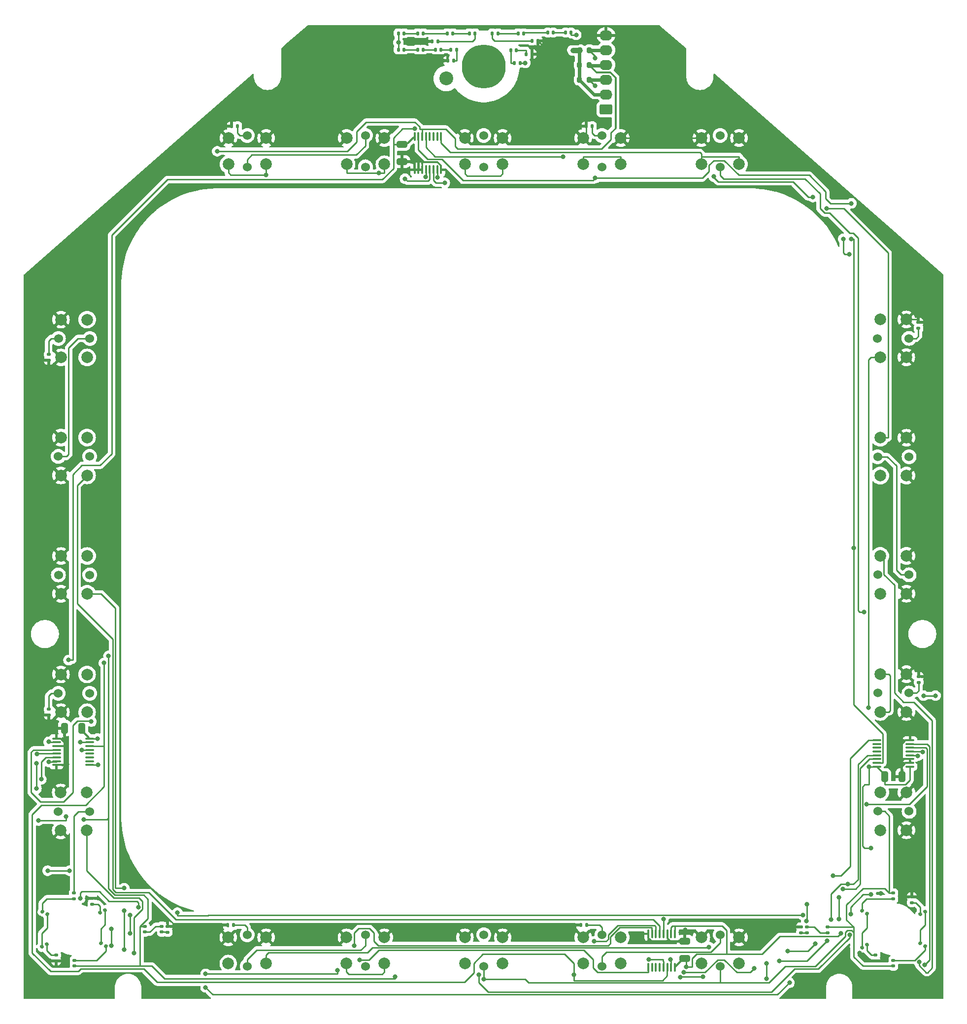
<source format=gbr>
G04 #@! TF.GenerationSoftware,KiCad,Pcbnew,8.0.6*
G04 #@! TF.CreationDate,2024-12-03T14:08:34-05:00*
G04 #@! TF.ProjectId,DDI,4444492e-6b69-4636-9164-5f7063625858,rev?*
G04 #@! TF.SameCoordinates,Original*
G04 #@! TF.FileFunction,Copper,L1,Top*
G04 #@! TF.FilePolarity,Positive*
%FSLAX46Y46*%
G04 Gerber Fmt 4.6, Leading zero omitted, Abs format (unit mm)*
G04 Created by KiCad (PCBNEW 8.0.6) date 2024-12-03 14:08:34*
%MOMM*%
%LPD*%
G01*
G04 APERTURE LIST*
G04 Aperture macros list*
%AMRoundRect*
0 Rectangle with rounded corners*
0 $1 Rounding radius*
0 $2 $3 $4 $5 $6 $7 $8 $9 X,Y pos of 4 corners*
0 Add a 4 corners polygon primitive as box body*
4,1,4,$2,$3,$4,$5,$6,$7,$8,$9,$2,$3,0*
0 Add four circle primitives for the rounded corners*
1,1,$1+$1,$2,$3*
1,1,$1+$1,$4,$5*
1,1,$1+$1,$6,$7*
1,1,$1+$1,$8,$9*
0 Add four rect primitives between the rounded corners*
20,1,$1+$1,$2,$3,$4,$5,0*
20,1,$1+$1,$4,$5,$6,$7,0*
20,1,$1+$1,$6,$7,$8,$9,0*
20,1,$1+$1,$8,$9,$2,$3,0*%
G04 Aperture macros list end*
G04 #@! TA.AperFunction,SMDPad,CuDef*
%ADD10RoundRect,0.250000X-0.650000X0.325000X-0.650000X-0.325000X0.650000X-0.325000X0.650000X0.325000X0*%
G04 #@! TD*
G04 #@! TA.AperFunction,SMDPad,CuDef*
%ADD11RoundRect,0.250000X0.325000X0.650000X-0.325000X0.650000X-0.325000X-0.650000X0.325000X-0.650000X0*%
G04 #@! TD*
G04 #@! TA.AperFunction,SMDPad,CuDef*
%ADD12RoundRect,0.250000X0.650000X-0.325000X0.650000X0.325000X-0.650000X0.325000X-0.650000X-0.325000X0*%
G04 #@! TD*
G04 #@! TA.AperFunction,SMDPad,CuDef*
%ADD13RoundRect,0.250000X-0.325000X-0.650000X0.325000X-0.650000X0.325000X0.650000X-0.325000X0.650000X0*%
G04 #@! TD*
G04 #@! TA.AperFunction,SMDPad,CuDef*
%ADD14RoundRect,0.147500X0.147500X0.172500X-0.147500X0.172500X-0.147500X-0.172500X0.147500X-0.172500X0*%
G04 #@! TD*
G04 #@! TA.AperFunction,SMDPad,CuDef*
%ADD15RoundRect,0.147500X-0.147500X-0.172500X0.147500X-0.172500X0.147500X0.172500X-0.147500X0.172500X0*%
G04 #@! TD*
G04 #@! TA.AperFunction,SMDPad,CuDef*
%ADD16RoundRect,0.147500X0.172500X-0.147500X0.172500X0.147500X-0.172500X0.147500X-0.172500X-0.147500X0*%
G04 #@! TD*
G04 #@! TA.AperFunction,SMDPad,CuDef*
%ADD17RoundRect,0.147500X0.213989X0.075639X-0.041489X0.223139X-0.213989X-0.075639X0.041489X-0.223139X0*%
G04 #@! TD*
G04 #@! TA.AperFunction,SMDPad,CuDef*
%ADD18RoundRect,0.147500X0.041489X0.223139X-0.213989X0.075639X-0.041489X-0.223139X0.213989X-0.075639X0*%
G04 #@! TD*
G04 #@! TA.AperFunction,SMDPad,CuDef*
%ADD19RoundRect,0.147500X-0.172500X0.147500X-0.172500X-0.147500X0.172500X-0.147500X0.172500X0.147500X0*%
G04 #@! TD*
G04 #@! TA.AperFunction,SMDPad,CuDef*
%ADD20RoundRect,0.147500X-0.213989X-0.075639X0.041489X-0.223139X0.213989X0.075639X-0.041489X0.223139X0*%
G04 #@! TD*
G04 #@! TA.AperFunction,SMDPad,CuDef*
%ADD21RoundRect,0.147500X-0.041489X-0.223139X0.213989X-0.075639X0.041489X0.223139X-0.213989X0.075639X0*%
G04 #@! TD*
G04 #@! TA.AperFunction,SMDPad,CuDef*
%ADD22RoundRect,0.200000X-0.200000X-0.275000X0.200000X-0.275000X0.200000X0.275000X-0.200000X0.275000X0*%
G04 #@! TD*
G04 #@! TA.AperFunction,SMDPad,CuDef*
%ADD23RoundRect,0.135000X-0.135000X-0.185000X0.135000X-0.185000X0.135000X0.185000X-0.135000X0.185000X0*%
G04 #@! TD*
G04 #@! TA.AperFunction,SMDPad,CuDef*
%ADD24RoundRect,0.135000X-0.185000X0.135000X-0.185000X-0.135000X0.185000X-0.135000X0.185000X0.135000X0*%
G04 #@! TD*
G04 #@! TA.AperFunction,SMDPad,CuDef*
%ADD25RoundRect,0.135000X0.185000X-0.135000X0.185000X0.135000X-0.185000X0.135000X-0.185000X-0.135000X0*%
G04 #@! TD*
G04 #@! TA.AperFunction,SMDPad,CuDef*
%ADD26RoundRect,0.135000X0.135000X0.185000X-0.135000X0.185000X-0.135000X-0.185000X0.135000X-0.185000X0*%
G04 #@! TD*
G04 #@! TA.AperFunction,SMDPad,CuDef*
%ADD27RoundRect,0.100000X0.100000X-0.637500X0.100000X0.637500X-0.100000X0.637500X-0.100000X-0.637500X0*%
G04 #@! TD*
G04 #@! TA.AperFunction,SMDPad,CuDef*
%ADD28RoundRect,0.100000X-0.637500X-0.100000X0.637500X-0.100000X0.637500X0.100000X-0.637500X0.100000X0*%
G04 #@! TD*
G04 #@! TA.AperFunction,SMDPad,CuDef*
%ADD29RoundRect,0.100000X0.637500X0.100000X-0.637500X0.100000X-0.637500X-0.100000X0.637500X-0.100000X0*%
G04 #@! TD*
G04 #@! TA.AperFunction,SMDPad,CuDef*
%ADD30RoundRect,0.100000X-0.100000X0.637500X-0.100000X-0.637500X0.100000X-0.637500X0.100000X0.637500X0*%
G04 #@! TD*
G04 #@! TA.AperFunction,ComponentPad*
%ADD31C,2.000000*%
G04 #@! TD*
G04 #@! TA.AperFunction,ComponentPad*
%ADD32C,1.524000*%
G04 #@! TD*
G04 #@! TA.AperFunction,WasherPad*
%ADD33C,2.381250*%
G04 #@! TD*
G04 #@! TA.AperFunction,WasherPad*
%ADD34C,7.540752*%
G04 #@! TD*
G04 #@! TA.AperFunction,ComponentPad*
%ADD35RoundRect,0.249999X0.845001X-0.620001X0.845001X0.620001X-0.845001X0.620001X-0.845001X-0.620001X0*%
G04 #@! TD*
G04 #@! TA.AperFunction,ComponentPad*
%ADD36O,2.190000X1.740000*%
G04 #@! TD*
G04 #@! TA.AperFunction,ViaPad*
%ADD37C,0.800000*%
G04 #@! TD*
G04 #@! TA.AperFunction,Conductor*
%ADD38C,0.250000*%
G04 #@! TD*
G04 #@! TA.AperFunction,Conductor*
%ADD39C,0.304800*%
G04 #@! TD*
G04 #@! TA.AperFunction,Conductor*
%ADD40C,0.609600*%
G04 #@! TD*
G04 #@! TA.AperFunction,Conductor*
%ADD41C,0.914400*%
G04 #@! TD*
G04 APERTURE END LIST*
D10*
X193659691Y213794824D03*
X193659691Y210844824D03*
D11*
X138619691Y113513824D03*
X135669691Y113513824D03*
D12*
X242300691Y73938824D03*
X242300691Y76888824D03*
D13*
X276639691Y105195324D03*
X279589691Y105195324D03*
D14*
X194017691Y232893824D03*
X193047691Y232893824D03*
X197319691Y232893824D03*
X196349691Y232893824D03*
X202422691Y232893824D03*
X201452691Y232893824D03*
X206209691Y232893824D03*
X205239691Y232893824D03*
X194017691Y230099824D03*
X193047691Y230099824D03*
X197319691Y230099824D03*
X196349691Y230099824D03*
X200390691Y230099824D03*
X199420691Y230099824D03*
X203057691Y230099824D03*
X202087691Y230099824D03*
D15*
X221749691Y233020824D03*
X222719691Y233020824D03*
X218701691Y233020824D03*
X219671691Y233020824D03*
X213621691Y232893824D03*
X214591691Y232893824D03*
X209176691Y232893824D03*
X210146691Y232893824D03*
X212986691Y227813824D03*
X213956691Y227813824D03*
D14*
X213321691Y229972824D03*
X212351691Y229972824D03*
D16*
X137271691Y84199824D03*
X137271691Y85169824D03*
D17*
X132738713Y81521324D03*
X131898669Y82006324D03*
D18*
X132611713Y76418324D03*
X131771669Y75933324D03*
D19*
X137398691Y73612824D03*
X137398691Y72642824D03*
D20*
X141931669Y76545324D03*
X142771713Y76060324D03*
D21*
X141804669Y81775324D03*
X142644713Y82260324D03*
D16*
X149463691Y78484824D03*
X149463691Y79454824D03*
X152384691Y78484824D03*
X152384691Y79454824D03*
X278114691Y84199824D03*
X278114691Y85169824D03*
D17*
X273581713Y81648324D03*
X272741669Y82133324D03*
D18*
X273581713Y76291324D03*
X272741669Y75806324D03*
D19*
X278114691Y73612824D03*
X278114691Y72642824D03*
D20*
X282774669Y76545324D03*
X283614713Y76060324D03*
D21*
X282774669Y81521324D03*
X283614713Y82006324D03*
D16*
X266811691Y78357824D03*
X266811691Y79327824D03*
X263255691Y78357824D03*
X263255691Y79327824D03*
D22*
X224224926Y230005564D03*
X225874926Y230005564D03*
X224161926Y227465564D03*
X225811926Y227465564D03*
X224161926Y224925564D03*
X225811926Y224925564D03*
D23*
X164384191Y216955324D03*
X165404191Y216955324D03*
X225344191Y216955324D03*
X226364191Y216955324D03*
D24*
X282432691Y183238824D03*
X282432691Y182218824D03*
D23*
X163685691Y79668324D03*
X164705691Y79668324D03*
X224391691Y79668324D03*
X225411691Y79668324D03*
D25*
X132953691Y176694324D03*
X132953691Y177714324D03*
X132953691Y115734324D03*
X132953691Y116754324D03*
D26*
X199886691Y231496824D03*
X198866691Y231496824D03*
X202551691Y228194824D03*
X201531691Y228194824D03*
D23*
X216009691Y231623824D03*
X217029691Y231623824D03*
X214993691Y229337824D03*
X216013691Y229337824D03*
D24*
X134223691Y74526824D03*
X134223691Y73506824D03*
D25*
X140446691Y83285824D03*
X140446691Y84305824D03*
X153400691Y78459824D03*
X153400691Y79479824D03*
D24*
X275066691Y74526824D03*
X275066691Y73506824D03*
D25*
X281289691Y83539824D03*
X281289691Y84559824D03*
X262239691Y78332824D03*
X262239691Y79352824D03*
D27*
X195829691Y209457324D03*
X196479691Y209457324D03*
X197129691Y209457324D03*
X197779691Y209457324D03*
X198429691Y209457324D03*
X199079691Y209457324D03*
X199729691Y209457324D03*
X200379691Y209457324D03*
X200379691Y215182324D03*
X199729691Y215182324D03*
X199079691Y215182324D03*
X198429691Y215182324D03*
X197779691Y215182324D03*
X197129691Y215182324D03*
X196479691Y215182324D03*
X195829691Y215182324D03*
D28*
X134282191Y111724824D03*
X134282191Y111074824D03*
X134282191Y110424824D03*
X134282191Y109774824D03*
X134282191Y109124824D03*
X134282191Y108474824D03*
X134282191Y107824824D03*
X134282191Y107174824D03*
X140007191Y107174824D03*
X140007191Y107824824D03*
X140007191Y108474824D03*
X140007191Y109124824D03*
X140007191Y109774824D03*
X140007191Y110424824D03*
X140007191Y111074824D03*
X140007191Y111724824D03*
D29*
X280977191Y106895424D03*
X280977191Y107545424D03*
X280977191Y108195424D03*
X280977191Y108845424D03*
X280977191Y109495424D03*
X280977191Y110145424D03*
X280977191Y110795424D03*
X280977191Y111445424D03*
X275252191Y111445424D03*
X275252191Y110795424D03*
X275252191Y110145424D03*
X275252191Y109495424D03*
X275252191Y108845424D03*
X275252191Y108195424D03*
X275252191Y107545424D03*
X275252191Y106895424D03*
D30*
X240562491Y78174724D03*
X239912491Y78174724D03*
X239262491Y78174724D03*
X238612491Y78174724D03*
X237962491Y78174724D03*
X237312491Y78174724D03*
X236662491Y78174724D03*
X236012491Y78174724D03*
X236012491Y72449724D03*
X236662491Y72449724D03*
X237312491Y72449724D03*
X237962491Y72449724D03*
X238612491Y72449724D03*
X239262491Y72449724D03*
X239912491Y72449724D03*
X240562491Y72449724D03*
D31*
X170330566Y210397924D03*
X163830566Y210397924D03*
X163830566Y214897924D03*
X170330566Y214897924D03*
D32*
X167080566Y209947924D03*
X167080566Y215347924D03*
D31*
X204470566Y210397924D03*
X210970566Y210397924D03*
X204470566Y214897924D03*
X210970566Y214897924D03*
D32*
X207720566Y209947924D03*
X207720566Y215347924D03*
D31*
X224790566Y210397924D03*
X231290566Y210397924D03*
X224790566Y214897924D03*
X231290566Y214897924D03*
D32*
X228040566Y209947924D03*
X228040566Y215347924D03*
D31*
X251610566Y210397924D03*
X245110566Y210397924D03*
X251610566Y214897924D03*
X245110566Y214897924D03*
D32*
X248360566Y209947924D03*
X248360566Y215347924D03*
D31*
X275853066Y183732124D03*
X275853066Y177232124D03*
X280353066Y177232124D03*
X280353066Y183732124D03*
D32*
X275403066Y180482124D03*
X280803066Y180482124D03*
D31*
X275875291Y156899424D03*
X275875291Y163399424D03*
X280375291Y163399424D03*
X280375291Y156899424D03*
D32*
X275425291Y160149424D03*
X280825291Y160149424D03*
D31*
X275875291Y136604824D03*
X275875291Y143104824D03*
X280375291Y136604824D03*
X280375291Y143104824D03*
D32*
X275425291Y139854824D03*
X280825291Y139854824D03*
D31*
X275875291Y122782424D03*
X275875291Y116282424D03*
X280375291Y116282424D03*
X280375291Y122782424D03*
D32*
X275425291Y119532424D03*
X280825291Y119532424D03*
D31*
X275875291Y102464824D03*
X275875291Y95964824D03*
X280375291Y102464824D03*
X280375291Y95964824D03*
D32*
X275425291Y99214824D03*
X280825291Y99214824D03*
D31*
X170317866Y73060124D03*
X163817866Y73060124D03*
X170317866Y77560124D03*
X163817866Y77560124D03*
D32*
X167067866Y72610124D03*
X167067866Y78010124D03*
D31*
X190637866Y73060124D03*
X184137866Y73060124D03*
X184137866Y77560124D03*
X190637866Y77560124D03*
D32*
X187387866Y72610124D03*
X187387866Y78010124D03*
D31*
X210983266Y73060124D03*
X204483266Y73060124D03*
X210983266Y77560124D03*
X204483266Y77560124D03*
D32*
X207733266Y72610124D03*
X207733266Y78010124D03*
D31*
X224803266Y73060124D03*
X231303266Y73060124D03*
X224803266Y77560124D03*
X231303266Y77560124D03*
D32*
X228053266Y72610124D03*
X228053266Y78010124D03*
D31*
X245123266Y73060124D03*
X251623266Y73060124D03*
X245123266Y77560124D03*
X251623266Y77560124D03*
D32*
X248373266Y72610124D03*
X248373266Y78010124D03*
D31*
X139565066Y177204324D03*
X139565066Y183704324D03*
X135065066Y177204324D03*
X135065066Y183704324D03*
D32*
X140015066Y180454324D03*
X134615066Y180454324D03*
D31*
X139539666Y156935124D03*
X139539666Y163435124D03*
X135039666Y163435124D03*
X135039666Y156935124D03*
D32*
X139989666Y160185124D03*
X134589666Y160185124D03*
D31*
X139565066Y143089724D03*
X139565066Y136589724D03*
X135065066Y143089724D03*
X135065066Y136589724D03*
D32*
X140015066Y139839724D03*
X134615066Y139839724D03*
D31*
X139514266Y95949724D03*
X139514266Y102449724D03*
X135014266Y95949724D03*
X135014266Y102449724D03*
D32*
X139964266Y99199724D03*
X134564266Y99199724D03*
D31*
X184150566Y210397924D03*
X190650566Y210397924D03*
X190650566Y214897924D03*
X184150566Y214897924D03*
D32*
X187400566Y209947924D03*
X187400566Y215347924D03*
D33*
X201283366Y225129124D03*
D34*
X207709066Y227216924D03*
D24*
X282496191Y122405824D03*
X282496191Y121385824D03*
D31*
X139549191Y116244324D03*
X139549191Y122744324D03*
X135049191Y116244324D03*
X135049191Y122744324D03*
D32*
X139999191Y119494324D03*
X134599191Y119494324D03*
D35*
X228732926Y219845564D03*
D36*
X228732926Y222385564D03*
X228732926Y224925564D03*
X228732926Y227465564D03*
X228732926Y230005564D03*
X228732926Y232545564D03*
D37*
X130836400Y107476600D03*
X273914500Y106895000D03*
X274262600Y92859000D03*
X274262600Y84924900D03*
X269136221Y78282741D03*
X132944500Y111150100D03*
X141345500Y111725000D03*
X241466232Y70757745D03*
X242559900Y72523100D03*
X223017926Y230005564D03*
X136374100Y125208700D03*
X130836400Y103114100D03*
X270800571Y81538529D03*
X245387200Y70769000D03*
X195830000Y216520500D03*
X131213400Y97651800D03*
X239809500Y73787700D03*
X138344400Y111075000D03*
X270913300Y197556400D03*
X270913300Y203682200D03*
X135926100Y98303800D03*
X271324000Y144430100D03*
X226888213Y208033771D03*
X226827926Y223909564D03*
X269476200Y85894900D03*
X268751100Y80687900D03*
X264712926Y76445564D03*
X268751100Y84444700D03*
X259939000Y75169800D03*
X161914100Y212631800D03*
X223202900Y71111700D03*
X142447600Y124721100D03*
X269520000Y197581800D03*
X267432926Y80595564D03*
X270264100Y86716300D03*
X138669500Y109775000D03*
X132764200Y89024500D03*
X270520100Y194956700D03*
X226887926Y228609564D03*
X236058000Y73787700D03*
X136546900Y89024500D03*
X221339100Y211723100D03*
X200661400Y228195000D03*
X139526400Y84305800D03*
X250392926Y79105564D03*
X272312926Y74855564D03*
X242392926Y78855564D03*
X135852926Y86215564D03*
X136082926Y107305564D03*
X135782926Y73985564D03*
X136022926Y109555564D03*
X135992926Y110755564D03*
X197996400Y231497000D03*
X253822926Y77675564D03*
X241592926Y78405564D03*
X275952926Y85105564D03*
X195495500Y210845000D03*
X255072926Y77675564D03*
X135812926Y72945564D03*
X273049200Y133477700D03*
X143229905Y125910761D03*
X192445700Y70814400D03*
X193048000Y231300000D03*
X223615700Y232640000D03*
X207733000Y70357700D03*
X139000800Y97851800D03*
X214852700Y227814000D03*
X197704900Y208251574D03*
X170331000Y208551000D03*
X194188926Y207907564D03*
X189725900Y208860900D03*
X201025600Y207195800D03*
X199805100Y208119500D03*
X273868400Y117007100D03*
X140274100Y114643900D03*
X264275100Y204759900D03*
X247273900Y208269000D03*
X130944300Y109049900D03*
X266673000Y202758700D03*
X256284600Y73056488D03*
X282541100Y73306499D03*
X256284600Y70494000D03*
X131669400Y104713800D03*
X148361900Y82766400D03*
X132944500Y107716300D03*
X155073900Y81790000D03*
X262558600Y81413000D03*
X138383600Y84305800D03*
X146927300Y78285200D03*
X146927300Y81413000D03*
X141428100Y107175000D03*
X246448100Y75894900D03*
X282315500Y108769900D03*
X159916900Y68980421D03*
X260262500Y69768900D03*
X283315600Y119086200D03*
X283169668Y109419900D03*
X285368400Y119086200D03*
X159916900Y71271000D03*
X182537900Y71871100D03*
X273537500Y100414800D03*
X270592926Y78035564D03*
X206910200Y71111700D03*
X283541200Y72856488D03*
X254223200Y72238600D03*
X242109979Y71523000D03*
X267732500Y88148500D03*
X263145400Y80352900D03*
X263283700Y83240200D03*
X266722926Y76980574D03*
X258488800Y73506499D03*
X238612000Y80687900D03*
X226690900Y76864400D03*
X145927300Y82120200D03*
X145927300Y75447100D03*
X145927300Y86001400D03*
X185463100Y76172200D03*
X143744700Y79010300D03*
X143744700Y76172200D03*
X186424800Y73697200D03*
X147652400Y74847000D03*
D38*
X243527100Y73895400D02*
X244320800Y74689100D01*
D39*
X276640000Y105195000D02*
X276640000Y105508000D01*
X138620000Y113112000D02*
X138620000Y113514000D01*
D40*
X224161926Y229942564D02*
X224224926Y230005564D01*
D39*
X140007000Y111725000D02*
X138620000Y113112000D01*
D38*
X239912000Y79299200D02*
X239912000Y78174700D01*
X273914500Y106895000D02*
X273914500Y103790100D01*
X141792000Y158679000D02*
X143769926Y160656926D01*
D39*
X276640000Y105508000D02*
X275252000Y106895000D01*
D38*
X137088500Y125208700D02*
X137088500Y157091500D01*
X240162000Y79549200D02*
X239912000Y79299200D01*
X243527100Y72523100D02*
X243527100Y73895400D01*
X137088500Y157091500D02*
X138676000Y158679000D01*
X192205000Y209698100D02*
X192205000Y213795000D01*
X240562000Y78174700D02*
X240562000Y79549200D01*
X241477487Y70769000D02*
X241466232Y70757745D01*
X140007500Y111725000D02*
X141345500Y111725000D01*
X130836400Y107476600D02*
X130836400Y103114100D01*
X276640000Y103790100D02*
X280183800Y103790100D01*
D40*
X226701926Y222385564D02*
X224161926Y224925564D01*
D38*
X255548000Y74689100D02*
X258592668Y77733768D01*
X195830000Y216520500D02*
X193792500Y216520500D01*
X280977500Y104583900D02*
X280977500Y106895000D01*
X143769926Y198205426D02*
X153345064Y207780564D01*
X153345064Y207780564D02*
X190287464Y207780564D01*
D39*
X193660000Y213795000D02*
X194442000Y213795000D01*
D38*
X273914500Y103790100D02*
X273209300Y103790100D01*
X249460100Y74689100D02*
X249460100Y78755500D01*
X244320800Y74689100D02*
X249460100Y74689100D01*
X132944500Y111075000D02*
X134282500Y111075000D01*
X136374100Y125208700D02*
X137088500Y125208700D01*
X258592668Y77733768D02*
X268587248Y77733768D01*
X274262600Y84924900D02*
X272954100Y84924900D01*
X242309900Y73938800D02*
X242559900Y73688800D01*
X143769926Y160656926D02*
X143769926Y198205426D01*
D40*
X224161926Y224925564D02*
X224161926Y227465564D01*
D38*
X193660000Y213795000D02*
X192205000Y213795000D01*
X280183800Y103790100D02*
X280977500Y104583900D01*
X242559900Y73688800D02*
X242559900Y72523100D01*
D40*
X228732926Y222385564D02*
X226701926Y222385564D01*
D38*
X270800571Y82771371D02*
X270800571Y81538529D01*
X132944500Y111150100D02*
X132944500Y111075000D01*
X242559900Y72523100D02*
X243527100Y72523100D01*
X272954100Y84924900D02*
X270800571Y82771371D01*
X245387200Y70769000D02*
X241477487Y70769000D01*
X193792500Y216520500D02*
X192205000Y214933000D01*
X192205000Y214933000D02*
X192205000Y213795000D01*
X249460100Y78755500D02*
X248666400Y79549200D01*
X249460100Y74689100D02*
X255548000Y74689100D01*
D41*
X224224926Y230005564D02*
X223017926Y230005564D01*
D38*
X273209300Y92859000D02*
X274262600Y92859000D01*
X248666400Y79549200D02*
X240562000Y79549200D01*
X242301000Y73938800D02*
X242309900Y73938800D01*
X275252500Y106895000D02*
X273914500Y106895000D01*
D39*
X242301000Y73938800D02*
X242052000Y73938800D01*
D38*
X272812400Y93255900D02*
X273209300Y92859000D01*
D39*
X194442000Y213795000D02*
X195830000Y215182000D01*
D38*
X240562000Y79549200D02*
X240162000Y79549200D01*
X276640000Y105195000D02*
X276640000Y103790100D01*
X272812400Y103393200D02*
X272812400Y93255900D01*
D39*
X242052000Y73938800D02*
X240562000Y72449700D01*
D38*
X190287464Y207780564D02*
X192205000Y209698100D01*
X273209300Y103790100D02*
X272812400Y103393200D01*
X138676000Y158679000D02*
X141792000Y158679000D01*
D40*
X224161926Y227465564D02*
X224161926Y229942564D01*
D38*
X268587248Y77733768D02*
X269136221Y78282741D01*
X204153028Y207633772D02*
X226488214Y207633772D01*
X267297900Y203682200D02*
X266504200Y204476000D01*
X266504200Y204476000D02*
X266504200Y205689600D01*
X263651236Y208542564D02*
X251565836Y208542564D01*
X271324000Y197556400D02*
X271324000Y144430100D01*
X271324000Y117522400D02*
X276315500Y112530900D01*
X196480000Y215182500D02*
X196480000Y212836900D01*
X239809500Y73787700D02*
X239912000Y73787700D01*
X226488214Y207633772D02*
X226888213Y208033771D01*
X198067500Y211249400D02*
X200537400Y211249400D01*
X246436100Y210241400D02*
X246436100Y209160300D01*
X245309571Y208033771D02*
X226888213Y208033771D01*
X131213400Y97651800D02*
X135926100Y97651800D01*
X196480000Y212836900D02*
X198067500Y211249400D01*
X246436100Y209160300D02*
X245309571Y208033771D01*
X249073300Y211035100D02*
X247229900Y211035100D01*
X138344400Y111075000D02*
X140007500Y111075000D01*
X276315500Y107545000D02*
X275252500Y107545000D01*
X135926100Y97651800D02*
X135926100Y98303800D01*
X266504200Y205689600D02*
X263651236Y208542564D01*
X247229900Y211035100D02*
X246436100Y210241400D01*
X271324000Y197556400D02*
X270913300Y197556400D01*
X200537400Y211249400D02*
X204153028Y207633772D01*
X270913300Y203682200D02*
X267297900Y203682200D01*
X239912000Y73787700D02*
X239912000Y72449700D01*
X251565836Y208542564D02*
X249073300Y211035100D01*
D40*
X225811926Y224925564D02*
X228732926Y224925564D01*
D38*
X271324000Y144430100D02*
X271324000Y117522400D01*
D39*
X226827926Y223909564D02*
X225811926Y224925564D01*
D38*
X276315500Y112530900D02*
X276315500Y107545000D01*
X223202900Y71111700D02*
X223202900Y73109300D01*
X161914100Y212631800D02*
X184307500Y212631800D01*
X272435400Y106607500D02*
X274022900Y108195000D01*
X202799000Y213433400D02*
X202799000Y214847600D01*
X272435400Y86688700D02*
X272435400Y106607500D01*
D40*
X225942727Y227334763D02*
X228602125Y227334763D01*
X225811926Y227465564D02*
X225942727Y227334763D01*
D39*
X230382100Y225230138D02*
X229452674Y226159564D01*
D38*
X195911200Y217622600D02*
X196704900Y216828800D01*
X205996600Y71448400D02*
X204409100Y69860900D01*
X196704900Y216828800D02*
X196704900Y216435100D01*
X268751100Y80687900D02*
X268751100Y84444700D01*
X139272600Y100286800D02*
X142447600Y103461800D01*
X269476200Y85894900D02*
X271641700Y85894900D01*
X142447600Y103461800D02*
X142447600Y110425000D01*
X187482500Y217622600D02*
X195911200Y217622600D01*
D39*
X227117926Y226159564D02*
X225811926Y227465564D01*
D38*
X133267122Y71731478D02*
X130111300Y74887300D01*
X204409100Y69860900D02*
X151600400Y69860900D01*
X238468300Y70145900D02*
X239262000Y70939700D01*
X138014860Y71731478D02*
X133267122Y71731478D01*
X185895000Y216035100D02*
X187482500Y217622600D01*
X185895000Y214219300D02*
X185895000Y216035100D01*
X223202900Y73109300D02*
X221615400Y74696800D01*
X197130000Y216435100D02*
X197130000Y215182500D01*
X259939000Y75169800D02*
X263437162Y75169800D01*
X227959500Y213036500D02*
X203195900Y213036500D01*
X151600400Y69860900D02*
X149268510Y72192790D01*
X229547000Y215805600D02*
X229547000Y214624000D01*
X207584100Y74696800D02*
X205996600Y73109300D01*
X130111300Y98699300D02*
X131698800Y100286800D01*
D40*
X228602125Y227334763D02*
X228732926Y227465564D01*
D38*
X138476172Y72192790D02*
X138014860Y71731478D01*
X230382100Y216640700D02*
X229547000Y215805600D01*
X201211500Y216435100D02*
X197130000Y216435100D01*
X130111300Y74887300D02*
X130111300Y98699300D01*
X239262000Y70939700D02*
X239262000Y72449700D01*
X205996600Y73109300D02*
X205996600Y71448400D01*
X274022900Y108195000D02*
X275252500Y108195000D01*
X184307500Y212631800D02*
X185895000Y214219300D01*
X223202900Y70145900D02*
X238468300Y70145900D01*
D39*
X230382100Y216640700D02*
X230382100Y225230138D01*
D38*
X142447600Y124721100D02*
X142447600Y110425000D01*
X271641700Y85894900D02*
X272435400Y86688700D01*
X202799000Y214847600D02*
X201211500Y216435100D01*
X223202900Y71111700D02*
X223202900Y70145900D01*
D39*
X229452674Y226159564D02*
X227117926Y226159564D01*
D38*
X131698800Y100286800D02*
X139272600Y100286800D01*
X140007500Y110425000D02*
X142447600Y110425000D01*
X149268510Y72192790D02*
X138476172Y72192790D01*
X221615400Y74696800D02*
X207584100Y74696800D01*
X229547000Y214624000D02*
X227959500Y213036500D01*
X203195900Y213036500D02*
X202799000Y213433400D01*
X196704900Y216435100D02*
X197130000Y216435100D01*
X263437162Y75169800D02*
X264712926Y76445564D01*
X269520000Y195206700D02*
X269520000Y197581800D01*
X273645900Y108845000D02*
X275252500Y108845000D01*
X272058400Y107257500D02*
X273645900Y108845000D01*
X270520100Y194956700D02*
X269770000Y194956700D01*
X238503300Y73787700D02*
X238503300Y73439600D01*
X238503300Y73439600D02*
X238612000Y73439600D01*
X197780000Y215182500D02*
X197780000Y213310600D01*
X271264700Y86716300D02*
X272058400Y87510000D01*
X138669500Y109775000D02*
X140007500Y109775000D01*
X236058000Y73787700D02*
X238503300Y73787700D01*
X270264100Y86716300D02*
X271264700Y86716300D01*
X267432926Y85066126D02*
X267432926Y80595564D01*
D39*
X226887926Y228992564D02*
X225874926Y230005564D01*
D38*
X270264100Y86716300D02*
X269083100Y86716300D01*
D39*
X226887926Y228609564D02*
X226887926Y228992564D01*
D40*
X225874926Y230005564D02*
X228732926Y230005564D01*
D38*
X272058400Y87510000D02*
X272058400Y107257500D01*
X269083100Y86716300D02*
X267432926Y85066126D01*
X238612000Y73439600D02*
X238612000Y72449700D01*
X269770000Y194956700D02*
X269520000Y195206700D01*
X199367500Y211723100D02*
X221339100Y211723100D01*
X136546900Y89024500D02*
X132764200Y89024500D01*
X197780000Y213310600D02*
X199367500Y211723100D01*
D39*
X279589691Y110795424D02*
X280239691Y111445424D01*
X135662186Y110424824D02*
X135992926Y110755564D01*
X135992926Y110755564D02*
X135023666Y111724824D01*
X279972786Y108195424D02*
X280977191Y108195424D01*
X199792122Y210771989D02*
X197203011Y210771989D01*
D38*
X231291000Y214898000D02*
X245111000Y214898000D01*
D39*
X195830000Y210845000D02*
X195495500Y210845000D01*
D38*
X282433000Y183732000D02*
X282433000Y183239000D01*
D39*
X242300691Y76888824D02*
X236560891Y76888824D01*
X135023666Y111724824D02*
X134282191Y111724824D01*
X279589691Y105195324D02*
X279589691Y106895424D01*
X279589691Y106895424D02*
X279589691Y107812329D01*
X193660000Y210845000D02*
X195495500Y210845000D01*
D38*
X217030000Y228294200D02*
X217030000Y231624000D01*
X195830000Y210845000D02*
X196480000Y210845000D01*
X224791000Y214898000D02*
X225344000Y215451000D01*
D39*
X197203011Y210771989D02*
X197130000Y210845000D01*
X135952186Y107174824D02*
X134282191Y107174824D01*
X223984700Y231021564D02*
X217631951Y231021564D01*
D38*
X135065000Y177204000D02*
X134555000Y176694000D01*
D39*
X225508700Y232545564D02*
X223984700Y231021564D01*
D38*
X217030000Y228294200D02*
X216014000Y228294200D01*
X280353000Y183732000D02*
X282433000Y183732000D01*
D39*
X197130000Y210845000D02*
X196480000Y210845000D01*
X279589691Y107812329D02*
X279589691Y110795424D01*
X236560891Y76888824D02*
X236012491Y77437224D01*
X280239691Y111445424D02*
X280977191Y111445424D01*
D38*
X197130000Y210845000D02*
X197130000Y209457500D01*
X163818000Y79479800D02*
X163686000Y79479800D01*
D39*
X200380000Y210185000D02*
X199792122Y210771989D01*
X279589691Y107812329D02*
X279972786Y108195424D01*
X136082926Y107305564D02*
X135952186Y107174824D01*
X134282191Y110424824D02*
X135662186Y110424824D01*
D38*
X200661400Y228195000D02*
X201532000Y228195000D01*
D39*
X228732926Y232545564D02*
X225508700Y232545564D01*
X242300691Y76888824D02*
X239810891Y76888824D01*
X239810891Y76888824D02*
X239262491Y77437224D01*
D38*
X163686000Y79479800D02*
X163686000Y79668300D01*
D40*
X193660000Y210845000D02*
X194442000Y210845000D01*
D38*
X196480000Y210845000D02*
X197130000Y210845000D01*
D39*
X236012491Y77437224D02*
X236012491Y78174724D01*
D38*
X225344000Y215451000D02*
X225344000Y216955000D01*
D39*
X239262491Y77437224D02*
X239262491Y78174724D01*
D38*
X195495500Y210845000D02*
X195830000Y210845000D01*
D39*
X279589691Y106895424D02*
X280239691Y107545424D01*
X280239691Y107545424D02*
X280977191Y107545424D01*
X196480000Y210845000D02*
X195830000Y210845000D01*
D38*
X195830000Y210845000D02*
X195830000Y209457500D01*
D39*
X200380000Y209457000D02*
X200380000Y210185000D01*
D38*
X197996400Y231497000D02*
X198867000Y231497000D01*
X196480000Y210845000D02*
X196480000Y209457500D01*
X163831000Y214898000D02*
X164384000Y215451000D01*
D39*
X217631951Y231021564D02*
X217029691Y231623824D01*
D38*
X216014000Y228294200D02*
X216014000Y229338000D01*
X194018000Y232894000D02*
X196350000Y232894000D01*
X221750000Y233021000D02*
X219672000Y233021000D01*
X271347928Y75918172D02*
X271347928Y74185472D01*
X148652500Y72642800D02*
X148652500Y79454800D01*
X143172700Y98605800D02*
X143172700Y125853556D01*
X266812000Y79327800D02*
X271303100Y79327800D01*
X270244924Y78760566D02*
X269867924Y78383566D01*
X142922700Y97851800D02*
X143172700Y98101800D01*
X144307215Y84826289D02*
X149296311Y84826289D01*
X148652500Y72642800D02*
X137399000Y72642800D01*
X143172700Y98605800D02*
X143172700Y85960804D01*
X152867800Y70466300D02*
X150691200Y72642800D01*
X137272000Y98406000D02*
X137272000Y85169800D01*
X272887900Y85960900D02*
X276639200Y85960900D01*
X265524800Y202806700D02*
X266318600Y202012900D01*
X276639200Y85960900D02*
X277430300Y85169800D01*
X193048000Y231300000D02*
X193048000Y232894000D01*
X269867924Y77713566D02*
X264728469Y72574111D01*
X192445700Y70466300D02*
X152867800Y70466300D01*
X269867924Y78383566D02*
X269867924Y77713566D01*
X271255400Y198535100D02*
X272049100Y197741400D01*
X150691200Y72642800D02*
X148652500Y72642800D01*
X143172700Y98101800D02*
X143172700Y98605800D01*
X270616000Y198535100D02*
X271255400Y198535100D01*
X265524800Y205312600D02*
X265524800Y202806700D01*
X143172700Y125853556D02*
X143229905Y125910761D01*
X143172700Y85960804D02*
X144307215Y84826289D01*
X256736200Y69768900D02*
X248373000Y69768900D01*
X271347928Y78353566D02*
X270940928Y78760566D01*
X271347928Y76007828D02*
X271347928Y79282972D01*
X214817700Y70357700D02*
X215406500Y69768900D01*
X148652500Y79454800D02*
X149464000Y79454800D01*
X267138200Y202012900D02*
X270616000Y198535100D01*
X271347928Y75918172D02*
X271347928Y75918172D01*
X262929836Y207907564D02*
X265524800Y205312600D01*
X275425000Y99215000D02*
X276636600Y99215000D01*
X139000800Y97851800D02*
X142922700Y97851800D01*
X271347928Y79282972D02*
X271303100Y79327800D01*
X215406500Y69768900D02*
X248373000Y69768900D01*
X272049100Y133727700D02*
X272299100Y133477700D01*
X270075570Y83148570D02*
X272887900Y85960900D01*
X248373000Y72610100D02*
X248373000Y69768900D01*
X277430300Y98421300D02*
X277430300Y85169800D01*
X248361000Y208487600D02*
X248941036Y207907564D01*
X271347928Y74185472D02*
X272890600Y72642800D01*
X272299100Y133477700D02*
X273049200Y133477700D01*
X271303100Y75963000D02*
X271347928Y75918172D01*
X270075570Y80555330D02*
X270075570Y83148570D01*
X192445700Y70814400D02*
X192445700Y70466300D01*
X214852700Y227814000D02*
X213957000Y227814000D01*
X271303100Y79327800D02*
X270075570Y80555330D01*
X276636600Y99215000D02*
X277430300Y98421300D01*
X266318600Y202012900D02*
X267138200Y202012900D01*
X207733000Y70357700D02*
X207733000Y72610100D01*
X248941036Y207907564D02*
X262929836Y207907564D01*
X207733000Y70357700D02*
X214817700Y70357700D01*
X138065800Y99199700D02*
X137272000Y98406000D01*
X271303100Y75963000D02*
X271347928Y76007828D01*
X150017000Y84105600D02*
X150017000Y80819300D01*
X149296311Y84826289D02*
X150017000Y84105600D01*
X272890600Y72642800D02*
X278115000Y72642800D01*
X139964000Y99199700D02*
X138065800Y99199700D01*
X270940928Y78760566D02*
X270244924Y78760566D01*
X150017000Y80819300D02*
X148652500Y79454800D01*
X259541411Y72574111D02*
X256736200Y69768900D01*
X222720000Y232640000D02*
X222720000Y233021000D01*
X248361000Y209948000D02*
X248361000Y208487600D01*
X193048000Y231300000D02*
X193048000Y230100000D01*
X223615700Y232640000D02*
X222720000Y232640000D01*
X272049100Y197741400D02*
X272049100Y133727700D01*
X271347928Y76007828D02*
X271347928Y78353566D01*
X264728469Y72574111D02*
X259541411Y72574111D01*
X277430300Y85169800D02*
X278115000Y85169800D01*
X197320000Y232894000D02*
X201453000Y232894000D01*
X202423000Y232894000D02*
X205240000Y232894000D01*
X205813100Y231497000D02*
X199887000Y231497000D01*
X206210000Y232894000D02*
X206210000Y231893900D01*
X206210000Y231893900D02*
X205813100Y231497000D01*
X194018000Y230100000D02*
X196350000Y230100000D01*
X197320000Y230100000D02*
X199421000Y230100000D01*
X200391000Y230100000D02*
X202088000Y230100000D01*
X203058000Y228195000D02*
X202552000Y228195000D01*
X203058000Y230100000D02*
X203058000Y228195000D01*
X218702000Y233021000D02*
X214592000Y233021000D01*
X214592000Y233021000D02*
X214592000Y232894000D01*
X213622000Y232894000D02*
X210147000Y232894000D01*
X209177000Y232020900D02*
X209573900Y231624000D01*
X209573900Y231624000D02*
X216010000Y231624000D01*
X209177000Y232894000D02*
X209177000Y232020900D01*
X212987000Y227814000D02*
X212352000Y227814000D01*
X212352000Y227814000D02*
X212352000Y229973000D01*
X214994000Y229973000D02*
X214994000Y229338000D01*
X213322000Y229973000D02*
X214994000Y229973000D01*
X131845300Y82006300D02*
X131845300Y83406100D01*
X131899000Y82006300D02*
X131845300Y82006300D01*
X131845300Y83406100D02*
X132639000Y84199800D01*
X132639000Y84199800D02*
X137272000Y84199800D01*
X132739000Y79210800D02*
X131772000Y78243800D01*
X131772000Y78243800D02*
X131772000Y75933300D01*
X132739000Y81521300D02*
X132739000Y79210800D01*
X133405800Y74526800D02*
X134224000Y74526800D01*
X132612000Y76418300D02*
X132612000Y75320600D01*
X132612000Y75320600D02*
X133405800Y74526800D01*
X141184500Y73612800D02*
X142772000Y75200300D01*
X137399000Y73612800D02*
X141184500Y73612800D01*
X142772000Y75200300D02*
X142772000Y76060300D01*
X142645000Y79759300D02*
X142645000Y82260300D01*
X141932000Y76545300D02*
X141932000Y79046300D01*
X141932000Y79046300D02*
X142645000Y79759300D01*
X141408100Y83285800D02*
X141805000Y82888900D01*
X141805000Y82888900D02*
X141805000Y81775300D01*
X140447000Y83285800D02*
X141408100Y83285800D01*
X151324000Y79454800D02*
X150354000Y78484800D01*
X150354000Y78484800D02*
X149464000Y78484800D01*
X152385000Y79454800D02*
X151324000Y79454800D01*
X152385000Y78484800D02*
X153401000Y78484800D01*
X153401000Y78484800D02*
X153401000Y78459800D01*
X272742000Y83406100D02*
X272742000Y82133300D01*
X273535700Y84199800D02*
X272742000Y83406100D01*
X278115000Y84199800D02*
X273535700Y84199800D01*
X273582000Y81648300D02*
X273582000Y79147300D01*
X273582000Y79147300D02*
X272742000Y78307300D01*
X272742000Y78307300D02*
X272742000Y75806300D01*
X274375800Y74526800D02*
X275067000Y74526800D01*
X273582000Y76291300D02*
X273582000Y75320600D01*
X273582000Y75320600D02*
X274375800Y74526800D01*
X283615000Y75411701D02*
X283615000Y76060300D01*
X278115000Y73612800D02*
X281816099Y73612800D01*
X281816099Y73612800D02*
X283615000Y75411701D01*
X282775000Y76545300D02*
X282775000Y78855800D01*
X282775000Y78855800D02*
X283615000Y79695800D01*
X283615000Y79695800D02*
X283615000Y82006300D01*
X282775000Y81521300D02*
X282775000Y82746100D01*
X281981200Y83539800D02*
X281290000Y83539800D01*
X282775000Y82746100D02*
X281981200Y83539800D01*
X266812000Y78357800D02*
X265519000Y78357800D01*
X265519000Y78357800D02*
X264549000Y79327800D01*
X264549000Y79327800D02*
X263256000Y79327800D01*
X263256000Y78357800D02*
X262240000Y78357800D01*
X262240000Y78357800D02*
X262240000Y78332800D01*
X165800900Y215348000D02*
X165404000Y215744900D01*
X165404000Y215744900D02*
X165404000Y216955000D01*
X167081000Y215348000D02*
X165800900Y215348000D01*
X226364000Y215744900D02*
X226364000Y216955000D01*
X228041000Y215348000D02*
X226760900Y215348000D01*
X226760900Y215348000D02*
X226364000Y215744900D01*
X282433000Y180878900D02*
X282433000Y182219000D01*
X280803000Y180482000D02*
X282036100Y180482000D01*
X282036100Y180482000D02*
X282433000Y180878900D01*
X282099100Y119532000D02*
X282496000Y119928900D01*
X282496000Y119928900D02*
X282496000Y121386000D01*
X280825000Y119532000D02*
X282099100Y119532000D01*
X166671100Y79668300D02*
X167068000Y79271400D01*
X167068000Y79271400D02*
X167068000Y78010100D01*
X164706000Y79668300D02*
X166671100Y79668300D01*
X228053000Y79271400D02*
X228053000Y78010100D01*
X225412000Y79668300D02*
X227656100Y79668300D01*
X227656100Y79668300D02*
X228053000Y79271400D01*
X133350900Y180454000D02*
X132954000Y180057100D01*
X132954000Y180057100D02*
X132954000Y177714000D01*
X134615000Y180454000D02*
X133350900Y180454000D01*
X134599000Y119494000D02*
X133350900Y119494000D01*
X133350900Y119494000D02*
X132954000Y119097100D01*
X132954000Y119097100D02*
X132954000Y116754000D01*
X185813500Y211988900D02*
X187401000Y213576400D01*
X167081000Y211195200D02*
X167874800Y211988900D01*
X167874800Y211988900D02*
X185813500Y211988900D01*
X187401000Y213576400D02*
X187401000Y215348000D01*
X167081000Y209948000D02*
X167081000Y211195200D01*
X170331000Y208551000D02*
X164227900Y208551000D01*
X197780000Y209457500D02*
X197780000Y208326674D01*
X164227900Y208551000D02*
X163831000Y208947900D01*
X197780000Y208326674D02*
X197704900Y208251574D01*
X170331000Y208551000D02*
X170331000Y210398000D01*
X163831000Y208947900D02*
X163831000Y210398000D01*
X198430000Y207791300D02*
X198146265Y207507565D01*
X184151000Y208860900D02*
X184151000Y210398000D01*
X190651000Y208860900D02*
X190651000Y210398000D01*
X198430000Y209457500D02*
X198430000Y207791300D01*
X198146265Y207507565D02*
X194588925Y207507565D01*
X194588925Y207507565D02*
X194188926Y207907564D01*
X189725900Y208860900D02*
X190651000Y208860900D01*
X189725900Y208860900D02*
X184151000Y208860900D01*
X204471000Y208802200D02*
X204867900Y208405300D01*
X199476900Y207195800D02*
X199080000Y207592700D01*
X204471000Y210398000D02*
X204471000Y208802200D01*
X210971000Y208802200D02*
X210971000Y210398000D01*
X201025600Y207195800D02*
X199476900Y207195800D01*
X210574100Y208405300D02*
X210971000Y208802200D01*
X204867900Y208405300D02*
X210574100Y208405300D01*
X199080000Y207592700D02*
X199080000Y209457500D01*
X224791000Y211723100D02*
X231291000Y211723100D01*
X224791000Y210398000D02*
X224791000Y211723100D01*
X199805100Y208119500D02*
X199730000Y208119500D01*
X199730000Y208119500D02*
X199730000Y209457500D01*
X231291000Y211723100D02*
X231291000Y210398000D01*
X245111000Y211723100D02*
X251611000Y211723100D01*
X245111000Y211723100D02*
X245111000Y210398000D01*
X200380000Y214035700D02*
X200380000Y215182500D01*
X245111000Y211723100D02*
X245111000Y212198200D01*
X251611000Y211723100D02*
X251611000Y210398000D01*
X245111000Y212198200D02*
X244861000Y212448200D01*
X201967500Y212448200D02*
X200380000Y214035700D01*
X244861000Y212448200D02*
X201967500Y212448200D01*
X139868200Y114740100D02*
X137888900Y114740100D01*
X130341100Y109775000D02*
X134282500Y109775000D01*
X137095200Y113946300D02*
X137095200Y102481700D01*
X135507700Y100894200D02*
X131531700Y100894200D01*
X273868400Y176835100D02*
X273868400Y117007100D01*
X131531700Y100894200D02*
X129944200Y102481700D01*
X274265300Y177232000D02*
X273868400Y176835100D01*
X275853000Y177232000D02*
X274265300Y177232000D01*
X137888900Y114740100D02*
X137095200Y113946300D01*
X129944200Y109378100D02*
X130341100Y109775000D01*
X129944200Y102481700D02*
X129944200Y109378100D01*
X137095200Y102481700D02*
X135507700Y100894200D01*
X139868200Y114643900D02*
X139868200Y114740100D01*
X140274100Y114643900D02*
X139868200Y114643900D01*
X278679200Y140648800D02*
X279473000Y139855000D01*
X275425000Y160149000D02*
X277091700Y160149000D01*
X277091700Y160149000D02*
X278679200Y158561500D01*
X278679200Y158561500D02*
X278679200Y140648800D01*
X279473000Y139855000D02*
X280825000Y139855000D01*
X131019400Y109125000D02*
X134282500Y109125000D01*
X277200100Y195189700D02*
X269631100Y202758700D01*
X247273900Y208269000D02*
X247273900Y208162590D01*
X269631100Y202758700D02*
X266673000Y202758700D01*
X130944300Y109049900D02*
X131019400Y109125000D01*
X247273900Y208162590D02*
X248036926Y207399564D01*
X260895936Y207399564D02*
X263535600Y204759900D01*
X277200100Y163399000D02*
X277200100Y195189700D01*
X275875000Y163399000D02*
X277200100Y163399000D01*
X263535600Y204759900D02*
X264275100Y204759900D01*
X248036926Y207399564D02*
X260895936Y207399564D01*
X279889700Y117984100D02*
X281619700Y117984100D01*
X256284600Y70494000D02*
X256284600Y73056488D01*
X278302200Y138137200D02*
X278302200Y119571600D01*
X281619700Y117984100D02*
X284794700Y114809100D01*
X276512100Y139927300D02*
X278302200Y138137200D01*
X132463200Y108475000D02*
X134282500Y108475000D01*
X284000900Y71513500D02*
X283768414Y71513500D01*
X282541100Y72740814D02*
X282541100Y73306499D01*
X283768414Y71513500D02*
X282541100Y72740814D01*
X131669400Y107681300D02*
X132463200Y108475000D01*
X131669400Y104713800D02*
X131669400Y107681300D01*
X284794700Y114809100D02*
X284794700Y72307300D01*
X275875000Y143105000D02*
X276512100Y142467900D01*
X278302200Y119571600D02*
X279889700Y117984100D01*
X276512100Y142467900D02*
X276512100Y139927300D01*
X284794700Y72307300D02*
X284000900Y71513500D01*
X275875000Y116282000D02*
X277312700Y116282000D01*
X277312700Y116282000D02*
X277562700Y116532000D01*
X138383600Y85157900D02*
X138383600Y84305800D01*
X143322500Y83768300D02*
X141682900Y85407900D01*
X132944500Y107716300D02*
X134282500Y107716300D01*
X148361900Y83518300D02*
X148111900Y83768300D01*
X160391400Y81413000D02*
X160298400Y81319900D01*
X262558600Y81413000D02*
X160391400Y81413000D01*
X141682900Y85407900D02*
X138633600Y85407900D01*
X160298400Y81319900D02*
X155073900Y81319900D01*
X277312700Y122782000D02*
X275875000Y122782000D01*
X134282500Y107716300D02*
X134282500Y107825000D01*
X277562700Y116532000D02*
X277562700Y122532000D01*
X155073900Y81319900D02*
X155073900Y81790000D01*
X148111900Y83768300D02*
X143322500Y83768300D01*
X277562700Y122532000D02*
X277312700Y122782000D01*
X148361900Y82766400D02*
X148361900Y83518300D01*
X138633600Y85407900D02*
X138383600Y85157900D01*
X146927300Y81413000D02*
X146927300Y78285200D01*
X141428100Y107175000D02*
X140007500Y107175000D01*
X167068000Y72610100D02*
X167068000Y73797800D01*
X168655500Y75385300D02*
X186594300Y75385300D01*
X186594300Y75385300D02*
X187388000Y76179100D01*
X187388000Y76179100D02*
X187388000Y78010100D01*
X167068000Y73797800D02*
X168655500Y75385300D01*
X187765000Y74933100D02*
X188594200Y75762300D01*
X170318000Y74536200D02*
X170714900Y74933100D01*
X170714900Y74933100D02*
X187765000Y74933100D01*
X282315500Y108769900D02*
X282315500Y108845000D01*
X188594200Y75762300D02*
X246448100Y75762300D01*
X170318000Y73060100D02*
X170318000Y74536200D01*
X246448100Y75762300D02*
X246448100Y75894900D01*
X282315500Y108845000D02*
X280977500Y108845000D01*
X184138000Y73060100D02*
X184138000Y71616000D01*
X280977500Y109495000D02*
X283094568Y109495000D01*
X190241100Y71219100D02*
X190638000Y71616000D01*
X285368400Y119086200D02*
X283315600Y119086200D01*
X184534900Y71219100D02*
X190241100Y71219100D01*
X184138000Y71616000D02*
X184534900Y71219100D01*
X260262500Y69768900D02*
X258225989Y67732389D01*
X182537900Y71871100D02*
X182537900Y71271000D01*
X258225989Y67732389D02*
X161164932Y67732389D01*
X182537900Y71271000D02*
X159916900Y71271000D01*
X161164932Y67732389D02*
X159916900Y68980421D01*
X283094568Y109495000D02*
X283169668Y109419900D01*
X190638000Y71616000D02*
X190638000Y73060100D01*
X206910200Y71111700D02*
X206910200Y69769900D01*
X283894678Y103443778D02*
X283894678Y109894122D01*
X208497700Y68182400D02*
X257189600Y68182400D01*
X283643800Y110145000D02*
X280977500Y110145000D01*
X280865700Y100414800D02*
X283894678Y103443778D01*
X273537500Y100414800D02*
X280865700Y100414800D01*
X257189600Y68182400D02*
X261131300Y72124100D01*
X270592926Y77469879D02*
X270592926Y78035564D01*
X283894678Y109894122D02*
X283643800Y110145000D01*
X206910200Y69769900D02*
X208497700Y68182400D01*
X265247147Y72124100D02*
X270592926Y77469879D01*
X261131300Y72124100D02*
X265247147Y72124100D01*
X284344689Y73659977D02*
X283541200Y72856488D01*
X280977500Y110795000D02*
X283912100Y110795000D01*
X253507600Y71523000D02*
X251217600Y71523000D01*
X245738000Y71523000D02*
X242109979Y71523000D01*
X284344689Y110362411D02*
X284344689Y73659977D01*
X251217600Y71523000D02*
X249043400Y73697200D01*
X247912200Y73697200D02*
X245738000Y71523000D01*
X283912100Y110795000D02*
X284344689Y110362411D01*
X254223200Y72238600D02*
X253507600Y71523000D01*
X249043400Y73697200D02*
X247912200Y73697200D01*
X248373000Y78010100D02*
X248373000Y76653600D01*
X246785500Y75066100D02*
X228846800Y75066100D01*
X228053000Y74272400D02*
X228053000Y72610100D01*
X248373000Y76653600D02*
X246785500Y75066100D01*
X228846800Y75066100D02*
X228053000Y74272400D01*
X266722926Y76980574D02*
X263248851Y73506499D01*
X270710700Y108270000D02*
X273885700Y111445000D01*
X263248851Y73506499D02*
X258488800Y73506499D01*
X273885700Y111445000D02*
X275252500Y111445000D01*
X270710700Y89736000D02*
X270710700Y108270000D01*
X267732500Y88148500D02*
X269123200Y88148500D01*
X263145400Y80352900D02*
X263283700Y80352900D01*
X263283700Y80352900D02*
X263283700Y83240200D01*
X269123200Y88148500D02*
X270710700Y89736000D01*
X136390100Y160581900D02*
X135993200Y160185000D01*
X140015000Y180454000D02*
X137977600Y180454000D01*
X135993200Y160185000D02*
X134590000Y160185000D01*
X136390100Y178866500D02*
X136390100Y160581900D01*
X137977600Y180454000D02*
X136390100Y178866500D01*
X238612000Y80687900D02*
X238612000Y78174700D01*
X137843500Y155238500D02*
X137843500Y134887900D01*
X137843500Y134887900D02*
X143954915Y128776485D01*
X154801200Y80628400D02*
X236868500Y80628400D01*
X139540000Y156935000D02*
X137843500Y155238500D01*
X237962000Y79534900D02*
X237962000Y78174700D01*
X236868500Y80628400D02*
X237962000Y79534900D01*
X143954915Y85815000D02*
X144493615Y85276300D01*
X144493615Y85276300D02*
X150153300Y85276300D01*
X150153300Y85276300D02*
X154801200Y80628400D01*
X143954915Y128776485D02*
X143954915Y85815000D01*
X139565000Y136590000D02*
X141978900Y136590000D01*
X230727600Y79614700D02*
X237062000Y79614700D01*
X228743200Y76864400D02*
X229140100Y77261300D01*
X229140100Y78027200D02*
X230727600Y79614700D01*
X226690900Y76864400D02*
X228743200Y76864400D01*
X237312000Y79364700D02*
X237312000Y78174700D01*
X229140100Y77261300D02*
X229140100Y78027200D01*
X237062000Y79614700D02*
X237312000Y79364700D01*
X141978900Y136590000D02*
X144404926Y134163974D01*
X144404926Y134163974D02*
X144404926Y86001400D01*
X145927300Y75447100D02*
X145927300Y82120200D01*
X144404926Y86001400D02*
X145927300Y86001400D01*
X229517100Y76536200D02*
X229517100Y77650200D01*
X236553300Y79237700D02*
X236553300Y78174700D01*
X143744700Y79010300D02*
X143744700Y76172200D01*
X185463100Y78303500D02*
X186256900Y79097200D01*
X189645900Y76139300D02*
X229120200Y76139300D01*
X229120200Y76139300D02*
X229517100Y76536200D01*
X229517100Y77650200D02*
X231104600Y79237700D01*
X188058400Y79097200D02*
X188852100Y78303500D01*
X236553300Y78174700D02*
X236662000Y78174700D01*
X186256900Y79097200D02*
X188058400Y79097200D01*
X188852100Y78303500D02*
X188852100Y76933100D01*
X231104600Y79237700D02*
X236553300Y79237700D01*
X185463100Y76172200D02*
X185463100Y78303500D01*
X188852100Y76933100D02*
X189645900Y76139300D01*
X147652400Y80934400D02*
X147652400Y74847000D01*
X139514000Y88983093D02*
X144120815Y84376278D01*
X227298900Y71523000D02*
X236012000Y71523000D01*
X186424800Y73697200D02*
X187994200Y73697200D01*
X224917600Y75385300D02*
X226505100Y73797800D01*
X139514000Y95949700D02*
X139514000Y88983093D01*
X149087000Y82369000D02*
X147652400Y80934400D01*
X226505100Y72316800D02*
X227298900Y71523000D01*
X236012000Y71523000D02*
X236012000Y72449700D01*
X226505100Y73797800D02*
X226505100Y72316800D01*
X144120815Y84376278D02*
X148439322Y84376278D01*
X187994200Y73697200D02*
X189682300Y75385300D01*
X189682300Y75385300D02*
X224917600Y75385300D01*
X149087000Y83728600D02*
X149087000Y82369000D01*
X148439322Y84376278D02*
X149087000Y83728600D01*
G04 #@! TA.AperFunction,Conductor*
G36*
X195751220Y232240498D02*
G01*
X195772194Y232223595D01*
X195796922Y232198866D01*
X195796929Y232198860D01*
X195939586Y232114493D01*
X196098748Y232068252D01*
X196098753Y232068251D01*
X196098754Y232068251D01*
X196098755Y232068250D01*
X196098761Y232068250D01*
X196135935Y232065324D01*
X196135944Y232065324D01*
X196563436Y232065324D01*
X196600626Y232068250D01*
X196720400Y232103048D01*
X196759791Y232114492D01*
X196759793Y232114493D01*
X196759794Y232114493D01*
X196770555Y232120857D01*
X196839372Y232138315D01*
X196898827Y232120857D01*
X196909588Y232114493D01*
X197068748Y232068252D01*
X197068753Y232068251D01*
X197068754Y232068251D01*
X197068755Y232068250D01*
X197068761Y232068250D01*
X197105935Y232065324D01*
X197105944Y232065324D01*
X197533436Y232065324D01*
X197570626Y232068250D01*
X197729795Y232114493D01*
X197872452Y232198860D01*
X197872459Y232198866D01*
X197897188Y232223595D01*
X197959500Y232257621D01*
X197986283Y232260500D01*
X198105987Y232260500D01*
X198174108Y232240498D01*
X198220601Y232186842D01*
X198230705Y232116568D01*
X198214440Y232070361D01*
X198136885Y231939223D01*
X198091560Y231783216D01*
X198091560Y231783213D01*
X198089011Y231750824D01*
X198982191Y231750824D01*
X199050312Y231730822D01*
X199096805Y231677166D01*
X199108191Y231624824D01*
X199108192Y231368824D01*
X199088190Y231300704D01*
X199034535Y231254211D01*
X198982192Y231242824D01*
X198089011Y231242824D01*
X198091560Y231210434D01*
X198091560Y231210431D01*
X198136884Y231054426D01*
X198214232Y230923640D01*
X198231692Y230854823D01*
X198209175Y230787492D01*
X198153831Y230743023D01*
X198105779Y230733500D01*
X197985931Y230733500D01*
X197917810Y230753502D01*
X197896836Y230770405D01*
X197872459Y230794781D01*
X197872454Y230794786D01*
X197791978Y230842379D01*
X197729795Y230879154D01*
X197729793Y230879154D01*
X197729791Y230879156D01*
X197570628Y230925397D01*
X197533438Y230928324D01*
X197105945Y230928323D01*
X197068754Y230925397D01*
X196909591Y230879156D01*
X196907282Y230877790D01*
X196898834Y230872794D01*
X196830018Y230855332D01*
X196770548Y230872794D01*
X196759791Y230879156D01*
X196600628Y230925397D01*
X196563438Y230928324D01*
X196135945Y230928323D01*
X196098754Y230925397D01*
X195939591Y230879156D01*
X195939589Y230879154D01*
X195939586Y230879154D01*
X195796929Y230794787D01*
X195796922Y230794781D01*
X195772546Y230770405D01*
X195710234Y230736379D01*
X195683451Y230733500D01*
X194683931Y230733500D01*
X194615810Y230753502D01*
X194594836Y230770405D01*
X194570459Y230794781D01*
X194570454Y230794786D01*
X194489978Y230842379D01*
X194427795Y230879154D01*
X194427793Y230879154D01*
X194427791Y230879156D01*
X194268628Y230925397D01*
X194231438Y230928324D01*
X194055911Y230928323D01*
X193987792Y230948325D01*
X193941299Y231001980D01*
X193931194Y231072254D01*
X193936080Y231093262D01*
X193941542Y231110071D01*
X193948254Y231173937D01*
X193961504Y231300000D01*
X193941542Y231489928D01*
X193882527Y231671556D01*
X193787040Y231836944D01*
X193770771Y231855013D01*
X193740053Y231919020D01*
X193748816Y231989474D01*
X193794278Y232044005D01*
X193862006Y232065301D01*
X193864406Y232065324D01*
X194231436Y232065324D01*
X194268626Y232068250D01*
X194427795Y232114493D01*
X194570452Y232198860D01*
X194570459Y232198866D01*
X194595188Y232223595D01*
X194657500Y232257621D01*
X194684283Y232260500D01*
X195683099Y232260500D01*
X195751220Y232240498D01*
G37*
G04 #@! TD.AperFunction*
G04 #@! TA.AperFunction,Conductor*
G36*
X237963982Y234258424D02*
G01*
X237978533Y234247512D01*
X242487555Y230327207D01*
X242525838Y230267417D01*
X242530883Y230232121D01*
X242530883Y225339553D01*
X242530884Y225339534D01*
X242567729Y225047880D01*
X242567731Y225047867D01*
X242640846Y224763100D01*
X242640847Y224763097D01*
X242749074Y224489749D01*
X242890711Y224232111D01*
X243063518Y223994264D01*
X243063518Y223994263D01*
X243264774Y223779948D01*
X243264785Y223779938D01*
X243491308Y223592541D01*
X243491311Y223592539D01*
X243739530Y223435015D01*
X243739544Y223435007D01*
X244005557Y223309831D01*
X244005570Y223309826D01*
X244285161Y223218982D01*
X244285174Y223218979D01*
X244573959Y223163889D01*
X244573975Y223163887D01*
X244867376Y223145429D01*
X244867383Y223145429D01*
X244867390Y223145429D01*
X245160790Y223163887D01*
X245160806Y223163889D01*
X245449591Y223218979D01*
X245449592Y223218979D01*
X245449596Y223218980D01*
X245449597Y223218980D01*
X245449604Y223218982D01*
X245729195Y223309826D01*
X245729208Y223309831D01*
X245995221Y223435007D01*
X245995235Y223435015D01*
X246243454Y223592539D01*
X246243457Y223592541D01*
X246429639Y223746565D01*
X246469990Y223779946D01*
X246671247Y223994263D01*
X246844056Y224232114D01*
X246985692Y224489749D01*
X247093920Y224763103D01*
X247167035Y225047867D01*
X247203883Y225339549D01*
X247203883Y225486549D01*
X247203883Y225502957D01*
X247203883Y225858723D01*
X247223885Y225926844D01*
X247277541Y225973337D01*
X247347815Y225983441D01*
X247412395Y225953947D01*
X247413012Y225953410D01*
X286712689Y191450849D01*
X286750684Y191390875D01*
X286755560Y191356162D01*
X286755560Y67119423D01*
X286735558Y67051302D01*
X286681902Y67004809D01*
X286629560Y66993423D01*
X271204316Y66993423D01*
X271136195Y67013425D01*
X271089702Y67067081D01*
X271078316Y67119423D01*
X271078316Y69180008D01*
X271078316Y69180013D01*
X271042825Y69460959D01*
X270972401Y69735242D01*
X270868156Y69998535D01*
X270731733Y70246687D01*
X270565285Y70475783D01*
X270371435Y70682212D01*
X270153242Y70862717D01*
X269914146Y71014452D01*
X269657918Y71135023D01*
X269388599Y71222531D01*
X269110436Y71275593D01*
X269066451Y71278360D01*
X268827822Y71293374D01*
X268827810Y71293374D01*
X268550095Y71275901D01*
X268545196Y71275593D01*
X268267033Y71222531D01*
X267997714Y71135023D01*
X267741486Y71014452D01*
X267741478Y71014447D01*
X267741476Y71014446D01*
X267502394Y70862720D01*
X267502391Y70862718D01*
X267502390Y70862717D01*
X267284197Y70682212D01*
X267090347Y70475783D01*
X266923899Y70246687D01*
X266787476Y69998535D01*
X266787476Y69998534D01*
X266683232Y69735247D01*
X266683231Y69735244D01*
X266647160Y69594756D01*
X266615084Y69469825D01*
X266612807Y69460958D01*
X266612805Y69460946D01*
X266577317Y69180027D01*
X266577316Y69180008D01*
X266577316Y67119416D01*
X266557314Y67051295D01*
X266503658Y67004802D01*
X266451321Y66993416D01*
X258675233Y66993119D01*
X258607112Y67013118D01*
X258560617Y67066772D01*
X258550511Y67137046D01*
X258580001Y67201628D01*
X258605227Y67223884D01*
X258611539Y67228102D01*
X258629822Y67240318D01*
X260212999Y68823495D01*
X260275311Y68857521D01*
X260302094Y68860400D01*
X260357987Y68860400D01*
X260544788Y68900106D01*
X260719252Y68977782D01*
X260873755Y69090035D01*
X261001534Y69231948D01*
X261001541Y69231958D01*
X261027447Y69276829D01*
X261097027Y69397344D01*
X261156042Y69578972D01*
X261176004Y69768900D01*
X261156042Y69958828D01*
X261097027Y70140456D01*
X261001540Y70305844D01*
X260908709Y70408943D01*
X260873755Y70447764D01*
X260873754Y70447764D01*
X260873753Y70447766D01*
X260719252Y70560018D01*
X260709512Y70564354D01*
X260655416Y70610330D01*
X260634763Y70678256D01*
X260654112Y70746565D01*
X260671662Y70768557D01*
X261356800Y71453695D01*
X261419112Y71487721D01*
X261445895Y71490600D01*
X265309543Y71490600D01*
X265358233Y71500285D01*
X265431932Y71514945D01*
X265547222Y71562700D01*
X265650980Y71632029D01*
X270499333Y76480382D01*
X270561645Y76514408D01*
X270632460Y76509343D01*
X270689296Y76466796D01*
X270714107Y76400276D01*
X270714428Y76391287D01*
X270714428Y76222298D01*
X270704836Y76174078D01*
X270693945Y76147785D01*
X270683018Y76092853D01*
X270669600Y76025396D01*
X270669600Y75900603D01*
X270693945Y75778214D01*
X270693948Y75778204D01*
X270704837Y75751917D01*
X270714428Y75703700D01*
X270714428Y74123075D01*
X270726326Y74063264D01*
X270733758Y74025897D01*
X270738774Y74000684D01*
X270759959Y73949540D01*
X270783254Y73893300D01*
X270786529Y73885395D01*
X270855854Y73781643D01*
X270855855Y73781641D01*
X272486767Y72150727D01*
X272590523Y72081400D01*
X272666748Y72049827D01*
X272705809Y72033647D01*
X272705814Y72033645D01*
X272828203Y72009300D01*
X272828206Y72009300D01*
X272828207Y72009300D01*
X272952994Y72009300D01*
X277448299Y72009300D01*
X277516420Y71989298D01*
X277533902Y71975209D01*
X277536929Y71972860D01*
X277679586Y71888493D01*
X277838748Y71842252D01*
X277838753Y71842251D01*
X277838754Y71842251D01*
X277838755Y71842250D01*
X277838761Y71842250D01*
X277875935Y71839324D01*
X277875944Y71839324D01*
X278353436Y71839324D01*
X278390626Y71842250D01*
X278549795Y71888493D01*
X278692452Y71972860D01*
X278692459Y71972866D01*
X278809648Y72090055D01*
X278809654Y72090062D01*
X278894021Y72232719D01*
X278894021Y72232722D01*
X278894023Y72232724D01*
X278940264Y72391887D01*
X278943191Y72429077D01*
X278943190Y72853300D01*
X278963192Y72921420D01*
X279016847Y72967914D01*
X279069190Y72979300D01*
X281608217Y72979300D01*
X281676338Y72959298D01*
X281717336Y72916300D01*
X281802058Y72769556D01*
X281802059Y72769554D01*
X281891075Y72670691D01*
X281921016Y72610966D01*
X281931943Y72556036D01*
X281931945Y72556029D01*
X281979700Y72440738D01*
X282049026Y72336985D01*
X282049031Y72336978D01*
X283364578Y71021431D01*
X283364585Y71021426D01*
X283468337Y70952101D01*
X283583626Y70904346D01*
X283583627Y70904345D01*
X283583629Y70904345D01*
X283632982Y70894528D01*
X283706017Y70880000D01*
X283706020Y70880000D01*
X284063296Y70880000D01*
X284111986Y70889685D01*
X284185685Y70904345D01*
X284300975Y70952100D01*
X284404733Y71021429D01*
X285286772Y71903467D01*
X285356101Y72007225D01*
X285398823Y72110367D01*
X285403855Y72122515D01*
X285428200Y72244906D01*
X285428200Y114871494D01*
X285403855Y114993885D01*
X285356100Y115109175D01*
X285286771Y115212933D01*
X285198533Y115301171D01*
X282023533Y118476171D01*
X281919775Y118545500D01*
X281919771Y118545501D01*
X281919769Y118545503D01*
X281883009Y118560729D01*
X281827727Y118605276D01*
X281805305Y118672639D01*
X281822862Y118741431D01*
X281828012Y118749408D01*
X281894785Y118844770D01*
X281950242Y118889099D01*
X281997998Y118898500D01*
X282161496Y118898500D01*
X282212401Y118908626D01*
X282283885Y118922845D01*
X282283887Y118922846D01*
X282289955Y118924053D01*
X282290201Y118922812D01*
X282354580Y118923379D01*
X282414642Y118885522D01*
X282439980Y118841112D01*
X282481072Y118714645D01*
X282481076Y118714638D01*
X282576558Y118549258D01*
X282576565Y118549248D01*
X282704344Y118407335D01*
X282858847Y118295082D01*
X283033311Y118217406D01*
X283220113Y118177700D01*
X283411087Y118177700D01*
X283597888Y118217406D01*
X283772352Y118295082D01*
X283926852Y118407333D01*
X283930163Y118411010D01*
X283990609Y118448250D01*
X284023800Y118452700D01*
X284660200Y118452700D01*
X284728321Y118432698D01*
X284753837Y118411010D01*
X284757147Y118407333D01*
X284911647Y118295082D01*
X285086111Y118217406D01*
X285272913Y118177700D01*
X285463887Y118177700D01*
X285650688Y118217406D01*
X285825152Y118295082D01*
X285979655Y118407335D01*
X286107434Y118549248D01*
X286107441Y118549258D01*
X286111014Y118555447D01*
X286202927Y118714644D01*
X286261942Y118896272D01*
X286281904Y119086200D01*
X286261942Y119276128D01*
X286202927Y119457756D01*
X286107440Y119623144D01*
X286073408Y119660940D01*
X285979655Y119765064D01*
X285979654Y119765064D01*
X285979653Y119765066D01*
X285825152Y119877318D01*
X285650688Y119954994D01*
X285463887Y119994700D01*
X285272913Y119994700D01*
X285086112Y119954994D01*
X284911648Y119877318D01*
X284785489Y119785658D01*
X284757147Y119765066D01*
X284753837Y119761390D01*
X284693391Y119724150D01*
X284660200Y119719700D01*
X284023800Y119719700D01*
X283955679Y119739702D01*
X283930163Y119761390D01*
X283929881Y119761702D01*
X283926853Y119765066D01*
X283772352Y119877318D01*
X283597888Y119954994D01*
X283411087Y119994700D01*
X283255500Y119994700D01*
X283187379Y120014702D01*
X283140886Y120068358D01*
X283129500Y120120700D01*
X283129500Y120736895D01*
X283149502Y120805016D01*
X283166405Y120825990D01*
X283193692Y120853277D01*
X283193698Y120853284D01*
X283276458Y120993223D01*
X283276458Y120993226D01*
X283276460Y120993228D01*
X283321820Y121149358D01*
X283324691Y121185835D01*
X283324690Y121585812D01*
X283321820Y121622290D01*
X283276460Y121778420D01*
X283244669Y121832174D01*
X283227209Y121900989D01*
X283244669Y121960454D01*
X283275997Y122013426D01*
X283316206Y122151824D01*
X282833733Y122151824D01*
X282798581Y122156827D01*
X282791289Y122158944D01*
X282782657Y122161453D01*
X282746180Y122164324D01*
X282368190Y122164323D01*
X282300071Y122184325D01*
X282253578Y122237980D01*
X282242191Y122290323D01*
X282242191Y122659824D01*
X282750191Y122659824D01*
X283316206Y122659824D01*
X283275996Y122798223D01*
X283193301Y122938052D01*
X283193296Y122938059D01*
X283078426Y123052929D01*
X283078419Y123052934D01*
X282938590Y123135629D01*
X282782576Y123180956D01*
X282750191Y123183503D01*
X282750191Y122659824D01*
X282242191Y122659824D01*
X282242191Y123183503D01*
X282242190Y123183503D01*
X282209805Y123180956D01*
X282053794Y123135630D01*
X282014591Y123112446D01*
X281945774Y123094987D01*
X281878443Y123117504D01*
X281833974Y123172849D01*
X281827933Y123191487D01*
X281813919Y123249860D01*
X281723082Y123469162D01*
X281608393Y123656314D01*
X281608393Y123656315D01*
X280900274Y122948196D01*
X280887809Y122994716D01*
X280815401Y123120132D01*
X280712999Y123222534D01*
X280587583Y123294942D01*
X280541063Y123307406D01*
X281249182Y124015526D01*
X281062029Y124130215D01*
X280842728Y124221052D01*
X280611923Y124276463D01*
X280375291Y124295086D01*
X280138658Y124276463D01*
X279907853Y124221052D01*
X279688552Y124130215D01*
X279501399Y124015526D01*
X279501398Y124015525D01*
X280209517Y123307406D01*
X280162999Y123294942D01*
X280037583Y123222534D01*
X279935181Y123120132D01*
X279862773Y122994716D01*
X279850307Y122948195D01*
X279142188Y123656314D01*
X279117274Y123653365D01*
X279116487Y123652653D01*
X279046446Y123641045D01*
X278981248Y123669147D01*
X278941593Y123728036D01*
X278935700Y123766118D01*
X278935700Y129815734D01*
X280711645Y129815734D01*
X280711645Y129546113D01*
X280741833Y129278188D01*
X280801830Y129015326D01*
X280890871Y128760862D01*
X280890882Y128760835D01*
X281007862Y128517923D01*
X281151304Y128289637D01*
X281319413Y128078835D01*
X281510056Y127888192D01*
X281720858Y127720083D01*
X281949144Y127576641D01*
X282192056Y127459661D01*
X282192083Y127459650D01*
X282446547Y127370609D01*
X282709409Y127310612D01*
X282977334Y127280424D01*
X282977336Y127280424D01*
X283246956Y127280424D01*
X283514880Y127310612D01*
X283777742Y127370609D01*
X284032206Y127459650D01*
X284032218Y127459654D01*
X284032224Y127459657D01*
X284032228Y127459659D01*
X284032233Y127459661D01*
X284275145Y127576641D01*
X284503431Y127720083D01*
X284714233Y127888192D01*
X284904876Y128078835D01*
X285072985Y128289637D01*
X285216427Y128517923D01*
X285333407Y128760835D01*
X285333412Y128760845D01*
X285422461Y129015333D01*
X285482457Y129278192D01*
X285512645Y129546115D01*
X285512645Y129815733D01*
X285482457Y130083656D01*
X285422461Y130346515D01*
X285333412Y130601003D01*
X285216429Y130843921D01*
X285072983Y131072213D01*
X284904879Y131283009D01*
X284714230Y131473658D01*
X284503434Y131641762D01*
X284275142Y131785208D01*
X284032224Y131902191D01*
X283777736Y131991240D01*
X283514877Y132051236D01*
X283314998Y132073757D01*
X283246956Y132081424D01*
X283246954Y132081424D01*
X282977336Y132081424D01*
X282977334Y132081424D01*
X282899393Y132072641D01*
X282709413Y132051236D01*
X282446554Y131991240D01*
X282446550Y131991238D01*
X282446547Y131991238D01*
X282192083Y131902197D01*
X282192066Y131902191D01*
X282192056Y131902186D01*
X281949144Y131785206D01*
X281720858Y131641764D01*
X281510056Y131473655D01*
X281319413Y131283012D01*
X281151304Y131072210D01*
X281007862Y130843924D01*
X280890882Y130601012D01*
X280890871Y130600985D01*
X280801830Y130346521D01*
X280741833Y130083659D01*
X280711645Y129815734D01*
X278935700Y129815734D01*
X278935700Y135621128D01*
X278955702Y135689249D01*
X279009358Y135735742D01*
X279079632Y135745846D01*
X279101825Y135735709D01*
X279142189Y135730932D01*
X279850308Y136439051D01*
X279862773Y136392532D01*
X279935181Y136267116D01*
X280037583Y136164714D01*
X280162999Y136092306D01*
X280209518Y136079841D01*
X279501399Y135371721D01*
X279688557Y135257030D01*
X279907853Y135166195D01*
X280138658Y135110784D01*
X280375291Y135092161D01*
X280611923Y135110784D01*
X280842728Y135166195D01*
X281062029Y135257032D01*
X281249181Y135371720D01*
X281249181Y135371721D01*
X280541063Y136079840D01*
X280587583Y136092306D01*
X280712999Y136164714D01*
X280815401Y136267116D01*
X280887809Y136392532D01*
X280900273Y136439050D01*
X281608392Y135730931D01*
X281608393Y135730932D01*
X281723082Y135918085D01*
X281813919Y136137386D01*
X281869330Y136368191D01*
X281887953Y136604824D01*
X281869330Y136841456D01*
X281813919Y137072261D01*
X281723082Y137291562D01*
X281608393Y137478714D01*
X281608393Y137478715D01*
X280900274Y136770596D01*
X280887809Y136817116D01*
X280815401Y136942532D01*
X280712999Y137044934D01*
X280587583Y137117342D01*
X280541063Y137129806D01*
X281249182Y137837926D01*
X281062029Y137952615D01*
X280842728Y138043452D01*
X280611923Y138098863D01*
X280375291Y138117486D01*
X280138658Y138098863D01*
X279907853Y138043452D01*
X279688552Y137952615D01*
X279501399Y137837926D01*
X279501398Y137837925D01*
X280209517Y137129806D01*
X280162999Y137117342D01*
X280037583Y137044934D01*
X279935181Y136942532D01*
X279862773Y136817116D01*
X279850307Y136770595D01*
X279142188Y137478714D01*
X279117274Y137475765D01*
X279116487Y137475053D01*
X279046446Y137463445D01*
X278981248Y137491547D01*
X278941593Y137550436D01*
X278935700Y137588518D01*
X278935700Y138199592D01*
X278935700Y138199594D01*
X278911355Y138321985D01*
X278897368Y138355752D01*
X278863601Y138437275D01*
X278794272Y138541033D01*
X277182503Y140152800D01*
X277148480Y140215111D01*
X277145600Y140241894D01*
X277145600Y142255152D01*
X277164167Y142320986D01*
X277223529Y142417858D01*
X277223531Y142417861D01*
X277314396Y142637230D01*
X277369826Y142868113D01*
X277388456Y143104824D01*
X277369826Y143341535D01*
X277314396Y143572418D01*
X277223531Y143791787D01*
X277099467Y143994240D01*
X276945260Y144174793D01*
X276764707Y144329000D01*
X276562254Y144453064D01*
X276342885Y144543929D01*
X276112002Y144599359D01*
X275875291Y144617989D01*
X275638580Y144599359D01*
X275407697Y144543929D01*
X275188328Y144453064D01*
X274985875Y144329000D01*
X274985873Y144328998D01*
X274985871Y144328997D01*
X274805321Y144174793D01*
X274723711Y144079239D01*
X274664261Y144040430D01*
X274593266Y144039922D01*
X274533267Y144077879D01*
X274503314Y144142247D01*
X274501900Y144161069D01*
X274501900Y155843178D01*
X274521902Y155911299D01*
X274575558Y155957792D01*
X274645832Y155967896D01*
X274710412Y155938402D01*
X274723711Y155925009D01*
X274805324Y155829452D01*
X274985871Y155675250D01*
X274985873Y155675249D01*
X275188329Y155551183D01*
X275407698Y155460318D01*
X275636518Y155405384D01*
X275638580Y155404889D01*
X275875291Y155386259D01*
X276112002Y155404889D01*
X276185195Y155422461D01*
X276342883Y155460318D01*
X276562252Y155551183D01*
X276562254Y155551184D01*
X276764707Y155675248D01*
X276764708Y155675249D01*
X276764710Y155675250D01*
X276945260Y155829454D01*
X277099464Y156010004D01*
X277099465Y156010006D01*
X277099467Y156010008D01*
X277223531Y156212461D01*
X277314396Y156431830D01*
X277369826Y156662713D01*
X277388456Y156899424D01*
X277369826Y157136135D01*
X277314396Y157367018D01*
X277223531Y157586387D01*
X277099467Y157788840D01*
X276945260Y157969393D01*
X276764707Y158123600D01*
X276562254Y158247664D01*
X276342885Y158338529D01*
X276112002Y158393959D01*
X275875291Y158412589D01*
X275638580Y158393959D01*
X275407697Y158338529D01*
X275188328Y158247664D01*
X274985875Y158123600D01*
X274985873Y158123598D01*
X274985871Y158123597D01*
X274805321Y157969393D01*
X274723711Y157873839D01*
X274664261Y157835030D01*
X274593266Y157834522D01*
X274533267Y157872479D01*
X274503314Y157936847D01*
X274501900Y157955669D01*
X274501900Y159002951D01*
X274521902Y159071072D01*
X274575558Y159117565D01*
X274645832Y159127669D01*
X274700170Y159106165D01*
X274787618Y159044933D01*
X274989091Y158950985D01*
X274989097Y158950983D01*
X275070595Y158929146D01*
X275203828Y158893446D01*
X275425291Y158874071D01*
X275646754Y158893446D01*
X275819365Y158939697D01*
X275861484Y158950983D01*
X275861490Y158950985D01*
X276062966Y159044935D01*
X276062968Y159044936D01*
X276245063Y159172440D01*
X276245074Y159172449D01*
X276402265Y159329640D01*
X276402268Y159329643D01*
X276494785Y159461771D01*
X276550242Y159506099D01*
X276597998Y159515500D01*
X276777106Y159515500D01*
X276845227Y159495498D01*
X276866201Y159478595D01*
X278008795Y158336001D01*
X278042821Y158273689D01*
X278045700Y158246906D01*
X278045700Y140586403D01*
X278070046Y140464012D01*
X278117801Y140348723D01*
X278187126Y140244971D01*
X278187127Y140244969D01*
X279069167Y139362927D01*
X279172925Y139293599D01*
X279254447Y139259831D01*
X279254447Y139259830D01*
X279288209Y139245846D01*
X279288217Y139245844D01*
X279410600Y139221500D01*
X279410606Y139221500D01*
X279410607Y139221500D01*
X279535394Y139221500D01*
X279652164Y139221500D01*
X279720285Y139201498D01*
X279755377Y139167770D01*
X279848307Y139035051D01*
X279848316Y139035040D01*
X280005507Y138877849D01*
X280005518Y138877840D01*
X280187613Y138750336D01*
X280187615Y138750335D01*
X280389091Y138656385D01*
X280389097Y138656383D01*
X280488754Y138629680D01*
X280603828Y138598846D01*
X280825291Y138579471D01*
X281046754Y138598846D01*
X281219365Y138645097D01*
X281261484Y138656383D01*
X281261490Y138656385D01*
X281462966Y138750335D01*
X281462968Y138750336D01*
X281645063Y138877840D01*
X281645074Y138877849D01*
X281802265Y139035040D01*
X281802268Y139035043D01*
X281929779Y139217147D01*
X282023731Y139418628D01*
X282081269Y139633361D01*
X282100644Y139854824D01*
X282081269Y140076287D01*
X282023731Y140291020D01*
X281929779Y140492500D01*
X281802268Y140674605D01*
X281645072Y140831801D01*
X281462968Y140959312D01*
X281261487Y141053264D01*
X281046754Y141110802D01*
X280825291Y141130177D01*
X280603828Y141110802D01*
X280389095Y141053264D01*
X280187615Y140959312D01*
X280005510Y140831801D01*
X280005507Y140831798D01*
X279848316Y140674607D01*
X279848309Y140674599D01*
X279811298Y140621740D01*
X279755841Y140577410D01*
X279685222Y140570100D01*
X279621861Y140602131D01*
X279619051Y140604852D01*
X279349602Y140874301D01*
X279315579Y140936611D01*
X279312700Y140963394D01*
X279312700Y141762367D01*
X279332702Y141830488D01*
X279386358Y141876981D01*
X279456632Y141887085D01*
X279504535Y141869800D01*
X279688557Y141757030D01*
X279907853Y141666195D01*
X280138658Y141610784D01*
X280375291Y141592161D01*
X280611923Y141610784D01*
X280842728Y141666195D01*
X281062029Y141757032D01*
X281249181Y141871720D01*
X281249181Y141871722D01*
X280541063Y142579840D01*
X280587583Y142592306D01*
X280712999Y142664714D01*
X280815401Y142767116D01*
X280887809Y142892532D01*
X280900273Y142939050D01*
X281608392Y142230931D01*
X281608393Y142230932D01*
X281723082Y142418085D01*
X281813919Y142637386D01*
X281869330Y142868191D01*
X281887953Y143104824D01*
X281869330Y143341456D01*
X281813919Y143572261D01*
X281723082Y143791562D01*
X281608393Y143978714D01*
X281608393Y143978715D01*
X280900274Y143270596D01*
X280887809Y143317116D01*
X280815401Y143442532D01*
X280712999Y143544934D01*
X280587583Y143617342D01*
X280541063Y143629806D01*
X281249182Y144337925D01*
X281249181Y144337926D01*
X281062029Y144452615D01*
X280842728Y144543452D01*
X280611923Y144598863D01*
X280375291Y144617486D01*
X280138658Y144598863D01*
X279907853Y144543452D01*
X279688552Y144452615D01*
X279504535Y144339848D01*
X279436002Y144321309D01*
X279368325Y144342765D01*
X279322992Y144397404D01*
X279312700Y144447280D01*
X279312700Y155556967D01*
X279332702Y155625088D01*
X279386358Y155671581D01*
X279456632Y155681685D01*
X279504535Y155664400D01*
X279688557Y155551630D01*
X279907853Y155460795D01*
X280138658Y155405384D01*
X280375291Y155386761D01*
X280611923Y155405384D01*
X280842728Y155460795D01*
X281062029Y155551632D01*
X281249181Y155666320D01*
X281249181Y155666322D01*
X280541063Y156374440D01*
X280587583Y156386906D01*
X280712999Y156459314D01*
X280815401Y156561716D01*
X280887809Y156687132D01*
X280900273Y156733650D01*
X281608392Y156025531D01*
X281608393Y156025532D01*
X281723082Y156212685D01*
X281813919Y156431986D01*
X281869330Y156662791D01*
X281887953Y156899424D01*
X281869330Y157136056D01*
X281813919Y157366861D01*
X281723082Y157586162D01*
X281608393Y157773314D01*
X281608393Y157773315D01*
X280900274Y157065196D01*
X280887809Y157111716D01*
X280815401Y157237132D01*
X280712999Y157339534D01*
X280587583Y157411942D01*
X280541063Y157424406D01*
X281249182Y158132525D01*
X281249181Y158132526D01*
X281062029Y158247215D01*
X280842728Y158338052D01*
X280611923Y158393463D01*
X280375291Y158412086D01*
X280138658Y158393463D01*
X279907853Y158338052D01*
X279688552Y158247215D01*
X279504535Y158134448D01*
X279436002Y158115909D01*
X279368325Y158137365D01*
X279322992Y158192004D01*
X279312700Y158241880D01*
X279312700Y158623892D01*
X279312700Y158623894D01*
X279288355Y158746285D01*
X279240600Y158861575D01*
X279171271Y158965333D01*
X279083033Y159053571D01*
X277987180Y160149424D01*
X279549938Y160149424D01*
X279569313Y159927961D01*
X279600147Y159812887D01*
X279626850Y159713230D01*
X279626852Y159713224D01*
X279720802Y159511748D01*
X279720803Y159511746D01*
X279848307Y159329651D01*
X279848316Y159329640D01*
X280005507Y159172449D01*
X280005518Y159172440D01*
X280187613Y159044936D01*
X280187615Y159044935D01*
X280389091Y158950985D01*
X280389097Y158950983D01*
X280470595Y158929146D01*
X280603828Y158893446D01*
X280825291Y158874071D01*
X281046754Y158893446D01*
X281219365Y158939697D01*
X281261484Y158950983D01*
X281261490Y158950985D01*
X281462966Y159044935D01*
X281462968Y159044936D01*
X281645063Y159172440D01*
X281645074Y159172449D01*
X281802265Y159329640D01*
X281802268Y159329643D01*
X281827264Y159365340D01*
X281894785Y159461771D01*
X281929779Y159511747D01*
X282023731Y159713228D01*
X282081269Y159927961D01*
X282100644Y160149424D01*
X282081269Y160370887D01*
X282023731Y160585620D01*
X281929779Y160787100D01*
X281802268Y160969205D01*
X281645072Y161126401D01*
X281462968Y161253912D01*
X281261487Y161347864D01*
X281046754Y161405402D01*
X280825291Y161424777D01*
X280603828Y161405402D01*
X280389095Y161347864D01*
X280187615Y161253912D01*
X280005510Y161126401D01*
X279848314Y160969205D01*
X279720803Y160787100D01*
X279626851Y160585620D01*
X279569313Y160370887D01*
X279549938Y160149424D01*
X277987180Y160149424D01*
X277495533Y160641071D01*
X277391775Y160710400D01*
X277276485Y160758155D01*
X277154094Y160782500D01*
X277154093Y160782500D01*
X276598592Y160782500D01*
X276530471Y160802502D01*
X276495379Y160836229D01*
X276448346Y160903399D01*
X276402268Y160969205D01*
X276245072Y161126401D01*
X276062968Y161253912D01*
X275861487Y161347864D01*
X275646754Y161405402D01*
X275425291Y161424777D01*
X275203828Y161405402D01*
X274989095Y161347864D01*
X274787615Y161253912D01*
X274787614Y161253911D01*
X274700171Y161192683D01*
X274632897Y161169995D01*
X274564036Y161187280D01*
X274515452Y161239050D01*
X274501900Y161295896D01*
X274501900Y162343178D01*
X274521902Y162411299D01*
X274575558Y162457792D01*
X274645832Y162467896D01*
X274710412Y162438402D01*
X274723711Y162425009D01*
X274805324Y162329452D01*
X274985871Y162175250D01*
X274985873Y162175249D01*
X275188329Y162051183D01*
X275407698Y161960318D01*
X275636518Y161905384D01*
X275638580Y161904889D01*
X275875291Y161886259D01*
X276112002Y161904889D01*
X276185195Y161922461D01*
X276342883Y161960318D01*
X276562252Y162051183D01*
X276562254Y162051184D01*
X276764707Y162175248D01*
X276764708Y162175249D01*
X276764710Y162175250D01*
X276945260Y162329454D01*
X277099464Y162510004D01*
X277099465Y162510006D01*
X277099467Y162510008D01*
X277223531Y162712461D01*
X277223532Y162712464D01*
X277226117Y162716682D01*
X277228139Y162715442D01*
X277270121Y162759966D01*
X277309148Y162774780D01*
X277312252Y162775397D01*
X277384885Y162789845D01*
X277500175Y162837600D01*
X277603933Y162906929D01*
X277692171Y162995167D01*
X277761500Y163098925D01*
X277809255Y163214215D01*
X277833600Y163336606D01*
X277833600Y163399424D01*
X278862628Y163399424D01*
X278881251Y163162791D01*
X278936662Y162931986D01*
X279027497Y162712690D01*
X279142189Y162525532D01*
X279850308Y163233651D01*
X279862773Y163187132D01*
X279935181Y163061716D01*
X280037583Y162959314D01*
X280162999Y162886906D01*
X280209518Y162874441D01*
X279501399Y162166321D01*
X279688557Y162051630D01*
X279907853Y161960795D01*
X280138658Y161905384D01*
X280375291Y161886761D01*
X280611923Y161905384D01*
X280842728Y161960795D01*
X281062029Y162051632D01*
X281249181Y162166320D01*
X281249181Y162166321D01*
X280541063Y162874440D01*
X280587583Y162886906D01*
X280712999Y162959314D01*
X280815401Y163061716D01*
X280887809Y163187132D01*
X280900273Y163233650D01*
X281608392Y162525531D01*
X281608393Y162525532D01*
X281723082Y162712685D01*
X281813919Y162931986D01*
X281869330Y163162791D01*
X281887953Y163399424D01*
X281869330Y163636056D01*
X281813919Y163866861D01*
X281723082Y164086162D01*
X281608393Y164273314D01*
X281608393Y164273315D01*
X280900274Y163565196D01*
X280887809Y163611716D01*
X280815401Y163737132D01*
X280712999Y163839534D01*
X280587583Y163911942D01*
X280541063Y163924406D01*
X281249182Y164632526D01*
X281062029Y164747215D01*
X280842728Y164838052D01*
X280611923Y164893463D01*
X280375291Y164912086D01*
X280138658Y164893463D01*
X279907853Y164838052D01*
X279688552Y164747215D01*
X279501399Y164632526D01*
X279501398Y164632525D01*
X280209517Y163924406D01*
X280162999Y163911942D01*
X280037583Y163839534D01*
X279935181Y163737132D01*
X279862773Y163611716D01*
X279850307Y163565195D01*
X279142188Y164273314D01*
X279142187Y164273314D01*
X279027499Y164086162D01*
X278936662Y163866861D01*
X278881251Y163636056D01*
X278862628Y163399424D01*
X277833600Y163399424D01*
X277833600Y177232124D01*
X278840403Y177232124D01*
X278859026Y176995491D01*
X278914437Y176764686D01*
X279005272Y176545390D01*
X279119964Y176358232D01*
X279828083Y177066351D01*
X279840548Y177019832D01*
X279912956Y176894416D01*
X280015358Y176792014D01*
X280140774Y176719606D01*
X280187293Y176707141D01*
X279479174Y175999021D01*
X279666332Y175884330D01*
X279885628Y175793495D01*
X280116433Y175738084D01*
X280353066Y175719461D01*
X280589698Y175738084D01*
X280820503Y175793495D01*
X281039804Y175884332D01*
X281226956Y175999020D01*
X281226956Y175999021D01*
X280518838Y176707140D01*
X280565358Y176719606D01*
X280690774Y176792014D01*
X280793176Y176894416D01*
X280865584Y177019832D01*
X280878048Y177066350D01*
X281586167Y176358231D01*
X281586168Y176358232D01*
X281700857Y176545385D01*
X281791694Y176764686D01*
X281847105Y176995491D01*
X281865728Y177232124D01*
X281847105Y177468756D01*
X281791694Y177699561D01*
X281700857Y177918862D01*
X281586168Y178106014D01*
X281586168Y178106015D01*
X280878049Y177397896D01*
X280865584Y177444416D01*
X280793176Y177569832D01*
X280690774Y177672234D01*
X280565358Y177744642D01*
X280518838Y177757106D01*
X281226957Y178465226D01*
X281039804Y178579915D01*
X280820503Y178670752D01*
X280589698Y178726163D01*
X280353066Y178744786D01*
X280116433Y178726163D01*
X279885628Y178670752D01*
X279666327Y178579915D01*
X279479174Y178465226D01*
X279479173Y178465225D01*
X280187292Y177757106D01*
X280140774Y177744642D01*
X280015358Y177672234D01*
X279912956Y177569832D01*
X279840548Y177444416D01*
X279828082Y177397895D01*
X279119963Y178106014D01*
X279119962Y178106014D01*
X279005274Y177918862D01*
X278914437Y177699561D01*
X278859026Y177468756D01*
X278840403Y177232124D01*
X277833600Y177232124D01*
X277833600Y183732124D01*
X278840403Y183732124D01*
X278859026Y183495491D01*
X278914437Y183264686D01*
X279005272Y183045390D01*
X279119964Y182858232D01*
X279828083Y183566351D01*
X279840548Y183519832D01*
X279912956Y183394416D01*
X280015358Y183292014D01*
X280140774Y183219606D01*
X280187293Y183207141D01*
X279479174Y182499021D01*
X279666332Y182384330D01*
X279885628Y182293495D01*
X280116433Y182238084D01*
X280353066Y182219461D01*
X280589698Y182238084D01*
X280820503Y182293495D01*
X281039804Y182384332D01*
X281226956Y182499020D01*
X281226956Y182499021D01*
X280518838Y183207140D01*
X280565358Y183219606D01*
X280690774Y183292014D01*
X280793176Y183394416D01*
X280865584Y183519832D01*
X280878048Y183566350D01*
X281595058Y182849340D01*
X281630505Y182843336D01*
X281682981Y182795516D01*
X281683787Y182794172D01*
X281684232Y182793419D01*
X281701670Y182724597D01*
X281684212Y182665176D01*
X281652423Y182611423D01*
X281607061Y182455289D01*
X281607061Y182455288D01*
X281604191Y182418822D01*
X281604191Y182018836D01*
X281607061Y181982359D01*
X281652423Y181826223D01*
X281735183Y181686284D01*
X281735191Y181686274D01*
X281737003Y181684463D01*
X281737968Y181682694D01*
X281740046Y181680016D01*
X281739613Y181679680D01*
X281771024Y181622149D01*
X281765955Y181551334D01*
X281723404Y181494501D01*
X281656882Y181469694D01*
X281587509Y181484791D01*
X281575644Y181492152D01*
X281440743Y181586612D01*
X281239262Y181680564D01*
X281024529Y181738102D01*
X280803066Y181757477D01*
X280581603Y181738102D01*
X280366870Y181680564D01*
X280165390Y181586612D01*
X279983285Y181459101D01*
X279826089Y181301905D01*
X279698578Y181119800D01*
X279604626Y180918320D01*
X279547088Y180703587D01*
X279527713Y180482124D01*
X279547088Y180260661D01*
X279554537Y180232863D01*
X279604625Y180045930D01*
X279604627Y180045924D01*
X279698577Y179844448D01*
X279698578Y179844446D01*
X279826082Y179662351D01*
X279826091Y179662340D01*
X279983282Y179505149D01*
X279983293Y179505140D01*
X280165388Y179377636D01*
X280165390Y179377635D01*
X280366866Y179283685D01*
X280366872Y179283683D01*
X280466529Y179256980D01*
X280581603Y179226146D01*
X280803066Y179206771D01*
X281024529Y179226146D01*
X281197140Y179272397D01*
X281239259Y179283683D01*
X281239265Y179283685D01*
X281440741Y179377635D01*
X281440743Y179377636D01*
X281622838Y179505140D01*
X281622849Y179505149D01*
X281780040Y179662340D01*
X281780043Y179662343D01*
X281872770Y179794771D01*
X281928227Y179839099D01*
X281975983Y179848500D01*
X282098496Y179848500D01*
X282147186Y179858185D01*
X282220885Y179872845D01*
X282336175Y179920600D01*
X282439933Y179989929D01*
X282925071Y180475067D01*
X282994400Y180578825D01*
X283042155Y180694115D01*
X283066500Y180816506D01*
X283066500Y180941293D01*
X283066500Y181570395D01*
X283086502Y181638516D01*
X283103405Y181659490D01*
X283130192Y181686277D01*
X283130198Y181686284D01*
X283212958Y181826223D01*
X283212958Y181826226D01*
X283212960Y181826228D01*
X283258320Y181982358D01*
X283261191Y182018835D01*
X283261190Y182418812D01*
X283258320Y182455290D01*
X283212960Y182611420D01*
X283181169Y182665176D01*
X283163709Y182733989D01*
X283181169Y182793454D01*
X283212497Y182846426D01*
X283252706Y182984824D01*
X282770233Y182984824D01*
X282735081Y182989827D01*
X282727789Y182991944D01*
X282719157Y182994453D01*
X282682680Y182997324D01*
X282304690Y182997323D01*
X282236571Y183017325D01*
X282190078Y183070980D01*
X282178691Y183123323D01*
X282178691Y183492824D01*
X282686691Y183492824D01*
X283252706Y183492824D01*
X283212496Y183631223D01*
X283129801Y183771052D01*
X283129796Y183771059D01*
X283014926Y183885929D01*
X283014919Y183885934D01*
X282875090Y183968629D01*
X282719076Y184013956D01*
X282686691Y184016503D01*
X282686691Y183492824D01*
X282178691Y183492824D01*
X282178691Y184016503D01*
X282178690Y184016503D01*
X282146305Y184013956D01*
X281983307Y183966600D01*
X281912311Y183966803D01*
X281852695Y184005356D01*
X281825635Y184058184D01*
X281791694Y184199559D01*
X281700857Y184418862D01*
X281586168Y184606014D01*
X281586168Y184606015D01*
X280878049Y183897896D01*
X280865584Y183944416D01*
X280793176Y184069832D01*
X280690774Y184172234D01*
X280565358Y184244642D01*
X280518838Y184257106D01*
X281226957Y184965226D01*
X281039804Y185079915D01*
X280820503Y185170752D01*
X280589698Y185226163D01*
X280353066Y185244786D01*
X280116433Y185226163D01*
X279885628Y185170752D01*
X279666327Y185079915D01*
X279479174Y184965226D01*
X279479173Y184965225D01*
X280187292Y184257106D01*
X280140774Y184244642D01*
X280015358Y184172234D01*
X279912956Y184069832D01*
X279840548Y183944416D01*
X279828082Y183897895D01*
X279119963Y184606014D01*
X279119962Y184606014D01*
X279005274Y184418862D01*
X278914437Y184199561D01*
X278859026Y183968756D01*
X278840403Y183732124D01*
X277833600Y183732124D01*
X277833600Y195252094D01*
X277809255Y195374485D01*
X277761500Y195489775D01*
X277692171Y195593533D01*
X277603933Y195681771D01*
X270727099Y202558605D01*
X270693073Y202620917D01*
X270698138Y202691732D01*
X270740685Y202748568D01*
X270807205Y202773379D01*
X270816194Y202773700D01*
X271008787Y202773700D01*
X271195588Y202813406D01*
X271370052Y202891082D01*
X271524555Y203003335D01*
X271652334Y203145248D01*
X271652341Y203145258D01*
X271747827Y203310644D01*
X271806842Y203492272D01*
X271826804Y203682200D01*
X271806842Y203872128D01*
X271747827Y204053756D01*
X271652340Y204219144D01*
X271637403Y204235733D01*
X271524555Y204361064D01*
X271524554Y204361064D01*
X271524553Y204361066D01*
X271370052Y204473318D01*
X271195588Y204550994D01*
X271008787Y204590700D01*
X270817813Y204590700D01*
X270631012Y204550994D01*
X270456548Y204473318D01*
X270456547Y204473317D01*
X270302047Y204361066D01*
X270298737Y204357390D01*
X270238291Y204320150D01*
X270205100Y204315700D01*
X267612524Y204315700D01*
X267544403Y204335702D01*
X267523423Y204352610D01*
X267349187Y204526867D01*
X267174598Y204701477D01*
X267140578Y204763791D01*
X267137700Y204790567D01*
X267137700Y205751992D01*
X267137700Y205751994D01*
X267113355Y205874385D01*
X267065600Y205989675D01*
X266996271Y206093433D01*
X266908033Y206181671D01*
X264055069Y209034635D01*
X263951311Y209103964D01*
X263836021Y209151719D01*
X263713630Y209176064D01*
X263713629Y209176064D01*
X252824123Y209176064D01*
X252756002Y209196066D01*
X252709509Y209249722D01*
X252699405Y209319996D01*
X252728312Y209383894D01*
X252834739Y209508504D01*
X252834740Y209508506D01*
X252834742Y209508508D01*
X252958806Y209710961D01*
X253049671Y209930330D01*
X253105101Y210161213D01*
X253123731Y210397924D01*
X253105101Y210634635D01*
X253049671Y210865518D01*
X252958806Y211084887D01*
X252834742Y211287340D01*
X252680535Y211467893D01*
X252499982Y211622100D01*
X252297529Y211746164D01*
X252297525Y211746165D01*
X252293308Y211748750D01*
X252294572Y211750813D01*
X252250159Y211792634D01*
X252235302Y211831734D01*
X252229385Y211861481D01*
X252220155Y211907885D01*
X252172400Y212023175D01*
X252103071Y212126933D01*
X252014833Y212215171D01*
X251911075Y212284500D01*
X251795785Y212332255D01*
X251673394Y212356600D01*
X251673393Y212356600D01*
X245815275Y212356600D01*
X245747154Y212376602D01*
X245700661Y212430258D01*
X245698867Y212434381D01*
X245672402Y212498269D01*
X245672400Y212498274D01*
X245672400Y212498275D01*
X245603071Y212602033D01*
X245514833Y212690271D01*
X245264833Y212940271D01*
X245161075Y213009600D01*
X245045785Y213057355D01*
X244923394Y213081700D01*
X244923393Y213081700D01*
X229204794Y213081700D01*
X229136673Y213101702D01*
X229090180Y213155358D01*
X229080076Y213225632D01*
X229109570Y213290212D01*
X229115699Y213296795D01*
X229862934Y214044030D01*
X229925246Y214078056D01*
X229996061Y214072991D01*
X230052897Y214030444D01*
X230057229Y214024060D01*
X230057464Y214024032D01*
X230765583Y214732151D01*
X230778048Y214685632D01*
X230850456Y214560216D01*
X230952858Y214457814D01*
X231078274Y214385406D01*
X231124793Y214372941D01*
X230416674Y213664821D01*
X230603832Y213550130D01*
X230823128Y213459295D01*
X231053933Y213403884D01*
X231290566Y213385261D01*
X231527198Y213403884D01*
X231758003Y213459295D01*
X231977304Y213550132D01*
X232164456Y213664820D01*
X232164456Y213664821D01*
X231456338Y214372940D01*
X231502858Y214385406D01*
X231628274Y214457814D01*
X231730676Y214560216D01*
X231803084Y214685632D01*
X231815548Y214732150D01*
X232523667Y214024031D01*
X232523668Y214024032D01*
X232638357Y214211185D01*
X232729194Y214430486D01*
X232784605Y214661291D01*
X232803228Y214897924D01*
X243597903Y214897924D01*
X243616526Y214661291D01*
X243671937Y214430486D01*
X243762772Y214211190D01*
X243877464Y214024032D01*
X244585583Y214732151D01*
X244598048Y214685632D01*
X244670456Y214560216D01*
X244772858Y214457814D01*
X244898274Y214385406D01*
X244944793Y214372941D01*
X244236674Y213664821D01*
X244423832Y213550130D01*
X244643128Y213459295D01*
X244873933Y213403884D01*
X245110566Y213385261D01*
X245347198Y213403884D01*
X245578003Y213459295D01*
X245797304Y213550132D01*
X245984456Y213664820D01*
X245984456Y213664821D01*
X245276338Y214372940D01*
X245322858Y214385406D01*
X245448274Y214457814D01*
X245550676Y214560216D01*
X245623084Y214685632D01*
X245635548Y214732150D01*
X246343667Y214024031D01*
X246343668Y214024032D01*
X246458357Y214211185D01*
X246549194Y214430486D01*
X246604605Y214661291D01*
X246623228Y214897924D01*
X246604605Y215134556D01*
X246553380Y215347924D01*
X247085213Y215347924D01*
X247104588Y215126461D01*
X247106913Y215117785D01*
X247162125Y214911730D01*
X247162127Y214911724D01*
X247256077Y214710248D01*
X247256078Y214710246D01*
X247383582Y214528151D01*
X247383591Y214528140D01*
X247540782Y214370949D01*
X247540793Y214370940D01*
X247722888Y214243436D01*
X247722890Y214243435D01*
X247924366Y214149485D01*
X247924372Y214149483D01*
X248024029Y214122780D01*
X248139103Y214091946D01*
X248360566Y214072571D01*
X248582029Y214091946D01*
X248754640Y214138197D01*
X248796759Y214149483D01*
X248796765Y214149485D01*
X248998241Y214243435D01*
X248998243Y214243436D01*
X249180338Y214370940D01*
X249180349Y214370949D01*
X249337540Y214528140D01*
X249337543Y214528143D01*
X249340948Y214533005D01*
X249430410Y214660770D01*
X249465054Y214710247D01*
X249552569Y214897924D01*
X250097903Y214897924D01*
X250116526Y214661291D01*
X250171937Y214430486D01*
X250262772Y214211190D01*
X250377464Y214024032D01*
X251085583Y214732151D01*
X251098048Y214685632D01*
X251170456Y214560216D01*
X251272858Y214457814D01*
X251398274Y214385406D01*
X251444793Y214372941D01*
X250736674Y213664821D01*
X250923832Y213550130D01*
X251143128Y213459295D01*
X251373933Y213403884D01*
X251610566Y213385261D01*
X251847198Y213403884D01*
X252078003Y213459295D01*
X252297304Y213550132D01*
X252484456Y213664820D01*
X252484456Y213664821D01*
X251776338Y214372940D01*
X251822858Y214385406D01*
X251948274Y214457814D01*
X252050676Y214560216D01*
X252123084Y214685632D01*
X252135548Y214732149D01*
X252843667Y214024031D01*
X252843668Y214024032D01*
X252958357Y214211185D01*
X253049194Y214430486D01*
X253104605Y214661291D01*
X253123228Y214897924D01*
X253104605Y215134556D01*
X253049194Y215365361D01*
X252958357Y215584662D01*
X252843668Y215771814D01*
X252843668Y215771815D01*
X252135548Y215063696D01*
X252123084Y215110216D01*
X252050676Y215235632D01*
X251948274Y215338034D01*
X251822858Y215410442D01*
X251776338Y215422906D01*
X252484457Y216131026D01*
X252297304Y216245715D01*
X252078003Y216336552D01*
X251847198Y216391963D01*
X251610566Y216410586D01*
X251373933Y216391963D01*
X251143128Y216336552D01*
X250923827Y216245715D01*
X250736674Y216131026D01*
X250736673Y216131025D01*
X251444792Y215422906D01*
X251398274Y215410442D01*
X251272858Y215338034D01*
X251170456Y215235632D01*
X251098048Y215110216D01*
X251085582Y215063695D01*
X250377463Y215771814D01*
X250377462Y215771814D01*
X250262774Y215584662D01*
X250171937Y215365361D01*
X250116526Y215134556D01*
X250097903Y214897924D01*
X249552569Y214897924D01*
X249559006Y214911728D01*
X249616544Y215126461D01*
X249635919Y215347924D01*
X249616544Y215569387D01*
X249559006Y215784120D01*
X249465054Y215985600D01*
X249337543Y216167705D01*
X249180347Y216324901D01*
X248998243Y216452412D01*
X248796762Y216546364D01*
X248582029Y216603902D01*
X248360566Y216623277D01*
X248139103Y216603902D01*
X247924370Y216546364D01*
X247722890Y216452412D01*
X247540785Y216324901D01*
X247383589Y216167705D01*
X247256078Y215985600D01*
X247175753Y215813342D01*
X247162127Y215784122D01*
X247162125Y215784117D01*
X247155931Y215761000D01*
X247104588Y215569387D01*
X247085213Y215347924D01*
X246553380Y215347924D01*
X246549194Y215365361D01*
X246458357Y215584662D01*
X246343668Y215771814D01*
X246343668Y215771815D01*
X245635549Y215063696D01*
X245623084Y215110216D01*
X245550676Y215235632D01*
X245448274Y215338034D01*
X245322858Y215410442D01*
X245276338Y215422906D01*
X245984457Y216131026D01*
X245797304Y216245715D01*
X245578003Y216336552D01*
X245347198Y216391963D01*
X245110566Y216410586D01*
X244873933Y216391963D01*
X244643128Y216336552D01*
X244423827Y216245715D01*
X244236674Y216131026D01*
X244236673Y216131025D01*
X244944792Y215422906D01*
X244898274Y215410442D01*
X244772858Y215338034D01*
X244670456Y215235632D01*
X244598048Y215110216D01*
X244585582Y215063695D01*
X243877463Y215771814D01*
X243877462Y215771814D01*
X243762774Y215584662D01*
X243671937Y215365361D01*
X243616526Y215134556D01*
X243597903Y214897924D01*
X232803228Y214897924D01*
X232784605Y215134556D01*
X232729194Y215365361D01*
X232638357Y215584662D01*
X232523668Y215771814D01*
X232523668Y215771815D01*
X231815549Y215063696D01*
X231803084Y215110216D01*
X231730676Y215235632D01*
X231628274Y215338034D01*
X231502858Y215410442D01*
X231456338Y215422906D01*
X232164457Y216131025D01*
X232164456Y216131026D01*
X231977304Y216245715D01*
X231758003Y216336552D01*
X231527198Y216391963D01*
X231290566Y216410586D01*
X231171654Y216401228D01*
X231102174Y216415824D01*
X231051614Y216465667D01*
X231036028Y216534931D01*
X231038189Y216551423D01*
X231043000Y216575607D01*
X231043000Y225295231D01*
X231017602Y225422915D01*
X230967782Y225543192D01*
X230895455Y225651437D01*
X230803399Y225743493D01*
X230072843Y226474048D01*
X230038821Y226536357D01*
X230043885Y226607172D01*
X230060005Y226637201D01*
X230136922Y226743068D01*
X230136925Y226743072D01*
X230235432Y226936404D01*
X230302483Y227142764D01*
X230336426Y227357074D01*
X230336426Y227574054D01*
X230302483Y227788364D01*
X230235432Y227994724D01*
X230136925Y228188056D01*
X230009387Y228363597D01*
X229855959Y228517025D01*
X229695467Y228633629D01*
X229652114Y228689850D01*
X229646039Y228760586D01*
X229679170Y228823378D01*
X229695464Y228837496D01*
X229855959Y228954103D01*
X229855961Y228954105D01*
X229855964Y228954107D01*
X230009382Y229107525D01*
X230009384Y229107528D01*
X230009387Y229107531D01*
X230136925Y229283072D01*
X230235432Y229476404D01*
X230302483Y229682764D01*
X230336426Y229897074D01*
X230336426Y230114054D01*
X230302483Y230328364D01*
X230235432Y230534724D01*
X230136925Y230728056D01*
X230009387Y230903597D01*
X229855959Y231057025D01*
X229695042Y231173937D01*
X229651689Y231230159D01*
X229645614Y231300895D01*
X229678745Y231363687D01*
X229695044Y231377810D01*
X229855634Y231494484D01*
X230009005Y231647855D01*
X230136495Y231823332D01*
X230234967Y232016594D01*
X230234970Y232016600D01*
X230301993Y232222877D01*
X230312872Y232291564D01*
X229273326Y232291564D01*
X229287378Y232315903D01*
X229327926Y232467231D01*
X229327926Y232623897D01*
X229287378Y232775225D01*
X229273326Y232799564D01*
X230312872Y232799564D01*
X230301993Y232868250D01*
X230234970Y233074527D01*
X230234967Y233074533D01*
X230136495Y233267795D01*
X230009005Y233443272D01*
X229855634Y233596643D01*
X229680157Y233724133D01*
X229486895Y233822605D01*
X229486889Y233822608D01*
X229280611Y233889631D01*
X229280615Y233889631D01*
X229066374Y233923564D01*
X228986926Y233923564D01*
X228986926Y233085963D01*
X228962587Y233100016D01*
X228811259Y233140564D01*
X228654593Y233140564D01*
X228503265Y233100016D01*
X228478926Y233085963D01*
X228478926Y233923564D01*
X228399478Y233923564D01*
X228185238Y233889631D01*
X227978962Y233822608D01*
X227978956Y233822605D01*
X227785694Y233724133D01*
X227610217Y233596643D01*
X227456846Y233443272D01*
X227329356Y233267795D01*
X227230884Y233074533D01*
X227230881Y233074527D01*
X227163858Y232868250D01*
X227152980Y232799564D01*
X228192526Y232799564D01*
X228178474Y232775225D01*
X228137926Y232623897D01*
X228137926Y232467231D01*
X228178474Y232315903D01*
X228192526Y232291564D01*
X227152980Y232291564D01*
X227163858Y232222877D01*
X227230881Y232016600D01*
X227230884Y232016594D01*
X227329356Y231823332D01*
X227456846Y231647855D01*
X227610216Y231494485D01*
X227610220Y231494482D01*
X227770808Y231377809D01*
X227814162Y231321587D01*
X227820237Y231250851D01*
X227787106Y231188059D01*
X227770808Y231173937D01*
X227609890Y231057023D01*
X227456469Y230903602D01*
X227456467Y230903599D01*
X227456465Y230903597D01*
X227432639Y230870803D01*
X227376417Y230827449D01*
X227330703Y230818864D01*
X226588576Y230818864D01*
X226521650Y230838515D01*
X226521603Y230838437D01*
X226521307Y230838615D01*
X226520455Y230838866D01*
X226517961Y230840638D01*
X226515083Y230842377D01*
X226515081Y230842380D01*
X226367839Y230931391D01*
X226203575Y230982577D01*
X226132191Y230989064D01*
X225617662Y230989063D01*
X225546277Y230982577D01*
X225509972Y230971264D01*
X225390877Y230934153D01*
X225382013Y230931391D01*
X225234771Y230842380D01*
X225234770Y230842379D01*
X225234765Y230842375D01*
X225139021Y230746631D01*
X225076709Y230712605D01*
X225005894Y230717670D01*
X224960831Y230746631D01*
X224865086Y230842375D01*
X224865081Y230842380D01*
X224717839Y230931391D01*
X224553575Y230982577D01*
X224482191Y230989064D01*
X223967662Y230989063D01*
X223896277Y230982577D01*
X223878279Y230976968D01*
X223840796Y230971264D01*
X222922813Y230971264D01*
X222736242Y230934153D01*
X222560495Y230861357D01*
X222424377Y230770405D01*
X222402328Y230755672D01*
X222402322Y230755667D01*
X222267822Y230621167D01*
X222267817Y230621161D01*
X222264502Y230616200D01*
X222162133Y230462995D01*
X222109077Y230334905D01*
X222089339Y230287253D01*
X222089337Y230287248D01*
X222052226Y230100679D01*
X222052226Y229910448D01*
X222089337Y229723879D01*
X222089339Y229723874D01*
X222162133Y229548133D01*
X222267817Y229389966D01*
X222267822Y229389960D01*
X222402322Y229255460D01*
X222402328Y229255455D01*
X222560495Y229149771D01*
X222736236Y229076977D01*
X222736241Y229076975D01*
X222922810Y229039864D01*
X222922813Y229039864D01*
X223222626Y229039864D01*
X223290747Y229019862D01*
X223337240Y228966206D01*
X223348626Y228913864D01*
X223348626Y228130678D01*
X223330454Y228065494D01*
X223319343Y228047114D01*
X223311098Y228033475D01*
X223311096Y228033470D01*
X223259912Y227869210D01*
X223253426Y227797826D01*
X223253426Y227133302D01*
X223259912Y227061917D01*
X223259912Y227061916D01*
X223311098Y226897651D01*
X223330455Y226865631D01*
X223348626Y226800447D01*
X223348626Y225590678D01*
X223330454Y225525494D01*
X223316830Y225502957D01*
X223311098Y225493475D01*
X223311096Y225493470D01*
X223259912Y225329210D01*
X223253426Y225257826D01*
X223253426Y224593302D01*
X223259912Y224521917D01*
X223259912Y224521916D01*
X223311096Y224357657D01*
X223311098Y224357652D01*
X223400110Y224210408D01*
X223400114Y224210403D01*
X223521765Y224088752D01*
X223521770Y224088748D01*
X223669014Y223999736D01*
X223669019Y223999734D01*
X223833279Y223948550D01*
X223886823Y223943684D01*
X223904661Y223942064D01*
X223943055Y223942064D01*
X224011176Y223922062D01*
X224032150Y223905159D01*
X226183474Y221753835D01*
X226183481Y221753830D01*
X226313905Y221666684D01*
X226313914Y221666678D01*
X226316684Y221664826D01*
X226464691Y221603520D01*
X226464694Y221603519D01*
X226621819Y221572264D01*
X226621823Y221572264D01*
X227330703Y221572264D01*
X227398824Y221552262D01*
X227432639Y221520325D01*
X227456465Y221487530D01*
X227589277Y221354718D01*
X227623302Y221292406D01*
X227618237Y221221590D01*
X227575690Y221164755D01*
X227566328Y221158382D01*
X227565189Y221157679D01*
X227565187Y221157679D01*
X227414274Y221064594D01*
X227414273Y221064593D01*
X227414267Y221064588D01*
X227288901Y220939222D01*
X227288896Y220939216D01*
X227195811Y220788303D01*
X227195811Y220788302D01*
X227140039Y220619992D01*
X227140038Y220619985D01*
X227129426Y220516118D01*
X227129426Y219175009D01*
X227129425Y219175009D01*
X227140038Y219071142D01*
X227140039Y219071135D01*
X227195811Y218902825D01*
X227288896Y218751911D01*
X227288901Y218751905D01*
X227414267Y218626539D01*
X227414273Y218626534D01*
X227565187Y218533449D01*
X227733497Y218477677D01*
X227733504Y218477676D01*
X227837372Y218467064D01*
X229595200Y218467064D01*
X229663321Y218447062D01*
X229709814Y218393406D01*
X229721200Y218341064D01*
X229721200Y216927894D01*
X229701198Y216859773D01*
X229684295Y216838799D01*
X229104467Y216258971D01*
X229042155Y216224945D01*
X228971340Y216230010D01*
X228926277Y216258971D01*
X228860347Y216324901D01*
X228678243Y216452412D01*
X228476762Y216546364D01*
X228262029Y216603902D01*
X228040566Y216623277D01*
X227819103Y216603902D01*
X227604370Y216546364D01*
X227402890Y216452412D01*
X227329792Y216401228D01*
X227286783Y216371113D01*
X227219509Y216348425D01*
X227150648Y216365710D01*
X227102064Y216417480D01*
X227089181Y216487298D01*
X227093515Y216509480D01*
X227094457Y216512723D01*
X227094460Y216512728D01*
X227139820Y216668858D01*
X227142691Y216705335D01*
X227142690Y217205312D01*
X227139820Y217241790D01*
X227094460Y217397920D01*
X227011697Y217537865D01*
X226896732Y217652830D01*
X226810543Y217703802D01*
X226756791Y217735591D01*
X226756789Y217735591D01*
X226756787Y217735593D01*
X226600657Y217780953D01*
X226564180Y217783824D01*
X226164203Y217783823D01*
X226127725Y217780953D01*
X225971595Y217735593D01*
X225917838Y217703801D01*
X225849024Y217686342D01*
X225789559Y217703802D01*
X225736583Y217735132D01*
X225598191Y217775338D01*
X225598191Y217292865D01*
X225593188Y217257714D01*
X225589480Y217244952D01*
X225588561Y217241787D01*
X225585691Y217205322D01*
X225585691Y217205313D01*
X225585691Y216969098D01*
X225585692Y216827324D01*
X225565690Y216759204D01*
X225512035Y216712711D01*
X225459692Y216701324D01*
X224566511Y216701324D01*
X224569060Y216668934D01*
X224569060Y216668931D01*
X224606445Y216540255D01*
X224606242Y216469259D01*
X224567688Y216409643D01*
X224514862Y216382583D01*
X224323128Y216336552D01*
X224103827Y216245715D01*
X223916674Y216131026D01*
X223916673Y216131026D01*
X224624793Y215422907D01*
X224578274Y215410442D01*
X224452858Y215338034D01*
X224350456Y215235632D01*
X224278048Y215110216D01*
X224265582Y215063695D01*
X223557463Y215771814D01*
X223557462Y215771814D01*
X223442774Y215584662D01*
X223351937Y215365361D01*
X223296526Y215134556D01*
X223277903Y214897924D01*
X223296526Y214661291D01*
X223351937Y214430486D01*
X223442772Y214211190D01*
X223557464Y214024032D01*
X224265583Y214732151D01*
X224278048Y214685632D01*
X224350456Y214560216D01*
X224452858Y214457814D01*
X224578274Y214385406D01*
X224624793Y214372941D01*
X223958758Y213706905D01*
X223896445Y213672880D01*
X223869662Y213670000D01*
X211891470Y213670000D01*
X211823349Y213690002D01*
X211802374Y213706905D01*
X211136338Y214372941D01*
X211182858Y214385406D01*
X211308274Y214457814D01*
X211410676Y214560216D01*
X211483084Y214685632D01*
X211495548Y214732149D01*
X212203667Y214024031D01*
X212203668Y214024032D01*
X212318357Y214211185D01*
X212409194Y214430486D01*
X212464605Y214661291D01*
X212483228Y214897924D01*
X212464605Y215134556D01*
X212409194Y215365361D01*
X212318357Y215584662D01*
X212203668Y215771814D01*
X212203668Y215771815D01*
X211495548Y215063696D01*
X211483084Y215110216D01*
X211410676Y215235632D01*
X211308274Y215338034D01*
X211182858Y215410442D01*
X211136338Y215422906D01*
X211844457Y216131026D01*
X211657304Y216245715D01*
X211438003Y216336552D01*
X211207198Y216391963D01*
X210970566Y216410586D01*
X210733933Y216391963D01*
X210503128Y216336552D01*
X210283827Y216245715D01*
X210096674Y216131026D01*
X210096673Y216131025D01*
X210804792Y215422906D01*
X210758274Y215410442D01*
X210632858Y215338034D01*
X210530456Y215235632D01*
X210458048Y215110216D01*
X210445582Y215063695D01*
X209737463Y215771814D01*
X209737462Y215771814D01*
X209622774Y215584662D01*
X209531937Y215365361D01*
X209476526Y215134556D01*
X209457903Y214897924D01*
X209476526Y214661291D01*
X209531937Y214430486D01*
X209622772Y214211190D01*
X209737464Y214024032D01*
X210445583Y214732151D01*
X210458048Y214685632D01*
X210530456Y214560216D01*
X210632858Y214457814D01*
X210758274Y214385406D01*
X210804793Y214372941D01*
X210138758Y213706905D01*
X210076445Y213672880D01*
X210049662Y213670000D01*
X205391470Y213670000D01*
X205323349Y213690002D01*
X205302375Y213706905D01*
X204636338Y214372941D01*
X204682858Y214385406D01*
X204808274Y214457814D01*
X204910676Y214560216D01*
X204983084Y214685632D01*
X204995548Y214732149D01*
X205703667Y214024031D01*
X205703668Y214024032D01*
X205818357Y214211185D01*
X205909194Y214430486D01*
X205964605Y214661291D01*
X205983228Y214897924D01*
X205964605Y215134556D01*
X205913380Y215347924D01*
X206445213Y215347924D01*
X206464588Y215126461D01*
X206466913Y215117785D01*
X206522125Y214911730D01*
X206522127Y214911724D01*
X206616077Y214710248D01*
X206616078Y214710246D01*
X206743582Y214528151D01*
X206743591Y214528140D01*
X206900782Y214370949D01*
X206900793Y214370940D01*
X207082888Y214243436D01*
X207082890Y214243435D01*
X207284366Y214149485D01*
X207284372Y214149483D01*
X207384029Y214122780D01*
X207499103Y214091946D01*
X207720566Y214072571D01*
X207942029Y214091946D01*
X208114640Y214138197D01*
X208156759Y214149483D01*
X208156765Y214149485D01*
X208358241Y214243435D01*
X208358243Y214243436D01*
X208540338Y214370940D01*
X208540349Y214370949D01*
X208697540Y214528140D01*
X208697543Y214528143D01*
X208700948Y214533005D01*
X208790410Y214660770D01*
X208825054Y214710247D01*
X208919006Y214911728D01*
X208976544Y215126461D01*
X208995919Y215347924D01*
X208976544Y215569387D01*
X208919006Y215784120D01*
X208825054Y215985600D01*
X208697543Y216167705D01*
X208540347Y216324901D01*
X208358243Y216452412D01*
X208156762Y216546364D01*
X207942029Y216603902D01*
X207720566Y216623277D01*
X207499103Y216603902D01*
X207284370Y216546364D01*
X207082890Y216452412D01*
X206900785Y216324901D01*
X206743589Y216167705D01*
X206616078Y215985600D01*
X206535753Y215813342D01*
X206522127Y215784122D01*
X206522125Y215784117D01*
X206515931Y215761000D01*
X206464588Y215569387D01*
X206445213Y215347924D01*
X205913380Y215347924D01*
X205909194Y215365361D01*
X205818357Y215584662D01*
X205703668Y215771814D01*
X205703668Y215771815D01*
X204995548Y215063696D01*
X204983084Y215110216D01*
X204910676Y215235632D01*
X204808274Y215338034D01*
X204682858Y215410442D01*
X204636338Y215422906D01*
X205344457Y216131026D01*
X205157304Y216245715D01*
X204938003Y216336552D01*
X204707198Y216391963D01*
X204470566Y216410586D01*
X204233933Y216391963D01*
X204003128Y216336552D01*
X203783827Y216245715D01*
X203596674Y216131026D01*
X203596673Y216131025D01*
X204304792Y215422906D01*
X204258274Y215410442D01*
X204132858Y215338034D01*
X204030456Y215235632D01*
X203958048Y215110216D01*
X203945582Y215063696D01*
X203237464Y215771814D01*
X203237462Y215771814D01*
X203143616Y215618673D01*
X203090968Y215571041D01*
X203020927Y215559435D01*
X202955729Y215587539D01*
X202947121Y215595382D01*
X201615333Y216927171D01*
X201511575Y216996500D01*
X201396285Y217044255D01*
X201273894Y217068600D01*
X201273893Y217068600D01*
X197373946Y217068600D01*
X197305825Y217088602D01*
X197272300Y217124479D01*
X197270363Y217123111D01*
X197267330Y217127407D01*
X197265526Y217130032D01*
X197234883Y217175893D01*
X197234882Y217175895D01*
X197234879Y217175900D01*
X197215222Y217205322D01*
X197212548Y217209324D01*
X224566511Y217209324D01*
X225090191Y217209324D01*
X225090191Y217775338D01*
X225090190Y217775338D01*
X224951794Y217735131D01*
X224811962Y217652434D01*
X224811955Y217652429D01*
X224697085Y217537559D01*
X224697080Y217537552D01*
X224614385Y217397723D01*
X224569060Y217241716D01*
X224569060Y217241713D01*
X224566511Y217209324D01*
X197212548Y217209324D01*
X197197947Y217231179D01*
X197196999Y217232646D01*
X197196994Y217232651D01*
X197195665Y217233938D01*
X197155407Y217274196D01*
X197155405Y217274201D01*
X197155404Y217274200D01*
X196408336Y218021360D01*
X196408285Y218021419D01*
X196362736Y218066968D01*
X196362729Y218066974D01*
X196316713Y218112996D01*
X196315175Y218114597D01*
X196315160Y218114609D01*
X196313825Y218115478D01*
X196263790Y218148909D01*
X196263785Y218148915D01*
X196263785Y218148914D01*
X196212483Y218183197D01*
X196211323Y218183993D01*
X196210298Y218184404D01*
X196148336Y218210070D01*
X196097565Y218231103D01*
X196096004Y218231778D01*
X196096000Y218231779D01*
X196094275Y218232095D01*
X196031301Y218244620D01*
X196031295Y218244624D01*
X196031295Y218244622D01*
X195973634Y218256096D01*
X195973624Y218256096D01*
X195973600Y218256098D01*
X195973594Y218256100D01*
X195973589Y218256100D01*
X195911241Y218256100D01*
X195911237Y218256100D01*
X195848846Y218256104D01*
X195848839Y218256102D01*
X195842669Y218256103D01*
X195842589Y218256100D01*
X187544894Y218256100D01*
X187420106Y218256100D01*
X187297715Y218231755D01*
X187182425Y218184000D01*
X187078667Y218114671D01*
X185491167Y216527171D01*
X185402929Y216438933D01*
X185333600Y216335175D01*
X185302035Y216258971D01*
X185285846Y216219888D01*
X185275343Y216167088D01*
X185242434Y216104179D01*
X185180739Y216069048D01*
X185109844Y216072849D01*
X185069932Y216095861D01*
X185039686Y216121694D01*
X184837299Y216245717D01*
X184618003Y216336552D01*
X184387198Y216391963D01*
X184150566Y216410586D01*
X183913933Y216391963D01*
X183683128Y216336552D01*
X183463827Y216245715D01*
X183276674Y216131026D01*
X183276673Y216131026D01*
X183984793Y215422907D01*
X183938274Y215410442D01*
X183812858Y215338034D01*
X183710456Y215235632D01*
X183638048Y215110216D01*
X183625582Y215063695D01*
X182917463Y215771814D01*
X182917462Y215771814D01*
X182802774Y215584662D01*
X182711937Y215365361D01*
X182656526Y215134556D01*
X182637903Y214897924D01*
X182656526Y214661291D01*
X182711937Y214430486D01*
X182802772Y214211190D01*
X182917464Y214024032D01*
X183625583Y214732151D01*
X183638048Y214685632D01*
X183710456Y214560216D01*
X183812858Y214457814D01*
X183938274Y214385406D01*
X183984793Y214372941D01*
X183276674Y213664822D01*
X183276674Y213664821D01*
X183463832Y213550130D01*
X183566248Y213507709D01*
X183621529Y213463161D01*
X183643950Y213395797D01*
X183626392Y213327006D01*
X183574430Y213278628D01*
X183518030Y213265300D01*
X170963102Y213265300D01*
X170894981Y213285302D01*
X170848488Y213338958D01*
X170838384Y213409232D01*
X170867878Y213473812D01*
X170914884Y213507709D01*
X171017304Y213550132D01*
X171204456Y213664820D01*
X171204456Y213664821D01*
X170496338Y214372940D01*
X170542858Y214385406D01*
X170668274Y214457814D01*
X170770676Y214560216D01*
X170843084Y214685632D01*
X170855548Y214732150D01*
X171563667Y214024031D01*
X171563668Y214024032D01*
X171678357Y214211185D01*
X171769194Y214430486D01*
X171824605Y214661291D01*
X171843228Y214897924D01*
X171824605Y215134556D01*
X171769194Y215365361D01*
X171678357Y215584662D01*
X171563668Y215771814D01*
X171563668Y215771815D01*
X170855549Y215063696D01*
X170843084Y215110216D01*
X170770676Y215235632D01*
X170668274Y215338034D01*
X170542858Y215410442D01*
X170496338Y215422906D01*
X171204457Y216131026D01*
X171017304Y216245715D01*
X170798003Y216336552D01*
X170567198Y216391963D01*
X170330566Y216410586D01*
X170093933Y216391963D01*
X169863128Y216336552D01*
X169643827Y216245715D01*
X169456674Y216131026D01*
X169456673Y216131025D01*
X170164792Y215422906D01*
X170118274Y215410442D01*
X169992858Y215338034D01*
X169890456Y215235632D01*
X169818048Y215110216D01*
X169805582Y215063695D01*
X169097463Y215771814D01*
X169097462Y215771814D01*
X168982774Y215584662D01*
X168891937Y215365361D01*
X168836526Y215134556D01*
X168817903Y214897924D01*
X168836526Y214661291D01*
X168891937Y214430486D01*
X168982772Y214211190D01*
X169097464Y214024032D01*
X169805583Y214732151D01*
X169818048Y214685632D01*
X169890456Y214560216D01*
X169992858Y214457814D01*
X170118274Y214385406D01*
X170164793Y214372941D01*
X169456674Y213664821D01*
X169643832Y213550130D01*
X169746248Y213507709D01*
X169801529Y213463161D01*
X169823950Y213395797D01*
X169806392Y213327006D01*
X169754430Y213278628D01*
X169698030Y213265300D01*
X164463102Y213265300D01*
X164394981Y213285302D01*
X164348488Y213338958D01*
X164338384Y213409232D01*
X164367878Y213473812D01*
X164414884Y213507709D01*
X164517304Y213550132D01*
X164704456Y213664820D01*
X164704456Y213664821D01*
X163996338Y214372940D01*
X164042858Y214385406D01*
X164168274Y214457814D01*
X164270676Y214560216D01*
X164343084Y214685632D01*
X164355548Y214732150D01*
X165063667Y214024031D01*
X165063668Y214024032D01*
X165178357Y214211185D01*
X165269194Y214430486D01*
X165324605Y214661292D01*
X165326112Y214680439D01*
X165351396Y214746781D01*
X165408533Y214788922D01*
X165479383Y214793483D01*
X165499942Y214786965D01*
X165616109Y214738846D01*
X165738503Y214714500D01*
X165738506Y214714500D01*
X165907509Y214714500D01*
X165975630Y214694498D01*
X166010722Y214660770D01*
X166103582Y214528151D01*
X166103591Y214528140D01*
X166260782Y214370949D01*
X166260793Y214370940D01*
X166442888Y214243436D01*
X166442890Y214243435D01*
X166644366Y214149485D01*
X166644372Y214149483D01*
X166744029Y214122780D01*
X166859103Y214091946D01*
X167080566Y214072571D01*
X167302029Y214091946D01*
X167474640Y214138197D01*
X167516759Y214149483D01*
X167516765Y214149485D01*
X167718241Y214243435D01*
X167718243Y214243436D01*
X167900338Y214370940D01*
X167900349Y214370949D01*
X168057540Y214528140D01*
X168057543Y214528143D01*
X168060948Y214533005D01*
X168150410Y214660770D01*
X168185054Y214710247D01*
X168279006Y214911728D01*
X168336544Y215126461D01*
X168355919Y215347924D01*
X168336544Y215569387D01*
X168279006Y215784120D01*
X168185054Y215985600D01*
X168057543Y216167705D01*
X167900347Y216324901D01*
X167718243Y216452412D01*
X167516762Y216546364D01*
X167302029Y216603902D01*
X167080566Y216623277D01*
X166859103Y216603902D01*
X166644370Y216546364D01*
X166442890Y216452412D01*
X166369792Y216401228D01*
X166326783Y216371113D01*
X166259509Y216348425D01*
X166190648Y216365710D01*
X166142064Y216417480D01*
X166129181Y216487298D01*
X166133515Y216509480D01*
X166134457Y216512723D01*
X166134460Y216512728D01*
X166179820Y216668858D01*
X166182691Y216705335D01*
X166182690Y217205312D01*
X166179820Y217241790D01*
X166134460Y217397920D01*
X166051697Y217537865D01*
X165936732Y217652830D01*
X165850543Y217703802D01*
X165796791Y217735591D01*
X165796789Y217735591D01*
X165796787Y217735593D01*
X165640657Y217780953D01*
X165604180Y217783824D01*
X165204203Y217783823D01*
X165167725Y217780953D01*
X165011595Y217735593D01*
X164957838Y217703801D01*
X164889024Y217686342D01*
X164829559Y217703802D01*
X164776583Y217735132D01*
X164638191Y217775338D01*
X164638191Y217292865D01*
X164633188Y217257714D01*
X164629480Y217244952D01*
X164628561Y217241787D01*
X164625691Y217205322D01*
X164625691Y217205313D01*
X164625691Y216969098D01*
X164625692Y216827324D01*
X164605690Y216759204D01*
X164552035Y216712711D01*
X164499692Y216701324D01*
X163606511Y216701324D01*
X163609060Y216668934D01*
X163609060Y216668931D01*
X163646445Y216540255D01*
X163646242Y216469259D01*
X163607688Y216409643D01*
X163554862Y216382583D01*
X163363128Y216336552D01*
X163143827Y216245715D01*
X162956674Y216131026D01*
X162956673Y216131026D01*
X163664793Y215422907D01*
X163618274Y215410442D01*
X163492858Y215338034D01*
X163390456Y215235632D01*
X163318048Y215110216D01*
X163305582Y215063695D01*
X162597463Y215771814D01*
X162597462Y215771814D01*
X162482774Y215584662D01*
X162391937Y215365361D01*
X162336526Y215134556D01*
X162317903Y214897924D01*
X162336526Y214661291D01*
X162391937Y214430486D01*
X162482772Y214211190D01*
X162597464Y214024032D01*
X163305583Y214732151D01*
X163318048Y214685632D01*
X163390456Y214560216D01*
X163492858Y214457814D01*
X163618274Y214385406D01*
X163664793Y214372941D01*
X162956674Y213664821D01*
X163143832Y213550130D01*
X163246248Y213507709D01*
X163301529Y213463161D01*
X163323950Y213395797D01*
X163306392Y213327006D01*
X163254430Y213278628D01*
X163198030Y213265300D01*
X162622300Y213265300D01*
X162554179Y213285302D01*
X162528663Y213306990D01*
X162528381Y213307302D01*
X162525353Y213310666D01*
X162370852Y213422918D01*
X162196388Y213500594D01*
X162009587Y213540300D01*
X161818613Y213540300D01*
X161631812Y213500594D01*
X161457348Y213422918D01*
X161414263Y213391615D01*
X161302844Y213310664D01*
X161175065Y213168751D01*
X161175058Y213168741D01*
X161162556Y213147086D01*
X161079573Y213003356D01*
X161059076Y212940273D01*
X161020557Y212821727D01*
X161000596Y212631800D01*
X161020557Y212441872D01*
X161079573Y212260245D01*
X161079576Y212260238D01*
X161175058Y212094858D01*
X161175065Y212094848D01*
X161302844Y211952935D01*
X161457347Y211840682D01*
X161631811Y211763006D01*
X161818613Y211723300D01*
X162009587Y211723300D01*
X162196388Y211763006D01*
X162370852Y211840682D01*
X162525352Y211952933D01*
X162528663Y211956610D01*
X162589109Y211993850D01*
X162622300Y211998300D01*
X163118869Y211998300D01*
X163186990Y211978298D01*
X163233483Y211924642D01*
X163243587Y211854368D01*
X163214093Y211789788D01*
X163167088Y211755891D01*
X163143603Y211746164D01*
X162941150Y211622100D01*
X162941148Y211622098D01*
X162941146Y211622097D01*
X162760596Y211467893D01*
X162606392Y211287343D01*
X162606391Y211287341D01*
X162606390Y211287340D01*
X162482816Y211085686D01*
X162482325Y211084885D01*
X162391460Y210865516D01*
X162367979Y210767707D01*
X162336031Y210634635D01*
X162332303Y210587271D01*
X162317401Y210397924D01*
X162336031Y210161213D01*
X162391460Y209930331D01*
X162482325Y209710962D01*
X162606391Y209508506D01*
X162606392Y209508504D01*
X162760596Y209327954D01*
X162941146Y209173750D01*
X162941157Y209173742D01*
X163137335Y209053524D01*
X163184966Y209000877D01*
X163197500Y208946092D01*
X163197500Y208885503D01*
X163221846Y208763112D01*
X163269601Y208647823D01*
X163294830Y208610066D01*
X163316045Y208542313D01*
X163297262Y208473846D01*
X163244445Y208426403D01*
X163190065Y208414064D01*
X153407458Y208414064D01*
X153282670Y208414064D01*
X153160279Y208389719D01*
X153044989Y208341964D01*
X152941231Y208272635D01*
X143366093Y198697497D01*
X143277855Y198609259D01*
X143208526Y198505501D01*
X143160771Y198390211D01*
X143157331Y198372917D01*
X143136426Y198267822D01*
X143136426Y160971520D01*
X143116424Y160903399D01*
X143099521Y160882425D01*
X141566501Y159349405D01*
X141504189Y159315379D01*
X141477406Y159312500D01*
X141171685Y159312500D01*
X141103564Y159332502D01*
X141057071Y159386158D01*
X141046967Y159456432D01*
X141068470Y159510767D01*
X141094154Y159547447D01*
X141188106Y159748928D01*
X141245644Y159963661D01*
X141265019Y160185124D01*
X141245644Y160406587D01*
X141188106Y160621320D01*
X141094154Y160822800D01*
X140966643Y161004905D01*
X140809447Y161162101D01*
X140627343Y161289612D01*
X140425862Y161383564D01*
X140211129Y161441102D01*
X139989666Y161460477D01*
X139768203Y161441102D01*
X139553470Y161383564D01*
X139351990Y161289612D01*
X139169885Y161162101D01*
X139169882Y161162098D01*
X139012691Y161004907D01*
X139012686Y161004901D01*
X138987689Y160969201D01*
X138885178Y160822800D01*
X138791226Y160621320D01*
X138733688Y160406587D01*
X138714313Y160185124D01*
X138733688Y159963661D01*
X138743254Y159927961D01*
X138791225Y159748930D01*
X138791227Y159748924D01*
X138885176Y159547450D01*
X138885177Y159547447D01*
X138885178Y159547447D01*
X138910861Y159510767D01*
X138933548Y159443497D01*
X138916263Y159374637D01*
X138864494Y159326053D01*
X138807647Y159312500D01*
X138738394Y159312500D01*
X138613606Y159312500D01*
X138491215Y159288155D01*
X138375925Y159240400D01*
X138272167Y159171071D01*
X138272164Y159171068D01*
X136619063Y157517967D01*
X136556751Y157483941D01*
X136485936Y157489006D01*
X136429100Y157531553D01*
X136413558Y157558846D01*
X136387456Y157621863D01*
X136272768Y157809014D01*
X136272768Y157809015D01*
X135564649Y157100896D01*
X135552184Y157147416D01*
X135479776Y157272832D01*
X135377374Y157375234D01*
X135251958Y157447642D01*
X135205438Y157460106D01*
X135913557Y158168226D01*
X135726404Y158282915D01*
X135507103Y158373752D01*
X135276298Y158429163D01*
X135039666Y158447786D01*
X134803033Y158429163D01*
X134572228Y158373752D01*
X134352927Y158282915D01*
X134165774Y158168226D01*
X134165773Y158168225D01*
X134873892Y157460106D01*
X134827374Y157447642D01*
X134701958Y157375234D01*
X134599556Y157272832D01*
X134527148Y157147416D01*
X134514682Y157100895D01*
X133806563Y157809014D01*
X133806562Y157809014D01*
X133691874Y157621862D01*
X133601037Y157402561D01*
X133545626Y157171756D01*
X133527003Y156935124D01*
X133545626Y156698491D01*
X133601037Y156467686D01*
X133691872Y156248390D01*
X133806564Y156061232D01*
X134514683Y156769351D01*
X134527148Y156722832D01*
X134599556Y156597416D01*
X134701958Y156495014D01*
X134827374Y156422606D01*
X134873893Y156410141D01*
X134165774Y155702021D01*
X134352932Y155587330D01*
X134572228Y155496495D01*
X134803033Y155441084D01*
X135039666Y155422461D01*
X135276298Y155441084D01*
X135507103Y155496495D01*
X135726404Y155587332D01*
X135913556Y155702020D01*
X135913556Y155702021D01*
X135205438Y156410140D01*
X135251958Y156422606D01*
X135377374Y156495014D01*
X135479776Y156597416D01*
X135552184Y156722832D01*
X135564648Y156769350D01*
X136272767Y156061231D01*
X136314191Y156066134D01*
X136384191Y156054276D01*
X136436668Y156006457D01*
X136455000Y155941007D01*
X136455000Y144086845D01*
X136434998Y144018724D01*
X136381342Y143972231D01*
X136314190Y143961718D01*
X136298167Y143963614D01*
X135590049Y143255496D01*
X135577584Y143302016D01*
X135505176Y143427432D01*
X135402774Y143529834D01*
X135277358Y143602242D01*
X135230838Y143614706D01*
X135938957Y144322826D01*
X135751804Y144437515D01*
X135532503Y144528352D01*
X135301698Y144583763D01*
X135065066Y144602386D01*
X134828433Y144583763D01*
X134597628Y144528352D01*
X134378327Y144437515D01*
X134191174Y144322826D01*
X134191173Y144322825D01*
X134899292Y143614706D01*
X134852774Y143602242D01*
X134727358Y143529834D01*
X134624956Y143427432D01*
X134552548Y143302016D01*
X134540082Y143255495D01*
X133831963Y143963614D01*
X133831962Y143963614D01*
X133717274Y143776462D01*
X133626437Y143557161D01*
X133571026Y143326356D01*
X133552403Y143089724D01*
X133571026Y142853091D01*
X133626437Y142622286D01*
X133717272Y142402990D01*
X133831964Y142215832D01*
X134540083Y142923951D01*
X134552548Y142877432D01*
X134624956Y142752016D01*
X134727358Y142649614D01*
X134852774Y142577206D01*
X134899293Y142564741D01*
X134191174Y141856621D01*
X134378332Y141741930D01*
X134597628Y141651095D01*
X134828433Y141595684D01*
X135065066Y141577061D01*
X135301698Y141595684D01*
X135532503Y141651095D01*
X135751804Y141741932D01*
X135938956Y141856620D01*
X135938956Y141856621D01*
X135230838Y142564740D01*
X135277358Y142577206D01*
X135402774Y142649614D01*
X135505176Y142752016D01*
X135577584Y142877432D01*
X135590048Y142923950D01*
X136298167Y142215831D01*
X136314191Y142217728D01*
X136384191Y142205871D01*
X136436667Y142158051D01*
X136455000Y142092601D01*
X136455000Y137586845D01*
X136434998Y137518724D01*
X136381342Y137472231D01*
X136314190Y137461718D01*
X136298167Y137463614D01*
X135590049Y136755496D01*
X135577584Y136802016D01*
X135505176Y136927432D01*
X135402774Y137029834D01*
X135277358Y137102242D01*
X135230838Y137114706D01*
X135938957Y137822826D01*
X135751804Y137937515D01*
X135532503Y138028352D01*
X135301698Y138083763D01*
X135065066Y138102386D01*
X134828433Y138083763D01*
X134597628Y138028352D01*
X134378327Y137937515D01*
X134191174Y137822826D01*
X134191173Y137822825D01*
X134899292Y137114706D01*
X134852774Y137102242D01*
X134727358Y137029834D01*
X134624956Y136927432D01*
X134552548Y136802016D01*
X134540082Y136755495D01*
X133831963Y137463614D01*
X133831962Y137463614D01*
X133717274Y137276462D01*
X133626437Y137057161D01*
X133571026Y136826356D01*
X133552403Y136589724D01*
X133571026Y136353091D01*
X133626437Y136122286D01*
X133717272Y135902990D01*
X133831964Y135715832D01*
X134540083Y136423951D01*
X134552548Y136377432D01*
X134624956Y136252016D01*
X134727358Y136149614D01*
X134852774Y136077206D01*
X134899293Y136064741D01*
X134191174Y135356621D01*
X134378332Y135241930D01*
X134597628Y135151095D01*
X134828433Y135095684D01*
X135065066Y135077061D01*
X135301698Y135095684D01*
X135532503Y135151095D01*
X135751804Y135241932D01*
X135938956Y135356620D01*
X135938956Y135356621D01*
X135230838Y136064740D01*
X135277358Y136077206D01*
X135402774Y136149614D01*
X135505176Y136252016D01*
X135577584Y136377432D01*
X135590048Y136423950D01*
X136298167Y135715831D01*
X136314191Y135717728D01*
X136384191Y135705871D01*
X136436667Y135658051D01*
X136455000Y135592601D01*
X136455000Y126243200D01*
X136434998Y126175079D01*
X136381342Y126128586D01*
X136329000Y126117200D01*
X136278613Y126117200D01*
X136091812Y126077494D01*
X135917348Y125999818D01*
X135917347Y125999817D01*
X135762844Y125887564D01*
X135635065Y125745651D01*
X135635058Y125745641D01*
X135568062Y125629600D01*
X135539573Y125580256D01*
X135517466Y125512218D01*
X135480557Y125398627D01*
X135460596Y125208700D01*
X135480557Y125018772D01*
X135539573Y124837145D01*
X135539576Y124837138D01*
X135635058Y124671758D01*
X135635065Y124671748D01*
X135762844Y124529835D01*
X135917347Y124417582D01*
X136091811Y124339906D01*
X136278613Y124300200D01*
X136469587Y124300200D01*
X136656388Y124339906D01*
X136830852Y124417582D01*
X136985352Y124529833D01*
X136988663Y124533510D01*
X137049109Y124570750D01*
X137082300Y124575200D01*
X137150896Y124575200D01*
X137199586Y124584885D01*
X137273285Y124599545D01*
X137388575Y124647300D01*
X137492333Y124716629D01*
X137580571Y124804867D01*
X137649900Y124908625D01*
X137697655Y125023915D01*
X137722000Y125146306D01*
X137722000Y133809306D01*
X137742002Y133877427D01*
X137795658Y133923920D01*
X137865932Y133934024D01*
X137930512Y133904530D01*
X137937095Y133898401D01*
X143284510Y128550986D01*
X143318536Y128488674D01*
X143321415Y128461891D01*
X143321415Y126945261D01*
X143301413Y126877140D01*
X143247757Y126830647D01*
X143195415Y126819261D01*
X143134418Y126819261D01*
X142947617Y126779555D01*
X142773153Y126701879D01*
X142773152Y126701878D01*
X142618649Y126589625D01*
X142490870Y126447712D01*
X142490865Y126447705D01*
X142395378Y126282317D01*
X142382668Y126243200D01*
X142336362Y126100688D01*
X142316401Y125910760D01*
X142334227Y125741148D01*
X142321454Y125671309D01*
X142272952Y125619463D01*
X142235114Y125604731D01*
X142165312Y125589894D01*
X141990848Y125512218D01*
X141990847Y125512217D01*
X141836344Y125399964D01*
X141708565Y125258051D01*
X141708560Y125258044D01*
X141613073Y125092656D01*
X141584126Y125003570D01*
X141554057Y124911027D01*
X141534096Y124721100D01*
X141554057Y124531172D01*
X141613073Y124349545D01*
X141613076Y124349538D01*
X141708557Y124184159D01*
X141781737Y124102884D01*
X141812454Y124038876D01*
X141814100Y124018574D01*
X141814100Y112704865D01*
X141794098Y112636744D01*
X141740442Y112590251D01*
X141670168Y112580147D01*
X141636846Y112589761D01*
X141627788Y112593794D01*
X141440987Y112633500D01*
X141250013Y112633500D01*
X141063212Y112593794D01*
X140888748Y112516118D01*
X140825587Y112470228D01*
X140801620Y112452815D01*
X140734753Y112428957D01*
X140711115Y112429829D01*
X140684576Y112433324D01*
X140285517Y112433323D01*
X140217398Y112453325D01*
X140196432Y112470219D01*
X139740092Y112926559D01*
X139706069Y112988869D01*
X139703190Y113015652D01*
X139703190Y113709585D01*
X139723192Y113777706D01*
X139776848Y113824199D01*
X139847122Y113834303D01*
X139880438Y113824692D01*
X139991809Y113775106D01*
X140178613Y113735400D01*
X140369587Y113735400D01*
X140556388Y113775106D01*
X140730852Y113852782D01*
X140885355Y113965035D01*
X141013134Y114106948D01*
X141013141Y114106958D01*
X141075138Y114214340D01*
X141108627Y114272344D01*
X141167642Y114453972D01*
X141187604Y114643900D01*
X141167642Y114833828D01*
X141108627Y115015456D01*
X141013140Y115180844D01*
X141008662Y115185817D01*
X140885355Y115322764D01*
X140880448Y115327183D01*
X140881995Y115328901D01*
X140845118Y115376710D01*
X140839033Y115447446D01*
X140855095Y115488275D01*
X140897429Y115557357D01*
X140897431Y115557361D01*
X140988296Y115776730D01*
X141043726Y116007613D01*
X141062356Y116244324D01*
X141043726Y116481035D01*
X140988296Y116711918D01*
X140897431Y116931287D01*
X140773367Y117133740D01*
X140619160Y117314293D01*
X140438607Y117468500D01*
X140236154Y117592564D01*
X140016785Y117683429D01*
X139785902Y117738859D01*
X139549191Y117757489D01*
X139312480Y117738859D01*
X139081597Y117683429D01*
X138862228Y117592564D01*
X138659775Y117468500D01*
X138659773Y117468498D01*
X138659771Y117468497D01*
X138479221Y117314293D01*
X138325017Y117133743D01*
X138325016Y117133741D01*
X138325015Y117133740D01*
X138215061Y116954312D01*
X138200950Y116931285D01*
X138110085Y116711916D01*
X138089095Y116624485D01*
X138054656Y116481035D01*
X138053756Y116469603D01*
X138036026Y116244324D01*
X138054656Y116007613D01*
X138110085Y115776731D01*
X138200952Y115557358D01*
X138201234Y115556806D01*
X138201277Y115556573D01*
X138202846Y115552787D01*
X138202050Y115552457D01*
X138214340Y115487029D01*
X138187642Y115421244D01*
X138129616Y115380336D01*
X138088969Y115373600D01*
X137957511Y115373600D01*
X137957430Y115373603D01*
X137951260Y115373602D01*
X137951254Y115373604D01*
X137888862Y115373600D01*
X137888859Y115373600D01*
X137826500Y115373600D01*
X137826473Y115373597D01*
X137826468Y115373596D01*
X137826466Y115373596D01*
X137768811Y115362123D01*
X137768804Y115362124D01*
X137768804Y115362122D01*
X137705165Y115349464D01*
X137704148Y115349273D01*
X137704128Y115349267D01*
X137703691Y115349083D01*
X137651769Y115327573D01*
X137651766Y115327571D01*
X137651763Y115327570D01*
X137588825Y115301500D01*
X137588819Y115301496D01*
X137588816Y115301495D01*
X137588796Y115301485D01*
X137588790Y115301481D01*
X137536315Y115266414D01*
X137485067Y115232171D01*
X137485065Y115232169D01*
X137485040Y115232149D01*
X137485036Y115232146D01*
X137485032Y115232142D01*
X137438721Y115185825D01*
X137438720Y115185825D01*
X137438713Y115185817D01*
X137392795Y115139900D01*
X137392725Y115139824D01*
X137041330Y114788384D01*
X136854513Y114601543D01*
X136819243Y114566269D01*
X136756933Y114532240D01*
X136686117Y114537301D01*
X136629279Y114579844D01*
X136622900Y114589214D01*
X136593325Y114637163D01*
X136593320Y114637169D01*
X136468036Y114762453D01*
X136468030Y114762458D01*
X136317216Y114855481D01*
X136149012Y114911217D01*
X136149009Y114911218D01*
X136042007Y114922151D01*
X136042164Y114923694D01*
X135980892Y114945088D01*
X135951035Y114983267D01*
X135214963Y115719340D01*
X135261483Y115731806D01*
X135386899Y115804214D01*
X135489301Y115906616D01*
X135561709Y116032032D01*
X135574173Y116078550D01*
X136282292Y115370431D01*
X136282293Y115370432D01*
X136396982Y115557585D01*
X136487819Y115776886D01*
X136543230Y116007691D01*
X136561853Y116244324D01*
X136543230Y116480956D01*
X136487819Y116711761D01*
X136396982Y116931062D01*
X136282293Y117118214D01*
X136282293Y117118215D01*
X135574174Y116410096D01*
X135561709Y116456616D01*
X135489301Y116582032D01*
X135386899Y116684434D01*
X135261483Y116756842D01*
X135214963Y116769306D01*
X135923082Y117477426D01*
X135735929Y117592115D01*
X135516628Y117682952D01*
X135285823Y117738363D01*
X135049191Y117756986D01*
X134812558Y117738363D01*
X134581753Y117682952D01*
X134362452Y117592115D01*
X134175299Y117477426D01*
X134175298Y117477425D01*
X134883417Y116769306D01*
X134836899Y116756842D01*
X134711483Y116684434D01*
X134609081Y116582032D01*
X134536673Y116456616D01*
X134524207Y116410095D01*
X133808951Y117125351D01*
X133766689Y117132510D01*
X133714212Y117180329D01*
X133713504Y117181508D01*
X133651197Y117286865D01*
X133624404Y117313657D01*
X133590380Y117375967D01*
X133587500Y117402752D01*
X133587500Y118409679D01*
X133607502Y118477800D01*
X133661158Y118524293D01*
X133731432Y118534397D01*
X133785770Y118512893D01*
X133961518Y118389833D01*
X134162991Y118295885D01*
X134162997Y118295883D01*
X134235538Y118276446D01*
X134377728Y118238346D01*
X134599191Y118218971D01*
X134820654Y118238346D01*
X134993265Y118284597D01*
X135035384Y118295883D01*
X135035390Y118295885D01*
X135236866Y118389835D01*
X135236868Y118389836D01*
X135418963Y118517340D01*
X135418974Y118517349D01*
X135576165Y118674540D01*
X135576168Y118674543D01*
X135703679Y118856647D01*
X135797631Y119058128D01*
X135855169Y119272861D01*
X135874544Y119494324D01*
X138723838Y119494324D01*
X138743213Y119272861D01*
X138773476Y119159919D01*
X138800750Y119058130D01*
X138800752Y119058124D01*
X138894702Y118856648D01*
X138894703Y118856646D01*
X139022207Y118674551D01*
X139022216Y118674540D01*
X139179407Y118517349D01*
X139179418Y118517340D01*
X139361513Y118389836D01*
X139361515Y118389835D01*
X139562991Y118295885D01*
X139562997Y118295883D01*
X139635538Y118276446D01*
X139777728Y118238346D01*
X139999191Y118218971D01*
X140220654Y118238346D01*
X140393265Y118284597D01*
X140435384Y118295883D01*
X140435390Y118295885D01*
X140636866Y118389835D01*
X140636868Y118389836D01*
X140818963Y118517340D01*
X140818974Y118517349D01*
X140976165Y118674540D01*
X140976168Y118674543D01*
X141103679Y118856647D01*
X141197631Y119058128D01*
X141255169Y119272861D01*
X141274544Y119494324D01*
X141255169Y119715787D01*
X141197631Y119930520D01*
X141103679Y120132000D01*
X140976168Y120314105D01*
X140818972Y120471301D01*
X140636868Y120598812D01*
X140435387Y120692764D01*
X140220654Y120750302D01*
X139999191Y120769677D01*
X139777728Y120750302D01*
X139562995Y120692764D01*
X139361515Y120598812D01*
X139179410Y120471301D01*
X139179407Y120471298D01*
X139022216Y120314107D01*
X139022211Y120314101D01*
X138988659Y120266184D01*
X138894703Y120132000D01*
X138800751Y119930520D01*
X138743213Y119715787D01*
X138723838Y119494324D01*
X135874544Y119494324D01*
X135855169Y119715787D01*
X135797631Y119930520D01*
X135703679Y120132000D01*
X135576168Y120314105D01*
X135418972Y120471301D01*
X135236868Y120598812D01*
X135035387Y120692764D01*
X134820654Y120750302D01*
X134599191Y120769677D01*
X134377728Y120750302D01*
X134162995Y120692764D01*
X133961515Y120598812D01*
X133779410Y120471301D01*
X133779407Y120471298D01*
X133622216Y120314107D01*
X133622207Y120314096D01*
X133529174Y120181230D01*
X133473717Y120136901D01*
X133425961Y120127500D01*
X133413293Y120127500D01*
X133288506Y120127500D01*
X133166115Y120103155D01*
X133050825Y120055400D01*
X132947067Y119986071D01*
X132550167Y119589171D01*
X132461929Y119500933D01*
X132392600Y119397175D01*
X132344845Y119281885D01*
X132330185Y119208186D01*
X132320500Y119159496D01*
X132320500Y117403370D01*
X132300498Y117335249D01*
X132283598Y117314278D01*
X132256186Y117286866D01*
X132256185Y117286865D01*
X132256183Y117286863D01*
X132173423Y117146924D01*
X132128061Y116990789D01*
X132128061Y116990788D01*
X132125191Y116954322D01*
X132125191Y116554336D01*
X132128061Y116517859D01*
X132173422Y116361727D01*
X132205213Y116307970D01*
X132222671Y116239153D01*
X132205212Y116179695D01*
X132173885Y116126723D01*
X132133676Y115988324D01*
X132616149Y115988324D01*
X132651301Y115983321D01*
X132667222Y115978695D01*
X132667226Y115978694D01*
X132703692Y115975824D01*
X133081691Y115975824D01*
X133149812Y115955822D01*
X133196305Y115902166D01*
X133207691Y115849824D01*
X133207691Y114956643D01*
X133240080Y114959193D01*
X133240083Y114959193D01*
X133396090Y115004518D01*
X133535919Y115087213D01*
X133535926Y115087218D01*
X133650797Y115202089D01*
X133712882Y115307070D01*
X133764775Y115355523D01*
X133809273Y115363616D01*
X134524208Y116078551D01*
X134536673Y116032032D01*
X134609081Y115906616D01*
X134711483Y115804214D01*
X134836899Y115731806D01*
X134883418Y115719341D01*
X134175299Y115011221D01*
X134362457Y114896530D01*
X134581755Y114805695D01*
X134581761Y114805693D01*
X134646260Y114790208D01*
X134707829Y114754856D01*
X134740511Y114691829D01*
X134733930Y114621138D01*
X134724086Y114601543D01*
X134653033Y114486349D01*
X134597297Y114318145D01*
X134597296Y114318142D01*
X134586691Y114214340D01*
X134586691Y113767824D01*
X135797691Y113767824D01*
X135865812Y113747822D01*
X135912305Y113694166D01*
X135923691Y113641824D01*
X135923691Y112105824D01*
X136045207Y112105824D01*
X136149009Y112116429D01*
X136149016Y112116430D01*
X136296068Y112165158D01*
X136367022Y112167598D01*
X136428032Y112131289D01*
X136459728Y112067760D01*
X136461700Y112045553D01*
X136461700Y103420619D01*
X136441698Y103352498D01*
X136388042Y103306005D01*
X136317768Y103295901D01*
X136260484Y103322062D01*
X136247367Y103323615D01*
X135539248Y102615496D01*
X135526784Y102662016D01*
X135454376Y102787432D01*
X135351974Y102889834D01*
X135226558Y102962242D01*
X135180038Y102974706D01*
X135888157Y103682826D01*
X135701004Y103797515D01*
X135481703Y103888352D01*
X135250898Y103943763D01*
X135014266Y103962386D01*
X134777633Y103943763D01*
X134546828Y103888352D01*
X134327527Y103797515D01*
X134140374Y103682826D01*
X134140373Y103682825D01*
X134848492Y102974706D01*
X134801974Y102962242D01*
X134676558Y102889834D01*
X134574156Y102787432D01*
X134501748Y102662016D01*
X134489282Y102615496D01*
X133781164Y103323614D01*
X133781162Y103323614D01*
X133666474Y103136462D01*
X133575637Y102917161D01*
X133520226Y102686356D01*
X133501603Y102449724D01*
X133520226Y102213091D01*
X133575637Y101982286D01*
X133666474Y101762986D01*
X133693102Y101719534D01*
X133711640Y101651001D01*
X133690183Y101583324D01*
X133635544Y101537991D01*
X133585669Y101527700D01*
X131846295Y101527700D01*
X131778174Y101547702D01*
X131757200Y101564604D01*
X131670803Y101651001D01*
X131219128Y102102674D01*
X131185105Y102164985D01*
X131190169Y102235800D01*
X131232716Y102292636D01*
X131256974Y102306874D01*
X131277665Y102316086D01*
X131293152Y102322982D01*
X131425730Y102419306D01*
X131447655Y102435235D01*
X131575434Y102577148D01*
X131575441Y102577158D01*
X131670927Y102742544D01*
X131729942Y102924172D01*
X131749904Y103114100D01*
X131729942Y103304028D01*
X131670927Y103485656D01*
X131595498Y103616301D01*
X131578761Y103685295D01*
X131601981Y103752387D01*
X131657788Y103796274D01*
X131704618Y103805300D01*
X131764887Y103805300D01*
X131951688Y103845006D01*
X132126152Y103922682D01*
X132280655Y104034935D01*
X132408434Y104176848D01*
X132408441Y104176858D01*
X132410294Y104180067D01*
X132503927Y104342244D01*
X132562942Y104523872D01*
X132582904Y104713800D01*
X132562942Y104903728D01*
X132503927Y105085356D01*
X132408440Y105250744D01*
X132335262Y105332015D01*
X132304547Y105396020D01*
X132302900Y105416324D01*
X132302900Y106813665D01*
X132322902Y106881786D01*
X132376558Y106928279D01*
X132446832Y106938383D01*
X132481117Y106926523D01*
X132481716Y106927868D01*
X132487746Y106925182D01*
X132487748Y106925182D01*
X132508430Y106915974D01*
X132662211Y106847506D01*
X132849013Y106807800D01*
X133021083Y106807800D01*
X133089204Y106787798D01*
X133121045Y106758504D01*
X133211060Y106641193D01*
X133338061Y106543741D01*
X133338069Y106543736D01*
X133485972Y106482473D01*
X133604841Y106466824D01*
X134082191Y106466824D01*
X134082191Y106956800D01*
X134102193Y107024921D01*
X134155849Y107071414D01*
X134208191Y107082800D01*
X134351084Y107082800D01*
X134351084Y107081327D01*
X134413616Y107069455D01*
X134465135Y107020605D01*
X134482191Y106957302D01*
X134482191Y106466824D01*
X134959536Y106466824D01*
X134959545Y106466825D01*
X135078409Y106482474D01*
X135078410Y106482474D01*
X135226312Y106543736D01*
X135226320Y106543741D01*
X135353321Y106641193D01*
X135450773Y106768194D01*
X135450778Y106768202D01*
X135512041Y106916105D01*
X135519772Y106974824D01*
X135313028Y106974824D01*
X135244907Y106994826D01*
X135198414Y107048482D01*
X135188310Y107118756D01*
X135217804Y107183336D01*
X135236323Y107200786D01*
X135291923Y107243450D01*
X135353678Y107290837D01*
X135380298Y107325528D01*
X135437636Y107367395D01*
X135480260Y107374824D01*
X135519771Y107374824D01*
X135512041Y107433542D01*
X135512039Y107433546D01*
X135504831Y107450950D01*
X135497241Y107521539D01*
X135504829Y107547385D01*
X135512529Y107565974D01*
X135528191Y107684939D01*
X135528190Y107964708D01*
X135512529Y108083674D01*
X135505101Y108101604D01*
X135497510Y108172190D01*
X135505099Y108198038D01*
X135512529Y108215974D01*
X135528191Y108334939D01*
X135528190Y108614708D01*
X135512529Y108733674D01*
X135505101Y108751604D01*
X135497510Y108822190D01*
X135505099Y108848037D01*
X135512529Y108865974D01*
X135528191Y108984939D01*
X135528190Y109264708D01*
X135512529Y109383674D01*
X135505101Y109401604D01*
X135497510Y109472190D01*
X135505099Y109498037D01*
X135512529Y109515974D01*
X135528191Y109634939D01*
X135528190Y109914708D01*
X135512529Y110033674D01*
X135504829Y110052261D01*
X135497241Y110122850D01*
X135504830Y110148696D01*
X135512041Y110166105D01*
X135519772Y110224824D01*
X135480260Y110224824D01*
X135412139Y110244826D01*
X135380298Y110274120D01*
X135371709Y110285313D01*
X135353678Y110308811D01*
X135332760Y110324861D01*
X135290893Y110382198D01*
X135286671Y110453069D01*
X135321434Y110514972D01*
X135332757Y110524783D01*
X135353678Y110540837D01*
X135380298Y110575528D01*
X135437636Y110617395D01*
X135480260Y110624824D01*
X135519771Y110624824D01*
X135512041Y110683542D01*
X135512039Y110683546D01*
X135504831Y110700950D01*
X135497241Y110771539D01*
X135504829Y110797385D01*
X135512529Y110815975D01*
X135528191Y110934939D01*
X135528190Y111214708D01*
X135512529Y111333674D01*
X135504829Y111352261D01*
X135497241Y111422850D01*
X135504830Y111448696D01*
X135512041Y111466105D01*
X135519772Y111524824D01*
X135480260Y111524824D01*
X135412139Y111544826D01*
X135380298Y111574120D01*
X135370631Y111586717D01*
X135353678Y111608811D01*
X135236323Y111698862D01*
X135194456Y111756200D01*
X135190235Y111827071D01*
X135225000Y111888974D01*
X135287713Y111922255D01*
X135313028Y111924824D01*
X135519771Y111924824D01*
X135512041Y111983542D01*
X135512040Y111983543D01*
X135479201Y112062824D01*
X135471689Y112067844D01*
X135426161Y112122321D01*
X135415691Y112172609D01*
X135415691Y113259824D01*
X134586691Y113259824D01*
X134586691Y112813307D01*
X134597296Y112709505D01*
X134597297Y112709502D01*
X134634094Y112598456D01*
X134636534Y112527501D01*
X134600226Y112466491D01*
X134536697Y112434796D01*
X134514489Y112432823D01*
X134482191Y112432823D01*
X134482191Y111909323D01*
X134462189Y111841202D01*
X134408533Y111794709D01*
X134356193Y111783323D01*
X134208189Y111783323D01*
X134140070Y111803325D01*
X134093577Y111856981D01*
X134082191Y111909323D01*
X134082191Y112432823D01*
X133604845Y112432823D01*
X133604836Y112432822D01*
X133485972Y112417173D01*
X133485971Y112417173D01*
X133338069Y112355911D01*
X133338061Y112355906D01*
X133211062Y112258455D01*
X133113602Y112131445D01*
X133109478Y112124301D01*
X133107043Y112125706D01*
X133071111Y112081108D01*
X133003749Y112058681D01*
X132999240Y112058600D01*
X132849013Y112058600D01*
X132662212Y112018894D01*
X132487748Y111941218D01*
X132415841Y111888974D01*
X132333244Y111828964D01*
X132205465Y111687051D01*
X132205458Y111687041D01*
X132172481Y111629923D01*
X132109973Y111521656D01*
X132091923Y111466105D01*
X132050957Y111340027D01*
X132030996Y111150100D01*
X132050957Y110960172D01*
X132109973Y110778545D01*
X132109976Y110778538D01*
X132205460Y110613154D01*
X132208801Y110608557D01*
X132232657Y110541688D01*
X132216573Y110472537D01*
X132165657Y110423059D01*
X132106862Y110408500D01*
X130403493Y110408500D01*
X130278706Y110408500D01*
X130156315Y110384155D01*
X130041025Y110336400D01*
X129937267Y110267071D01*
X129540367Y109870171D01*
X129452129Y109781933D01*
X129382800Y109678175D01*
X129335045Y109562885D01*
X129329773Y109536379D01*
X129310700Y109440496D01*
X129310700Y102419303D01*
X129335046Y102296912D01*
X129382801Y102181623D01*
X129452126Y102077871D01*
X129452131Y102077864D01*
X130933951Y100596045D01*
X130967977Y100533733D01*
X130962912Y100462918D01*
X130933951Y100417855D01*
X129707467Y99191371D01*
X129619229Y99103133D01*
X129549900Y98999375D01*
X129502145Y98884085D01*
X129496864Y98857536D01*
X129477800Y98761696D01*
X129477800Y74824903D01*
X129489073Y74768234D01*
X129499682Y74714895D01*
X129502146Y74702512D01*
X129549901Y74587223D01*
X129619226Y74483471D01*
X129619231Y74483464D01*
X132863286Y71239409D01*
X132863293Y71239404D01*
X132967045Y71170079D01*
X132967046Y71170078D01*
X132967047Y71170078D01*
X133014797Y71150299D01*
X133082334Y71122324D01*
X133082335Y71122323D01*
X133082337Y71122323D01*
X133115905Y71115646D01*
X133204725Y71097978D01*
X133204728Y71097978D01*
X138077256Y71097978D01*
X138146239Y71111700D01*
X138199645Y71122323D01*
X138314935Y71170078D01*
X138418693Y71239407D01*
X138701673Y71522386D01*
X138763985Y71556411D01*
X138790768Y71559290D01*
X148953916Y71559290D01*
X149022037Y71539288D01*
X149043011Y71522385D01*
X151196564Y69368831D01*
X151196571Y69368826D01*
X151300323Y69299501D01*
X151415612Y69251746D01*
X151415613Y69251745D01*
X151415615Y69251745D01*
X151464968Y69241928D01*
X151538003Y69227400D01*
X151538006Y69227400D01*
X158889417Y69227400D01*
X158957538Y69207398D01*
X159004031Y69153742D01*
X159014727Y69088230D01*
X159003396Y68980420D01*
X159023357Y68790493D01*
X159082373Y68608866D01*
X159082376Y68608859D01*
X159177858Y68443479D01*
X159177865Y68443469D01*
X159305644Y68301556D01*
X159460147Y68189303D01*
X159634611Y68111627D01*
X159821413Y68071921D01*
X159877305Y68071921D01*
X159945426Y68051919D01*
X159966401Y68035016D01*
X160761098Y67240317D01*
X160791292Y67220142D01*
X160836819Y67165664D01*
X160845665Y67095221D01*
X160815023Y67031177D01*
X160754621Y66993867D01*
X160721298Y66989378D01*
X148966818Y66988929D01*
X148898699Y67008928D01*
X148852204Y67062582D01*
X148840816Y67114929D01*
X148840816Y69180008D01*
X148840816Y69180013D01*
X148805325Y69460959D01*
X148734901Y69735242D01*
X148630656Y69998535D01*
X148494233Y70246687D01*
X148327785Y70475783D01*
X148133935Y70682212D01*
X147915742Y70862717D01*
X147676646Y71014452D01*
X147420418Y71135023D01*
X147151099Y71222531D01*
X146872936Y71275593D01*
X146828951Y71278360D01*
X146590322Y71293374D01*
X146590310Y71293374D01*
X146312595Y71275901D01*
X146307696Y71275593D01*
X146029533Y71222531D01*
X145760214Y71135023D01*
X145503986Y71014452D01*
X145503978Y71014447D01*
X145503976Y71014446D01*
X145264894Y70862720D01*
X145264891Y70862718D01*
X145264890Y70862717D01*
X145046697Y70682212D01*
X144852847Y70475783D01*
X144686399Y70246687D01*
X144549976Y69998535D01*
X144549976Y69998534D01*
X144445732Y69735247D01*
X144445731Y69735244D01*
X144409660Y69594756D01*
X144377584Y69469825D01*
X144375307Y69460958D01*
X144375305Y69460946D01*
X144339817Y69180027D01*
X144339816Y69180008D01*
X144339816Y67127178D01*
X144319814Y67059057D01*
X144266158Y67012564D01*
X144213816Y67001178D01*
X128791360Y67001178D01*
X128723239Y67021180D01*
X128676746Y67074836D01*
X128665360Y67127178D01*
X128665360Y115480324D01*
X132133676Y115480324D01*
X132173885Y115341924D01*
X132256580Y115202095D01*
X132256585Y115202088D01*
X132371455Y115087218D01*
X132371462Y115087213D01*
X132511291Y115004518D01*
X132667299Y114959193D01*
X132699691Y114956643D01*
X132699691Y115480324D01*
X132133676Y115480324D01*
X128665360Y115480324D01*
X128665360Y122744324D01*
X133536528Y122744324D01*
X133555151Y122507691D01*
X133610562Y122276886D01*
X133701397Y122057590D01*
X133816089Y121870432D01*
X134524208Y122578551D01*
X134536673Y122532032D01*
X134609081Y122406616D01*
X134711483Y122304214D01*
X134836899Y122231806D01*
X134883418Y122219341D01*
X134175299Y121511221D01*
X134362457Y121396530D01*
X134581753Y121305695D01*
X134812558Y121250284D01*
X135049191Y121231661D01*
X135285823Y121250284D01*
X135516628Y121305695D01*
X135735929Y121396532D01*
X135923081Y121511220D01*
X135923081Y121511221D01*
X135214963Y122219340D01*
X135261483Y122231806D01*
X135386899Y122304214D01*
X135489301Y122406616D01*
X135561709Y122532032D01*
X135574173Y122578550D01*
X136282292Y121870431D01*
X136282293Y121870432D01*
X136396982Y122057585D01*
X136487819Y122276886D01*
X136543230Y122507691D01*
X136561853Y122744324D01*
X138036026Y122744324D01*
X138054656Y122507613D01*
X138110085Y122276731D01*
X138200950Y122057362D01*
X138325016Y121854906D01*
X138325017Y121854904D01*
X138479221Y121674354D01*
X138659771Y121520150D01*
X138659773Y121520149D01*
X138862229Y121396083D01*
X139081598Y121305218D01*
X139310418Y121250284D01*
X139312480Y121249789D01*
X139549191Y121231159D01*
X139785902Y121249789D01*
X139869092Y121269761D01*
X140016783Y121305218D01*
X140236152Y121396083D01*
X140236154Y121396084D01*
X140438607Y121520148D01*
X140438608Y121520149D01*
X140438610Y121520150D01*
X140619160Y121674354D01*
X140773364Y121854904D01*
X140773365Y121854906D01*
X140773367Y121854908D01*
X140897431Y122057361D01*
X140988296Y122276730D01*
X141043726Y122507613D01*
X141062356Y122744324D01*
X141043726Y122981035D01*
X140988296Y123211918D01*
X140897431Y123431287D01*
X140773367Y123633740D01*
X140619160Y123814293D01*
X140438607Y123968500D01*
X140236154Y124092564D01*
X140016785Y124183429D01*
X139785902Y124238859D01*
X139549191Y124257489D01*
X139312480Y124238859D01*
X139081597Y124183429D01*
X138862228Y124092564D01*
X138659775Y123968500D01*
X138659773Y123968498D01*
X138659771Y123968497D01*
X138479221Y123814293D01*
X138325017Y123633743D01*
X138325016Y123633741D01*
X138325015Y123633740D01*
X138203534Y123435502D01*
X138200950Y123431285D01*
X138110085Y123211916D01*
X138054656Y122981034D01*
X138036026Y122744324D01*
X136561853Y122744324D01*
X136543230Y122980956D01*
X136487819Y123211761D01*
X136396982Y123431062D01*
X136282293Y123618214D01*
X136282293Y123618215D01*
X135574174Y122910096D01*
X135561709Y122956616D01*
X135489301Y123082032D01*
X135386899Y123184434D01*
X135261483Y123256842D01*
X135214963Y123269306D01*
X135923082Y123977426D01*
X135735929Y124092115D01*
X135516628Y124182952D01*
X135285823Y124238363D01*
X135049191Y124256986D01*
X134812558Y124238363D01*
X134581753Y124182952D01*
X134362452Y124092115D01*
X134175299Y123977426D01*
X134175298Y123977425D01*
X134883417Y123269306D01*
X134836899Y123256842D01*
X134711483Y123184434D01*
X134609081Y123082032D01*
X134536673Y122956616D01*
X134524207Y122910095D01*
X133816088Y123618214D01*
X133816087Y123618214D01*
X133701399Y123431062D01*
X133610562Y123211761D01*
X133555151Y122980956D01*
X133536528Y122744324D01*
X128665360Y122744324D01*
X128665360Y129815734D01*
X129905487Y129815734D01*
X129905487Y129546113D01*
X129935675Y129278188D01*
X129995672Y129015326D01*
X130084713Y128760862D01*
X130084724Y128760835D01*
X130201704Y128517923D01*
X130345146Y128289637D01*
X130513255Y128078835D01*
X130703898Y127888192D01*
X130914700Y127720083D01*
X131142986Y127576641D01*
X131385898Y127459661D01*
X131385925Y127459650D01*
X131640389Y127370609D01*
X131903251Y127310612D01*
X132171176Y127280424D01*
X132171178Y127280424D01*
X132440798Y127280424D01*
X132708722Y127310612D01*
X132971584Y127370609D01*
X133226048Y127459650D01*
X133226060Y127459654D01*
X133226066Y127459657D01*
X133226070Y127459659D01*
X133226075Y127459661D01*
X133468987Y127576641D01*
X133697273Y127720083D01*
X133908075Y127888192D01*
X134098718Y128078835D01*
X134266827Y128289637D01*
X134410269Y128517923D01*
X134527249Y128760835D01*
X134527254Y128760845D01*
X134616303Y129015333D01*
X134676299Y129278192D01*
X134706487Y129546115D01*
X134706487Y129815733D01*
X134676299Y130083656D01*
X134616303Y130346515D01*
X134527254Y130601003D01*
X134410271Y130843921D01*
X134266825Y131072213D01*
X134098721Y131283009D01*
X133908072Y131473658D01*
X133697276Y131641762D01*
X133468984Y131785208D01*
X133226066Y131902191D01*
X132971578Y131991240D01*
X132708719Y132051236D01*
X132508840Y132073757D01*
X132440798Y132081424D01*
X132440796Y132081424D01*
X132171178Y132081424D01*
X132171176Y132081424D01*
X132093235Y132072641D01*
X131903255Y132051236D01*
X131640396Y131991240D01*
X131640392Y131991238D01*
X131640389Y131991238D01*
X131385925Y131902197D01*
X131385908Y131902191D01*
X131385898Y131902186D01*
X131142986Y131785206D01*
X130914700Y131641764D01*
X130703898Y131473655D01*
X130513255Y131283012D01*
X130345146Y131072210D01*
X130201704Y130843924D01*
X130084724Y130601012D01*
X130084713Y130600985D01*
X129995672Y130346521D01*
X129935675Y130083659D01*
X129905487Y129815734D01*
X128665360Y129815734D01*
X128665360Y139839724D01*
X133339713Y139839724D01*
X133359088Y139618261D01*
X133389922Y139503187D01*
X133416625Y139403530D01*
X133416627Y139403524D01*
X133510577Y139202048D01*
X133510578Y139202046D01*
X133638082Y139019951D01*
X133638091Y139019940D01*
X133795282Y138862749D01*
X133795293Y138862740D01*
X133977388Y138735236D01*
X133977390Y138735235D01*
X134178866Y138641285D01*
X134178872Y138641283D01*
X134278529Y138614580D01*
X134393603Y138583746D01*
X134615066Y138564371D01*
X134836529Y138583746D01*
X135009140Y138629997D01*
X135051259Y138641283D01*
X135051265Y138641285D01*
X135252741Y138735235D01*
X135252743Y138735236D01*
X135434838Y138862740D01*
X135434849Y138862749D01*
X135592040Y139019940D01*
X135592043Y139019943D01*
X135601232Y139033065D01*
X135695553Y139167770D01*
X135719554Y139202047D01*
X135813506Y139403528D01*
X135871044Y139618261D01*
X135890419Y139839724D01*
X135871044Y140061187D01*
X135813506Y140275920D01*
X135719554Y140477400D01*
X135592043Y140659505D01*
X135434847Y140816701D01*
X135252743Y140944212D01*
X135051262Y141038164D01*
X134836529Y141095702D01*
X134615066Y141115077D01*
X134393603Y141095702D01*
X134178870Y141038164D01*
X133977390Y140944212D01*
X133795285Y140816701D01*
X133795282Y140816698D01*
X133638091Y140659507D01*
X133638086Y140659501D01*
X133575487Y140570100D01*
X133510578Y140477400D01*
X133416626Y140275920D01*
X133359088Y140061187D01*
X133339713Y139839724D01*
X128665360Y139839724D01*
X128665360Y176440324D01*
X132133676Y176440324D01*
X132173885Y176301924D01*
X132256580Y176162095D01*
X132256585Y176162088D01*
X132371455Y176047218D01*
X132371462Y176047213D01*
X132511291Y175964518D01*
X132667299Y175919193D01*
X132699691Y175916643D01*
X132699691Y176440324D01*
X132133676Y176440324D01*
X128665360Y176440324D01*
X128665360Y177914322D01*
X132125191Y177914322D01*
X132125191Y177514336D01*
X132128061Y177477859D01*
X132173422Y177321727D01*
X132205213Y177267970D01*
X132222671Y177199153D01*
X132205212Y177139695D01*
X132173885Y177086723D01*
X132133676Y176948324D01*
X132616149Y176948324D01*
X132651301Y176943321D01*
X132667222Y176938695D01*
X132667226Y176938694D01*
X132703692Y176935824D01*
X133081691Y176935824D01*
X133149812Y176915822D01*
X133196305Y176862166D01*
X133207691Y176809824D01*
X133207691Y175916643D01*
X133240080Y175919193D01*
X133240083Y175919193D01*
X133396090Y175964518D01*
X133535919Y176047213D01*
X133535926Y176047218D01*
X133650797Y176162089D01*
X133713921Y176268826D01*
X133765814Y176317279D01*
X133830593Y176329061D01*
X134540083Y177038551D01*
X134552548Y176992032D01*
X134624956Y176866616D01*
X134727358Y176764214D01*
X134852774Y176691806D01*
X134899293Y176679341D01*
X134191174Y175971222D01*
X134191174Y175971221D01*
X134378332Y175856530D01*
X134597628Y175765695D01*
X134828433Y175710284D01*
X135065066Y175691661D01*
X135301698Y175710284D01*
X135532504Y175765696D01*
X135532506Y175765696D01*
X135582383Y175786356D01*
X135652972Y175793945D01*
X135716459Y175762165D01*
X135752686Y175701107D01*
X135756600Y175669947D01*
X135756600Y164958979D01*
X135736598Y164890858D01*
X135682942Y164844365D01*
X135612668Y164834261D01*
X135582381Y164842571D01*
X135507107Y164873750D01*
X135507104Y164873751D01*
X135276298Y164929163D01*
X135039666Y164947786D01*
X134803033Y164929163D01*
X134572228Y164873752D01*
X134352927Y164782915D01*
X134165774Y164668226D01*
X134165773Y164668226D01*
X134873893Y163960107D01*
X134827374Y163947642D01*
X134701958Y163875234D01*
X134599556Y163772832D01*
X134527148Y163647416D01*
X134514682Y163600895D01*
X133806563Y164309014D01*
X133806562Y164309014D01*
X133691874Y164121862D01*
X133601037Y163902561D01*
X133545626Y163671756D01*
X133527003Y163435124D01*
X133545626Y163198491D01*
X133601037Y162967686D01*
X133691872Y162748390D01*
X133806564Y162561232D01*
X134514683Y163269351D01*
X134527148Y163222832D01*
X134599556Y163097416D01*
X134701958Y162995014D01*
X134827374Y162922606D01*
X134873893Y162910141D01*
X134165774Y162202022D01*
X134165774Y162202021D01*
X134352932Y162087330D01*
X134572228Y161996495D01*
X134803033Y161941084D01*
X135039666Y161922461D01*
X135276298Y161941084D01*
X135507103Y161996495D01*
X135582382Y162027677D01*
X135652972Y162035266D01*
X135716459Y162003486D01*
X135752686Y161942428D01*
X135756600Y161911268D01*
X135756600Y161119138D01*
X135736598Y161051017D01*
X135682942Y161004524D01*
X135612668Y160994420D01*
X135548088Y161023914D01*
X135541505Y161030043D01*
X135520531Y161051017D01*
X135409447Y161162101D01*
X135227343Y161289612D01*
X135025862Y161383564D01*
X134811129Y161441102D01*
X134589666Y161460477D01*
X134368203Y161441102D01*
X134153470Y161383564D01*
X133951990Y161289612D01*
X133769885Y161162101D01*
X133769882Y161162098D01*
X133612691Y161004907D01*
X133612686Y161004901D01*
X133587689Y160969201D01*
X133485178Y160822800D01*
X133391226Y160621320D01*
X133333688Y160406587D01*
X133314313Y160185124D01*
X133333688Y159963661D01*
X133343254Y159927961D01*
X133391225Y159748930D01*
X133391227Y159748924D01*
X133485177Y159547448D01*
X133485178Y159547446D01*
X133612682Y159365351D01*
X133612691Y159365340D01*
X133769882Y159208149D01*
X133769893Y159208140D01*
X133951988Y159080636D01*
X133951990Y159080635D01*
X134153466Y158986685D01*
X134153472Y158986683D01*
X134233145Y158965335D01*
X134368203Y158929146D01*
X134589666Y158909771D01*
X134811129Y158929146D01*
X134983740Y158975397D01*
X135025859Y158986683D01*
X135025865Y158986685D01*
X135227341Y159080635D01*
X135227343Y159080636D01*
X135409438Y159208140D01*
X135409449Y159208149D01*
X135566640Y159365340D01*
X135566643Y159365343D01*
X135659370Y159497771D01*
X135714827Y159542099D01*
X135762583Y159551500D01*
X136055596Y159551500D01*
X136104286Y159561185D01*
X136177985Y159575845D01*
X136293275Y159623600D01*
X136397033Y159692929D01*
X136882171Y160178067D01*
X136951500Y160281825D01*
X136999255Y160397115D01*
X137023600Y160519506D01*
X137023600Y160644293D01*
X137023600Y163435124D01*
X138026501Y163435124D01*
X138045131Y163198413D01*
X138100560Y162967531D01*
X138191425Y162748162D01*
X138315491Y162545706D01*
X138315492Y162545704D01*
X138469696Y162365154D01*
X138650246Y162210950D01*
X138650248Y162210949D01*
X138852704Y162086883D01*
X139072073Y161996018D01*
X139295295Y161942428D01*
X139302955Y161940589D01*
X139539666Y161921959D01*
X139776377Y161940589D01*
X139860541Y161960795D01*
X140007258Y161996018D01*
X140226627Y162086883D01*
X140226629Y162086884D01*
X140429082Y162210948D01*
X140429083Y162210949D01*
X140429085Y162210950D01*
X140609635Y162365154D01*
X140763839Y162545704D01*
X140763840Y162545706D01*
X140763842Y162545708D01*
X140887906Y162748161D01*
X140978771Y162967530D01*
X141034201Y163198413D01*
X141052831Y163435124D01*
X141034201Y163671835D01*
X140978771Y163902718D01*
X140887906Y164122087D01*
X140763842Y164324540D01*
X140609635Y164505093D01*
X140429082Y164659300D01*
X140226629Y164783364D01*
X140007260Y164874229D01*
X139776377Y164929659D01*
X139539666Y164948289D01*
X139302955Y164929659D01*
X139072072Y164874229D01*
X138852703Y164783364D01*
X138650250Y164659300D01*
X138650248Y164659298D01*
X138650246Y164659297D01*
X138469696Y164505093D01*
X138315492Y164324543D01*
X138315491Y164324541D01*
X138191425Y164122085D01*
X138100560Y163902716D01*
X138045131Y163671834D01*
X138026501Y163435124D01*
X137023600Y163435124D01*
X137023600Y177204324D01*
X138051901Y177204324D01*
X138070531Y176967613D01*
X138125960Y176736731D01*
X138216825Y176517362D01*
X138340891Y176314906D01*
X138340892Y176314904D01*
X138495096Y176134354D01*
X138675646Y175980150D01*
X138675648Y175980149D01*
X138878104Y175856083D01*
X139097473Y175765218D01*
X139288068Y175719461D01*
X139328355Y175709789D01*
X139565066Y175691159D01*
X139801777Y175709789D01*
X139874717Y175727300D01*
X140032658Y175765218D01*
X140252027Y175856083D01*
X140252029Y175856084D01*
X140454482Y175980148D01*
X140454483Y175980149D01*
X140454485Y175980150D01*
X140635035Y176134354D01*
X140789239Y176314904D01*
X140789240Y176314906D01*
X140789242Y176314908D01*
X140913306Y176517361D01*
X141004171Y176736730D01*
X141059601Y176967613D01*
X141078231Y177204324D01*
X141059601Y177441035D01*
X141004171Y177671918D01*
X140913306Y177891287D01*
X140789242Y178093740D01*
X140635035Y178274293D01*
X140454482Y178428500D01*
X140252029Y178552564D01*
X140032660Y178643429D01*
X139801777Y178698859D01*
X139565066Y178717489D01*
X139328355Y178698859D01*
X139097472Y178643429D01*
X138878103Y178552564D01*
X138675650Y178428500D01*
X138675648Y178428498D01*
X138675646Y178428497D01*
X138495096Y178274293D01*
X138340892Y178093743D01*
X138340891Y178093741D01*
X138340890Y178093740D01*
X138230936Y177914312D01*
X138216825Y177891285D01*
X138125960Y177671916D01*
X138099940Y177563534D01*
X138070531Y177441035D01*
X138061141Y177321728D01*
X138051901Y177204324D01*
X137023600Y177204324D01*
X137023600Y178551906D01*
X137043602Y178620027D01*
X137060505Y178641001D01*
X138203099Y179783595D01*
X138265411Y179817621D01*
X138292194Y179820500D01*
X138842289Y179820500D01*
X138910410Y179800498D01*
X138945502Y179766771D01*
X139038086Y179634546D01*
X139038091Y179634540D01*
X139195282Y179477349D01*
X139195293Y179477340D01*
X139377388Y179349836D01*
X139377390Y179349835D01*
X139578866Y179255885D01*
X139578872Y179255883D01*
X139678529Y179229180D01*
X139793603Y179198346D01*
X140015066Y179178971D01*
X140236529Y179198346D01*
X140409140Y179244597D01*
X140451259Y179255883D01*
X140451265Y179255885D01*
X140652741Y179349835D01*
X140652743Y179349836D01*
X140834838Y179477340D01*
X140834849Y179477349D01*
X140992040Y179634540D01*
X140992043Y179634543D01*
X141011515Y179662351D01*
X141084630Y179766771D01*
X141119554Y179816647D01*
X141213506Y180018128D01*
X141271044Y180232861D01*
X141290419Y180454324D01*
X141271044Y180675787D01*
X141213506Y180890520D01*
X141119554Y181092000D01*
X140992043Y181274105D01*
X140834847Y181431301D01*
X140652743Y181558812D01*
X140451262Y181652764D01*
X140236529Y181710302D01*
X140015066Y181729677D01*
X139793603Y181710302D01*
X139578870Y181652764D01*
X139377390Y181558812D01*
X139195285Y181431301D01*
X139195282Y181431298D01*
X139038091Y181274107D01*
X139038082Y181274096D01*
X138945049Y181141230D01*
X138889592Y181096901D01*
X138841836Y181087500D01*
X138039994Y181087500D01*
X137915206Y181087500D01*
X137792815Y181063155D01*
X137677525Y181015400D01*
X137573767Y180946071D01*
X135986267Y179358571D01*
X135898029Y179270333D01*
X135828700Y179166575D01*
X135780945Y179051285D01*
X135766285Y178977586D01*
X135756600Y178928896D01*
X135756600Y178738700D01*
X135736598Y178670579D01*
X135682942Y178624086D01*
X135612668Y178613982D01*
X135582381Y178622292D01*
X135532506Y178642951D01*
X135301698Y178698363D01*
X135065066Y178716986D01*
X134828433Y178698363D01*
X134597628Y178642952D01*
X134378327Y178552115D01*
X134191174Y178437426D01*
X134191173Y178437426D01*
X134899293Y177729307D01*
X134852774Y177716842D01*
X134727358Y177644434D01*
X134624956Y177542032D01*
X134552548Y177416616D01*
X134540082Y177370095D01*
X133829966Y178080211D01*
X133767728Y178090754D01*
X133715251Y178138573D01*
X133714465Y178139885D01*
X133651198Y178246863D01*
X133651197Y178246865D01*
X133624404Y178273657D01*
X133590380Y178335967D01*
X133587500Y178362752D01*
X133587500Y179381491D01*
X133607502Y179449612D01*
X133661158Y179496105D01*
X133731432Y179506209D01*
X133790336Y179479871D01*
X133790778Y179480502D01*
X133794048Y179478211D01*
X133794489Y179478015D01*
X133795291Y179477341D01*
X133977388Y179349836D01*
X133977390Y179349835D01*
X134178866Y179255885D01*
X134178872Y179255883D01*
X134278529Y179229180D01*
X134393603Y179198346D01*
X134615066Y179178971D01*
X134836529Y179198346D01*
X135009140Y179244597D01*
X135051259Y179255883D01*
X135051265Y179255885D01*
X135252741Y179349835D01*
X135252743Y179349836D01*
X135434838Y179477340D01*
X135434849Y179477349D01*
X135592040Y179634540D01*
X135592043Y179634543D01*
X135611515Y179662351D01*
X135684630Y179766771D01*
X135719554Y179816647D01*
X135813506Y180018128D01*
X135871044Y180232861D01*
X135890419Y180454324D01*
X135871044Y180675787D01*
X135813506Y180890520D01*
X135719554Y181092000D01*
X135592043Y181274105D01*
X135434847Y181431301D01*
X135252743Y181558812D01*
X135051262Y181652764D01*
X134836529Y181710302D01*
X134615066Y181729677D01*
X134393603Y181710302D01*
X134178870Y181652764D01*
X133977390Y181558812D01*
X133795285Y181431301D01*
X133795282Y181431298D01*
X133638091Y181274107D01*
X133638082Y181274096D01*
X133545049Y181141230D01*
X133489592Y181096901D01*
X133441836Y181087500D01*
X133413293Y181087500D01*
X133288506Y181087500D01*
X133166115Y181063155D01*
X133050825Y181015400D01*
X132947067Y180946071D01*
X132550167Y180549171D01*
X132461929Y180460933D01*
X132392600Y180357175D01*
X132344845Y180241885D01*
X132330185Y180168186D01*
X132320500Y180119496D01*
X132320500Y178363370D01*
X132300498Y178295249D01*
X132283598Y178274278D01*
X132256185Y178246865D01*
X132256183Y178246863D01*
X132173423Y178106924D01*
X132128061Y177950789D01*
X132128061Y177950788D01*
X132125191Y177914322D01*
X128665360Y177914322D01*
X128665360Y183704324D01*
X133552403Y183704324D01*
X133571026Y183467691D01*
X133626437Y183236886D01*
X133717272Y183017590D01*
X133831964Y182830432D01*
X134540083Y183538551D01*
X134552548Y183492032D01*
X134624956Y183366616D01*
X134727358Y183264214D01*
X134852774Y183191806D01*
X134899293Y183179341D01*
X134191174Y182471221D01*
X134378332Y182356530D01*
X134597628Y182265695D01*
X134828433Y182210284D01*
X135065066Y182191661D01*
X135301698Y182210284D01*
X135532503Y182265695D01*
X135751804Y182356532D01*
X135938956Y182471220D01*
X135938956Y182471221D01*
X135230838Y183179340D01*
X135277358Y183191806D01*
X135402774Y183264214D01*
X135505176Y183366616D01*
X135577584Y183492032D01*
X135590048Y183538550D01*
X136298167Y182830431D01*
X136298168Y182830432D01*
X136412857Y183017585D01*
X136503694Y183236886D01*
X136559105Y183467691D01*
X136577728Y183704324D01*
X138051901Y183704324D01*
X138070531Y183467613D01*
X138125960Y183236731D01*
X138216825Y183017362D01*
X138340891Y182814906D01*
X138340892Y182814904D01*
X138495096Y182634354D01*
X138675646Y182480150D01*
X138675648Y182480149D01*
X138878104Y182356083D01*
X139097473Y182265218D01*
X139288068Y182219461D01*
X139328355Y182209789D01*
X139565066Y182191159D01*
X139801777Y182209789D01*
X139874717Y182227300D01*
X140032658Y182265218D01*
X140252027Y182356083D01*
X140252029Y182356084D01*
X140454482Y182480148D01*
X140454483Y182480149D01*
X140454485Y182480150D01*
X140635035Y182634354D01*
X140789239Y182814904D01*
X140789240Y182814906D01*
X140789242Y182814908D01*
X140913306Y183017361D01*
X141004171Y183236730D01*
X141059601Y183467613D01*
X141078231Y183704324D01*
X141059601Y183941035D01*
X141004171Y184171918D01*
X140913306Y184391287D01*
X140789242Y184593740D01*
X140635035Y184774293D01*
X140454482Y184928500D01*
X140252029Y185052564D01*
X140032660Y185143429D01*
X139801777Y185198859D01*
X139565066Y185217489D01*
X139328355Y185198859D01*
X139097472Y185143429D01*
X138878103Y185052564D01*
X138675650Y184928500D01*
X138675648Y184928498D01*
X138675646Y184928497D01*
X138495096Y184774293D01*
X138340892Y184593743D01*
X138340891Y184593741D01*
X138340890Y184593740D01*
X138331376Y184578214D01*
X138216825Y184391285D01*
X138125960Y184171916D01*
X138070531Y183941034D01*
X138051901Y183704324D01*
X136577728Y183704324D01*
X136559105Y183940956D01*
X136503694Y184171761D01*
X136412857Y184391062D01*
X136298168Y184578214D01*
X136298168Y184578215D01*
X135590049Y183870096D01*
X135577584Y183916616D01*
X135505176Y184042032D01*
X135402774Y184144434D01*
X135277358Y184216842D01*
X135230838Y184229306D01*
X135938957Y184937426D01*
X135751804Y185052115D01*
X135532503Y185142952D01*
X135301698Y185198363D01*
X135065066Y185216986D01*
X134828433Y185198363D01*
X134597628Y185142952D01*
X134378327Y185052115D01*
X134191174Y184937426D01*
X134191173Y184937425D01*
X134899292Y184229306D01*
X134852774Y184216842D01*
X134727358Y184144434D01*
X134624956Y184042032D01*
X134552548Y183916616D01*
X134540082Y183870095D01*
X133831963Y184578214D01*
X133831962Y184578214D01*
X133717274Y184391062D01*
X133626437Y184171761D01*
X133571026Y183940956D01*
X133552403Y183704324D01*
X128665360Y183704324D01*
X128665360Y191381529D01*
X128685362Y191449650D01*
X128708262Y191476243D01*
X158038521Y217209324D01*
X163606511Y217209324D01*
X164130191Y217209324D01*
X164130191Y217775338D01*
X164130190Y217775338D01*
X163991794Y217735131D01*
X163851962Y217652434D01*
X163851955Y217652429D01*
X163737085Y217537559D01*
X163737080Y217537552D01*
X163654385Y217397723D01*
X163609060Y217241716D01*
X163609060Y217241713D01*
X163606511Y217209324D01*
X158038521Y217209324D01*
X168005151Y225953607D01*
X168069549Y225983498D01*
X168139884Y225973827D01*
X168193825Y225927666D01*
X168214247Y225859670D01*
X168214249Y225858893D01*
X168214249Y225339553D01*
X168214250Y225339534D01*
X168251095Y225047880D01*
X168251097Y225047867D01*
X168324212Y224763100D01*
X168324213Y224763097D01*
X168432440Y224489749D01*
X168574077Y224232111D01*
X168746884Y223994264D01*
X168746884Y223994263D01*
X168948140Y223779948D01*
X168948151Y223779938D01*
X169174674Y223592541D01*
X169174677Y223592539D01*
X169422896Y223435015D01*
X169422910Y223435007D01*
X169688923Y223309831D01*
X169688936Y223309826D01*
X169968527Y223218982D01*
X169968540Y223218979D01*
X170257325Y223163889D01*
X170257341Y223163887D01*
X170550742Y223145429D01*
X170550749Y223145429D01*
X170550756Y223145429D01*
X170844156Y223163887D01*
X170844172Y223163889D01*
X171132957Y223218979D01*
X171132958Y223218979D01*
X171132962Y223218980D01*
X171132963Y223218980D01*
X171132970Y223218982D01*
X171412561Y223309826D01*
X171412574Y223309831D01*
X171678587Y223435007D01*
X171678601Y223435015D01*
X171926820Y223592539D01*
X171926823Y223592541D01*
X172113005Y223746565D01*
X172153356Y223779946D01*
X172354613Y223994263D01*
X172527422Y224232114D01*
X172669058Y224489749D01*
X172777286Y224763103D01*
X172850401Y225047867D01*
X172887249Y225339549D01*
X172887249Y225486549D01*
X172887249Y225502957D01*
X172887249Y228448824D01*
X200754011Y228448824D01*
X201277691Y228448824D01*
X201277691Y229014838D01*
X201277690Y229014838D01*
X201139294Y228974631D01*
X200999462Y228891934D01*
X200999455Y228891929D01*
X200884585Y228777059D01*
X200884580Y228777052D01*
X200801885Y228637223D01*
X200756560Y228481216D01*
X200756560Y228481213D01*
X200754011Y228448824D01*
X172887249Y228448824D01*
X172887249Y230232090D01*
X172907251Y230300211D01*
X172930606Y230327201D01*
X174050167Y231300000D01*
X192134496Y231300000D01*
X192154457Y231110072D01*
X192195423Y230983995D01*
X192212515Y230931391D01*
X192213473Y230928445D01*
X192213476Y230928438D01*
X192308957Y230763059D01*
X192319045Y230751855D01*
X192349760Y230687846D01*
X192340994Y230617393D01*
X192333860Y230603408D01*
X192293359Y230534925D01*
X192247119Y230375766D01*
X192247117Y230375753D01*
X192244191Y230338579D01*
X192244191Y229861078D01*
X192247117Y229823888D01*
X192293360Y229664719D01*
X192377727Y229522062D01*
X192377733Y229522055D01*
X192494922Y229404866D01*
X192494929Y229404860D01*
X192637586Y229320493D01*
X192796748Y229274252D01*
X192796753Y229274251D01*
X192796754Y229274251D01*
X192796755Y229274250D01*
X192796761Y229274250D01*
X192833935Y229271324D01*
X192833944Y229271324D01*
X193261436Y229271324D01*
X193298626Y229274250D01*
X193396189Y229302595D01*
X193457791Y229320492D01*
X193457793Y229320493D01*
X193457794Y229320493D01*
X193468555Y229326857D01*
X193537372Y229344315D01*
X193596827Y229326857D01*
X193607588Y229320493D01*
X193607590Y229320492D01*
X193607591Y229320492D01*
X193631039Y229313679D01*
X193766748Y229274252D01*
X193766753Y229274251D01*
X193766754Y229274251D01*
X193766755Y229274250D01*
X193766761Y229274250D01*
X193803935Y229271324D01*
X193803944Y229271324D01*
X194231436Y229271324D01*
X194268626Y229274250D01*
X194427795Y229320493D01*
X194570452Y229404860D01*
X194570459Y229404866D01*
X194595188Y229429595D01*
X194657500Y229463621D01*
X194684283Y229466500D01*
X195683099Y229466500D01*
X195751220Y229446498D01*
X195772194Y229429595D01*
X195796922Y229404866D01*
X195796929Y229404860D01*
X195939586Y229320493D01*
X196098748Y229274252D01*
X196098753Y229274251D01*
X196098754Y229274251D01*
X196098755Y229274250D01*
X196098761Y229274250D01*
X196135935Y229271324D01*
X196135944Y229271324D01*
X196563436Y229271324D01*
X196600626Y229274250D01*
X196698189Y229302595D01*
X196759791Y229320492D01*
X196759793Y229320493D01*
X196759794Y229320493D01*
X196770555Y229326857D01*
X196839372Y229344315D01*
X196898827Y229326857D01*
X196909588Y229320493D01*
X196909590Y229320492D01*
X196909591Y229320492D01*
X196933039Y229313679D01*
X197068748Y229274252D01*
X197068753Y229274251D01*
X197068754Y229274251D01*
X197068755Y229274250D01*
X197068761Y229274250D01*
X197105935Y229271324D01*
X197105944Y229271324D01*
X197533436Y229271324D01*
X197570626Y229274250D01*
X197729795Y229320493D01*
X197872452Y229404860D01*
X197872459Y229404866D01*
X197897188Y229429595D01*
X197959500Y229463621D01*
X197986283Y229466500D01*
X198754099Y229466500D01*
X198822220Y229446498D01*
X198843194Y229429595D01*
X198867922Y229404866D01*
X198867929Y229404860D01*
X199010586Y229320493D01*
X199169748Y229274252D01*
X199169753Y229274251D01*
X199169754Y229274251D01*
X199169755Y229274250D01*
X199169761Y229274250D01*
X199206935Y229271324D01*
X199206944Y229271324D01*
X199634436Y229271324D01*
X199671626Y229274250D01*
X199769189Y229302595D01*
X199830791Y229320492D01*
X199830793Y229320493D01*
X199830794Y229320493D01*
X199841555Y229326857D01*
X199910372Y229344315D01*
X199969827Y229326857D01*
X199980588Y229320493D01*
X199980590Y229320492D01*
X199980591Y229320492D01*
X200004039Y229313679D01*
X200139748Y229274252D01*
X200139753Y229274251D01*
X200139754Y229274251D01*
X200139755Y229274250D01*
X200139761Y229274250D01*
X200176935Y229271324D01*
X200176944Y229271324D01*
X200604436Y229271324D01*
X200641626Y229274250D01*
X200800795Y229320493D01*
X200943452Y229404860D01*
X200943459Y229404866D01*
X200968188Y229429595D01*
X201030500Y229463621D01*
X201057283Y229466500D01*
X201421099Y229466500D01*
X201489220Y229446498D01*
X201510194Y229429595D01*
X201534922Y229404866D01*
X201534929Y229404860D01*
X201677585Y229320494D01*
X201677590Y229320492D01*
X201677591Y229320492D01*
X201710236Y229311007D01*
X201755273Y229297923D01*
X201815108Y229259709D01*
X201844785Y229195212D01*
X201839952Y229137989D01*
X201816848Y229066883D01*
X201785691Y229021318D01*
X201785691Y228990944D01*
X201779524Y228952007D01*
X201760839Y228894503D01*
X201647551Y228422625D01*
X201647550Y228422620D01*
X201602664Y228139219D01*
X201592684Y228076200D01*
X201588077Y228047114D01*
X201557665Y227982960D01*
X201497397Y227945433D01*
X201463628Y227940824D01*
X200754011Y227940824D01*
X200756560Y227908434D01*
X200756560Y227908431D01*
X200801885Y227752424D01*
X200884580Y227612595D01*
X200884582Y227612592D01*
X200992298Y227504876D01*
X201026323Y227442564D01*
X201021257Y227371748D01*
X200978711Y227314912D01*
X200920362Y227290955D01*
X200836527Y227279433D01*
X200547888Y227198560D01*
X200272950Y227079137D01*
X200016835Y226923390D01*
X199784312Y226734219D01*
X199579714Y226515148D01*
X199406852Y226270258D01*
X199406848Y226270251D01*
X199406845Y226270246D01*
X199268949Y226004119D01*
X199268947Y226004114D01*
X199268945Y226004110D01*
X199220205Y225866967D01*
X199168564Y225721665D01*
X199168562Y225721657D01*
X199151743Y225640719D01*
X199107577Y225428179D01*
X199107576Y225428174D01*
X199107576Y225428171D01*
X199107575Y225428165D01*
X199087121Y225129128D01*
X199087121Y225129119D01*
X199107575Y224830082D01*
X199107576Y224830076D01*
X199107576Y224830072D01*
X199107577Y224830069D01*
X199121494Y224763097D01*
X199168562Y224536590D01*
X199168564Y224536582D01*
X199268949Y224254128D01*
X199406845Y223988001D01*
X199406850Y223987992D01*
X199406852Y223987990D01*
X199551305Y223783347D01*
X199579714Y223743100D01*
X199784309Y223524032D01*
X199784317Y223524025D01*
X200016832Y223334860D01*
X200016834Y223334858D01*
X200016835Y223334858D01*
X200123203Y223270174D01*
X200272955Y223179108D01*
X200547884Y223059689D01*
X200836530Y222978814D01*
X201133475Y222937999D01*
X201133489Y222937999D01*
X201433256Y222937999D01*
X201730201Y222978814D01*
X201883463Y223021756D01*
X202018844Y223059688D01*
X202018845Y223059688D01*
X202018847Y223059689D01*
X202293776Y223179108D01*
X202293778Y223179109D01*
X202293782Y223179111D01*
X202549897Y223334858D01*
X202664326Y223427953D01*
X202729791Y223455427D01*
X202799718Y223443147D01*
X202845775Y223404279D01*
X202855595Y223390763D01*
X202855596Y223390761D01*
X203170755Y223021759D01*
X203170779Y223021733D01*
X203513875Y222678637D01*
X203513901Y222678613D01*
X203882908Y222363451D01*
X204275489Y222078224D01*
X204275492Y222078222D01*
X204689267Y221824661D01*
X204689275Y221824656D01*
X205121631Y221604362D01*
X205121642Y221604357D01*
X205569975Y221418650D01*
X206031482Y221268698D01*
X206503364Y221155409D01*
X206982644Y221079499D01*
X206982651Y221079498D01*
X206982654Y221079498D01*
X207466430Y221041424D01*
X207466432Y221041424D01*
X207951700Y221041424D01*
X207951702Y221041424D01*
X208435478Y221079498D01*
X208435481Y221079498D01*
X208435487Y221079499D01*
X208914766Y221155409D01*
X208914767Y221155409D01*
X208914774Y221155410D01*
X208914776Y221155411D01*
X209251260Y221236194D01*
X209386649Y221268698D01*
X209848156Y221418650D01*
X210296489Y221604357D01*
X210296494Y221604359D01*
X210296500Y221604362D01*
X210728856Y221824656D01*
X210728864Y221824661D01*
X210728867Y221824663D01*
X210728875Y221824667D01*
X211142637Y222078221D01*
X211142639Y222078222D01*
X211142642Y222078224D01*
X211535223Y222363451D01*
X211535224Y222363452D01*
X211535231Y222363457D01*
X211904234Y222678616D01*
X211904243Y222678625D01*
X211904256Y222678637D01*
X212247352Y223021733D01*
X212247364Y223021746D01*
X212247374Y223021756D01*
X212562533Y223390759D01*
X212659361Y223524032D01*
X212847765Y223783347D01*
X212847767Y223783350D01*
X212850513Y223787831D01*
X213101323Y224197115D01*
X213101328Y224197125D01*
X213101333Y224197133D01*
X213266816Y224521915D01*
X213321631Y224629496D01*
X213443615Y224923991D01*
X213507339Y225077833D01*
X213657291Y225539340D01*
X213657291Y225539342D01*
X213657294Y225539350D01*
X213770579Y226011214D01*
X213846492Y226490512D01*
X213876296Y226869213D01*
X213901580Y226935551D01*
X213958718Y226977691D01*
X214001906Y226985324D01*
X214170436Y226985324D01*
X214207628Y226988251D01*
X214324377Y227022169D01*
X214395373Y227021966D01*
X214410777Y227016279D01*
X214570409Y226945206D01*
X214757213Y226905500D01*
X214948187Y226905500D01*
X215134988Y226945206D01*
X215309452Y227022882D01*
X215463955Y227135135D01*
X215591734Y227277048D01*
X215591741Y227277058D01*
X215613596Y227314912D01*
X215687227Y227442444D01*
X215746242Y227624072D01*
X215766204Y227814000D01*
X215746242Y228003928D01*
X215687227Y228185556D01*
X215598851Y228338626D01*
X215582114Y228407620D01*
X215605334Y228474712D01*
X215661141Y228518599D01*
X215731816Y228525348D01*
X215743124Y228522622D01*
X215759691Y228517808D01*
X215759691Y228517809D01*
X216267691Y228517809D01*
X216406090Y228558018D01*
X216545919Y228640713D01*
X216545926Y228640718D01*
X216660796Y228755588D01*
X216660801Y228755595D01*
X216743496Y228895424D01*
X216788821Y229051431D01*
X216788821Y229051434D01*
X216791371Y229083824D01*
X216267691Y229083824D01*
X216267691Y228517809D01*
X215759691Y228517809D01*
X215759691Y229000282D01*
X215764693Y229035433D01*
X215769320Y229051358D01*
X215772191Y229087835D01*
X215772190Y229587812D01*
X215771874Y229591824D01*
X216267691Y229591824D01*
X216791371Y229591824D01*
X216788821Y229624213D01*
X216788821Y229624216D01*
X216743496Y229780223D01*
X216660801Y229920052D01*
X216660796Y229920059D01*
X216545926Y230034929D01*
X216545919Y230034934D01*
X216406087Y230117631D01*
X216267691Y230157838D01*
X216267691Y229591824D01*
X215771874Y229591824D01*
X215769320Y229624290D01*
X215764694Y229640213D01*
X215759691Y229675365D01*
X215759691Y230157838D01*
X215759690Y230157838D01*
X215728323Y230148725D01*
X215657326Y230148928D01*
X215597710Y230187482D01*
X215576762Y230221501D01*
X215555400Y230273075D01*
X215486071Y230376833D01*
X215397833Y230465071D01*
X215294075Y230534400D01*
X215178785Y230582155D01*
X215056394Y230606500D01*
X215056393Y230606500D01*
X213987931Y230606500D01*
X213919810Y230626502D01*
X213898836Y230643405D01*
X213874459Y230667781D01*
X213874454Y230667786D01*
X213798669Y230712605D01*
X213725213Y230756047D01*
X213676760Y230807939D01*
X213664055Y230877790D01*
X213691130Y230943421D01*
X213749391Y230983995D01*
X213789352Y230990500D01*
X215360777Y230990500D01*
X215428898Y230970498D01*
X215449872Y230953595D01*
X215477144Y230926322D01*
X215477151Y230926316D01*
X215617090Y230843556D01*
X215773226Y230798194D01*
X215809692Y230795324D01*
X215809702Y230795324D01*
X216209678Y230795324D01*
X216246155Y230798194D01*
X216386147Y230838866D01*
X216402287Y230843555D01*
X216402290Y230843556D01*
X216456043Y230875345D01*
X216524859Y230892804D01*
X216584317Y230875346D01*
X216637292Y230844018D01*
X216775691Y230803809D01*
X217283691Y230803809D01*
X217422090Y230844018D01*
X217561919Y230926713D01*
X217561926Y230926718D01*
X217676796Y231041588D01*
X217676801Y231041595D01*
X217759496Y231181424D01*
X217804821Y231337431D01*
X217804821Y231337434D01*
X217807371Y231369824D01*
X217283691Y231369824D01*
X217283691Y230803809D01*
X216775691Y230803809D01*
X216775691Y231286282D01*
X216780693Y231321433D01*
X216780738Y231321587D01*
X216785320Y231337358D01*
X216788191Y231373835D01*
X216788190Y231751824D01*
X216808192Y231819944D01*
X216861847Y231866437D01*
X216914190Y231877824D01*
X217807371Y231877824D01*
X217804821Y231910213D01*
X217804821Y231910216D01*
X217759496Y232066223D01*
X217681942Y232197361D01*
X217664482Y232266177D01*
X217686999Y232333508D01*
X217742343Y232377977D01*
X217790395Y232387500D01*
X218035099Y232387500D01*
X218103220Y232367498D01*
X218124194Y232350595D01*
X218148922Y232325866D01*
X218148929Y232325860D01*
X218291586Y232241493D01*
X218450748Y232195252D01*
X218450753Y232195251D01*
X218450754Y232195251D01*
X218450755Y232195250D01*
X218450761Y232195250D01*
X218487935Y232192324D01*
X218487944Y232192324D01*
X218915436Y232192324D01*
X218952626Y232195250D01*
X219032209Y232218371D01*
X219111791Y232241492D01*
X219111793Y232241493D01*
X219111794Y232241493D01*
X219122555Y232247857D01*
X219191372Y232265315D01*
X219250827Y232247857D01*
X219261588Y232241493D01*
X219261590Y232241492D01*
X219261591Y232241492D01*
X219279920Y232236167D01*
X219420748Y232195252D01*
X219420753Y232195251D01*
X219420754Y232195251D01*
X219420755Y232195250D01*
X219420761Y232195250D01*
X219457935Y232192324D01*
X219457944Y232192324D01*
X219885436Y232192324D01*
X219922626Y232195250D01*
X220081795Y232241493D01*
X220224452Y232325860D01*
X220224459Y232325866D01*
X220249188Y232350595D01*
X220311500Y232384621D01*
X220338283Y232387500D01*
X221083099Y232387500D01*
X221151220Y232367498D01*
X221172194Y232350595D01*
X221196922Y232325866D01*
X221196929Y232325860D01*
X221339586Y232241493D01*
X221498748Y232195252D01*
X221498753Y232195251D01*
X221498754Y232195251D01*
X221498755Y232195250D01*
X221498761Y232195250D01*
X221535935Y232192324D01*
X221535944Y232192324D01*
X221963436Y232192324D01*
X222000626Y232195250D01*
X222136905Y232234843D01*
X222207902Y232234640D01*
X222261152Y232202943D01*
X222316168Y232147927D01*
X222316171Y232147926D01*
X222419923Y232078601D01*
X222419924Y232078600D01*
X222419925Y232078600D01*
X222467675Y232058821D01*
X222535212Y232030846D01*
X222535213Y232030845D01*
X222535215Y232030845D01*
X222584568Y232021028D01*
X222657603Y232006500D01*
X222657606Y232006500D01*
X222907500Y232006500D01*
X222975621Y231986498D01*
X223001137Y231964810D01*
X223004447Y231961133D01*
X223158947Y231848882D01*
X223333411Y231771206D01*
X223520213Y231731500D01*
X223711187Y231731500D01*
X223897988Y231771206D01*
X224072452Y231848882D01*
X224226955Y231961135D01*
X224354734Y232103048D01*
X224354741Y232103058D01*
X224450227Y232268444D01*
X224509242Y232450072D01*
X224529204Y232640000D01*
X224509242Y232829928D01*
X224450227Y233011556D01*
X224354740Y233176944D01*
X224272937Y233267795D01*
X224226955Y233318864D01*
X224226954Y233318864D01*
X224226953Y233318866D01*
X224072452Y233431118D01*
X223897988Y233508794D01*
X223711187Y233548500D01*
X223520213Y233548500D01*
X223518797Y233548199D01*
X223517959Y233548263D01*
X223513651Y233547810D01*
X223513568Y233548598D01*
X223448008Y233553600D01*
X223393036Y233594225D01*
X223389655Y233598582D01*
X223389653Y233598587D01*
X223272454Y233715786D01*
X223140549Y233793794D01*
X223129795Y233800154D01*
X223129793Y233800154D01*
X223129791Y233800156D01*
X222970628Y233846397D01*
X222933438Y233849324D01*
X222505945Y233849323D01*
X222468754Y233846397D01*
X222309591Y233800156D01*
X222309588Y233800154D01*
X222298834Y233793794D01*
X222230018Y233776332D01*
X222170548Y233793794D01*
X222159791Y233800156D01*
X222000628Y233846397D01*
X221963438Y233849324D01*
X221535945Y233849323D01*
X221498754Y233846397D01*
X221339591Y233800156D01*
X221339589Y233800154D01*
X221339586Y233800154D01*
X221196929Y233715787D01*
X221196922Y233715781D01*
X221172546Y233691405D01*
X221110234Y233657379D01*
X221083451Y233654500D01*
X220337931Y233654500D01*
X220269810Y233674502D01*
X220248836Y233691405D01*
X220224459Y233715781D01*
X220224454Y233715786D01*
X220092549Y233793794D01*
X220081795Y233800154D01*
X220081793Y233800154D01*
X220081791Y233800156D01*
X219922628Y233846397D01*
X219885438Y233849324D01*
X219457945Y233849323D01*
X219420754Y233846397D01*
X219261591Y233800156D01*
X219261588Y233800154D01*
X219250834Y233793794D01*
X219182018Y233776332D01*
X219122548Y233793794D01*
X219111791Y233800156D01*
X218952628Y233846397D01*
X218915438Y233849324D01*
X218487945Y233849323D01*
X218450754Y233846397D01*
X218291591Y233800156D01*
X218291589Y233800154D01*
X218291586Y233800154D01*
X218148929Y233715787D01*
X218148922Y233715781D01*
X218124546Y233691405D01*
X218062234Y233657379D01*
X218035451Y233654500D01*
X215067806Y233654500D01*
X215009285Y233670509D01*
X215009068Y233670007D01*
X215005538Y233671534D01*
X215003668Y233672046D01*
X215001794Y233673154D01*
X215001791Y233673156D01*
X214842628Y233719397D01*
X214805438Y233722324D01*
X214377945Y233722323D01*
X214340754Y233719397D01*
X214181591Y233673156D01*
X214176267Y233670007D01*
X214170834Y233666794D01*
X214102018Y233649332D01*
X214042548Y233666794D01*
X214031791Y233673156D01*
X213872628Y233719397D01*
X213835438Y233722324D01*
X213407945Y233722323D01*
X213370754Y233719397D01*
X213211591Y233673156D01*
X213211589Y233673155D01*
X213211586Y233673154D01*
X213068929Y233588787D01*
X213068922Y233588781D01*
X213044546Y233564405D01*
X212982234Y233530379D01*
X212955451Y233527500D01*
X210812931Y233527500D01*
X210744810Y233547502D01*
X210723836Y233564405D01*
X210699459Y233588781D01*
X210699454Y233588786D01*
X210559534Y233671534D01*
X210556795Y233673154D01*
X210556793Y233673154D01*
X210556791Y233673156D01*
X210397628Y233719397D01*
X210360438Y233722324D01*
X209932945Y233722323D01*
X209895754Y233719397D01*
X209736591Y233673156D01*
X209731267Y233670007D01*
X209725834Y233666794D01*
X209657018Y233649332D01*
X209597548Y233666794D01*
X209586791Y233673156D01*
X209427628Y233719397D01*
X209390438Y233722324D01*
X208962945Y233722323D01*
X208925754Y233719397D01*
X208766591Y233673156D01*
X208766589Y233673155D01*
X208766586Y233673154D01*
X208623929Y233588787D01*
X208623922Y233588781D01*
X208506733Y233471592D01*
X208506730Y233471588D01*
X208477310Y233421842D01*
X208425417Y233373390D01*
X208358975Y233360370D01*
X207951702Y233392424D01*
X207466430Y233392424D01*
X207028816Y233357983D01*
X206959342Y233372578D01*
X206910483Y233419454D01*
X206879653Y233471587D01*
X206762454Y233588786D01*
X206622534Y233671534D01*
X206619795Y233673154D01*
X206619793Y233673154D01*
X206619791Y233673156D01*
X206460628Y233719397D01*
X206423438Y233722324D01*
X205995945Y233722323D01*
X205958754Y233719397D01*
X205799591Y233673156D01*
X205794267Y233670007D01*
X205788834Y233666794D01*
X205720018Y233649332D01*
X205660548Y233666794D01*
X205649791Y233673156D01*
X205490628Y233719397D01*
X205453438Y233722324D01*
X205025945Y233722323D01*
X204988754Y233719397D01*
X204829591Y233673156D01*
X204829589Y233673155D01*
X204829586Y233673154D01*
X204686929Y233588787D01*
X204686922Y233588781D01*
X204662546Y233564405D01*
X204600234Y233530379D01*
X204573451Y233527500D01*
X203088931Y233527500D01*
X203020810Y233547502D01*
X202999836Y233564405D01*
X202975459Y233588781D01*
X202975454Y233588786D01*
X202835534Y233671534D01*
X202832795Y233673154D01*
X202832793Y233673154D01*
X202832791Y233673156D01*
X202673628Y233719397D01*
X202636438Y233722324D01*
X202208945Y233722323D01*
X202171754Y233719397D01*
X202012591Y233673156D01*
X202007267Y233670007D01*
X202001834Y233666794D01*
X201933018Y233649332D01*
X201873548Y233666794D01*
X201862791Y233673156D01*
X201703628Y233719397D01*
X201666438Y233722324D01*
X201238945Y233722323D01*
X201201754Y233719397D01*
X201042591Y233673156D01*
X201042589Y233673155D01*
X201042586Y233673154D01*
X200899929Y233588787D01*
X200899922Y233588781D01*
X200875546Y233564405D01*
X200813234Y233530379D01*
X200786451Y233527500D01*
X197985931Y233527500D01*
X197917810Y233547502D01*
X197896836Y233564405D01*
X197872459Y233588781D01*
X197872454Y233588786D01*
X197732534Y233671534D01*
X197729795Y233673154D01*
X197729793Y233673154D01*
X197729791Y233673156D01*
X197570628Y233719397D01*
X197533438Y233722324D01*
X197105945Y233722323D01*
X197068754Y233719397D01*
X196909591Y233673156D01*
X196904267Y233670007D01*
X196898834Y233666794D01*
X196830018Y233649332D01*
X196770548Y233666794D01*
X196759791Y233673156D01*
X196600628Y233719397D01*
X196563438Y233722324D01*
X196135945Y233722323D01*
X196098754Y233719397D01*
X195939591Y233673156D01*
X195939589Y233673155D01*
X195939586Y233673154D01*
X195796929Y233588787D01*
X195796922Y233588781D01*
X195772546Y233564405D01*
X195710234Y233530379D01*
X195683451Y233527500D01*
X194683931Y233527500D01*
X194615810Y233547502D01*
X194594836Y233564405D01*
X194570459Y233588781D01*
X194570454Y233588786D01*
X194430534Y233671534D01*
X194427795Y233673154D01*
X194427793Y233673154D01*
X194427791Y233673156D01*
X194268628Y233719397D01*
X194231438Y233722324D01*
X193803945Y233722323D01*
X193766754Y233719397D01*
X193607591Y233673156D01*
X193602267Y233670007D01*
X193596834Y233666794D01*
X193528018Y233649332D01*
X193468548Y233666794D01*
X193457791Y233673156D01*
X193298628Y233719397D01*
X193261438Y233722324D01*
X192833945Y233722323D01*
X192796754Y233719397D01*
X192637591Y233673156D01*
X192637589Y233673155D01*
X192637586Y233673154D01*
X192494929Y233588787D01*
X192494922Y233588781D01*
X192377733Y233471592D01*
X192377727Y233471585D01*
X192293360Y233328928D01*
X192247119Y233169766D01*
X192247117Y233169753D01*
X192244191Y233132579D01*
X192244191Y232655078D01*
X192247117Y232617888D01*
X192293360Y232458719D01*
X192377727Y232316062D01*
X192382590Y232309794D01*
X192381536Y232308976D01*
X192411621Y232253882D01*
X192414500Y232227099D01*
X192414500Y232002524D01*
X192394498Y231934403D01*
X192382141Y231918220D01*
X192308960Y231836944D01*
X192213473Y231671556D01*
X192205772Y231647855D01*
X192154457Y231489927D01*
X192134496Y231300000D01*
X174050167Y231300000D01*
X177442386Y234247537D01*
X177506926Y234277119D01*
X177525029Y234278426D01*
X237895861Y234278426D01*
X237963982Y234258424D01*
G37*
G04 #@! TD.AperFunction*
G04 #@! TA.AperFunction,Conductor*
G36*
X150859012Y83674230D02*
G01*
X150865595Y83668101D01*
X154397364Y80136331D01*
X154397371Y80136326D01*
X154501123Y80067001D01*
X154501124Y80067000D01*
X154501125Y80067000D01*
X154508481Y80063953D01*
X154616412Y80019246D01*
X154616413Y80019245D01*
X154616415Y80019245D01*
X154652542Y80012059D01*
X154738803Y79994900D01*
X154738806Y79994900D01*
X154863594Y79994900D01*
X162785807Y79994900D01*
X162853928Y79974898D01*
X162878331Y79954429D01*
X162908009Y79922324D01*
X163801191Y79922324D01*
X163869312Y79902322D01*
X163915805Y79848666D01*
X163927191Y79796324D01*
X163927192Y79540324D01*
X163907190Y79472204D01*
X163853535Y79425711D01*
X163801192Y79414324D01*
X162908011Y79414324D01*
X162910560Y79381934D01*
X162910560Y79381931D01*
X162955885Y79225924D01*
X163038580Y79086095D01*
X163038583Y79086091D01*
X163071207Y79053467D01*
X163105231Y78991155D01*
X163100165Y78920339D01*
X163057618Y78863504D01*
X163047945Y78856941D01*
X162943974Y78793226D01*
X162943973Y78793225D01*
X163652092Y78085106D01*
X163605574Y78072642D01*
X163480158Y78000234D01*
X163377756Y77897832D01*
X163305348Y77772416D01*
X163292882Y77725895D01*
X162584763Y78434014D01*
X162584762Y78434014D01*
X162470074Y78246862D01*
X162379237Y78027561D01*
X162323826Y77796756D01*
X162305203Y77560124D01*
X162323826Y77323491D01*
X162379237Y77092686D01*
X162470072Y76873390D01*
X162584764Y76686232D01*
X163292883Y77394351D01*
X163305348Y77347832D01*
X163377756Y77222416D01*
X163480158Y77120014D01*
X163605574Y77047606D01*
X163652093Y77035141D01*
X162943974Y76327021D01*
X163131132Y76212330D01*
X163350428Y76121495D01*
X163581233Y76066084D01*
X163817866Y76047461D01*
X164054498Y76066084D01*
X164285303Y76121495D01*
X164504604Y76212332D01*
X164691756Y76327020D01*
X164691756Y76327021D01*
X163983638Y77035140D01*
X164030158Y77047606D01*
X164155574Y77120014D01*
X164257976Y77222416D01*
X164330384Y77347832D01*
X164342848Y77394350D01*
X165050967Y76686231D01*
X165050968Y76686232D01*
X165165657Y76873385D01*
X165256494Y77092686D01*
X165311905Y77323491D01*
X165330528Y77560124D01*
X165311905Y77796756D01*
X165256494Y78027561D01*
X165165657Y78246862D01*
X165050968Y78434014D01*
X165050968Y78434015D01*
X164342849Y77725896D01*
X164330384Y77772416D01*
X164257976Y77897832D01*
X164155574Y78000234D01*
X164030158Y78072642D01*
X163983638Y78085106D01*
X164701450Y78802919D01*
X164763763Y78836944D01*
X164790545Y78839824D01*
X164905678Y78839824D01*
X164942155Y78842694D01*
X165098291Y78888056D01*
X165238230Y78970816D01*
X165238237Y78970822D01*
X165265310Y78997895D01*
X165327622Y79031921D01*
X165354405Y79034800D01*
X165992608Y79034800D01*
X166060729Y79014798D01*
X166107222Y78961142D01*
X166117326Y78890868D01*
X166092550Y78835456D01*
X166094044Y78834411D01*
X166007724Y78711133D01*
X165963378Y78647800D01*
X165879102Y78467069D01*
X165869427Y78446322D01*
X165869425Y78446317D01*
X165865444Y78431460D01*
X165811888Y78231587D01*
X165792513Y78010124D01*
X165811888Y77788661D01*
X165827726Y77729555D01*
X165869425Y77573930D01*
X165869427Y77573924D01*
X165963377Y77372448D01*
X165963378Y77372446D01*
X166090882Y77190351D01*
X166090891Y77190340D01*
X166248082Y77033149D01*
X166248093Y77033140D01*
X166430188Y76905636D01*
X166430190Y76905635D01*
X166631666Y76811685D01*
X166631672Y76811683D01*
X166731329Y76784980D01*
X166846403Y76754146D01*
X167067866Y76734771D01*
X167289329Y76754146D01*
X167479061Y76804985D01*
X167504059Y76811683D01*
X167504065Y76811685D01*
X167705541Y76905635D01*
X167705543Y76905636D01*
X167887638Y77033140D01*
X167887649Y77033149D01*
X168044840Y77190340D01*
X168044843Y77190343D01*
X168060013Y77212007D01*
X168129919Y77311844D01*
X168172354Y77372447D01*
X168266306Y77573928D01*
X168323844Y77788661D01*
X168343219Y78010124D01*
X168323844Y78231587D01*
X168266306Y78446320D01*
X168172354Y78647800D01*
X168044843Y78829905D01*
X167887647Y78987101D01*
X167755228Y79079821D01*
X167710901Y79135278D01*
X167701500Y79183034D01*
X167701500Y79333792D01*
X167701500Y79333794D01*
X167677155Y79456185D01*
X167629400Y79571475D01*
X167560071Y79675233D01*
X167471833Y79763471D01*
X167455499Y79779805D01*
X167421473Y79842117D01*
X167426538Y79912932D01*
X167469085Y79969768D01*
X167535605Y79994579D01*
X167544594Y79994900D01*
X223491807Y79994900D01*
X223559928Y79974898D01*
X223584331Y79954429D01*
X223614009Y79922324D01*
X224507191Y79922324D01*
X224575312Y79902322D01*
X224621805Y79848666D01*
X224633191Y79796324D01*
X224633192Y79540324D01*
X224613190Y79472204D01*
X224559535Y79425711D01*
X224507192Y79414324D01*
X223614011Y79414324D01*
X223616560Y79381934D01*
X223616560Y79381931D01*
X223661885Y79225924D01*
X223744580Y79086095D01*
X223744585Y79086088D01*
X223859455Y78971218D01*
X223859462Y78971213D01*
X223873857Y78962700D01*
X223922309Y78910807D01*
X223935013Y78840956D01*
X223934843Y78839439D01*
X223929373Y78793225D01*
X224637492Y78085106D01*
X224590974Y78072642D01*
X224465558Y78000234D01*
X224363156Y77897832D01*
X224290748Y77772416D01*
X224278282Y77725896D01*
X223570164Y78434014D01*
X223570162Y78434014D01*
X223455474Y78246862D01*
X223364637Y78027561D01*
X223309226Y77796756D01*
X223290603Y77560124D01*
X223309226Y77323491D01*
X223364637Y77092686D01*
X223424975Y76947018D01*
X223432564Y76876428D01*
X223400784Y76812941D01*
X223339726Y76776714D01*
X223308566Y76772800D01*
X212477966Y76772800D01*
X212409845Y76792802D01*
X212363352Y76846458D01*
X212353248Y76916732D01*
X212361557Y76947018D01*
X212421894Y77092686D01*
X212477305Y77323491D01*
X212495928Y77560124D01*
X212477305Y77796756D01*
X212421894Y78027561D01*
X212331057Y78246862D01*
X212216368Y78434014D01*
X212216367Y78434015D01*
X211508248Y77725896D01*
X211495784Y77772416D01*
X211423376Y77897832D01*
X211320974Y78000234D01*
X211195558Y78072642D01*
X211149038Y78085106D01*
X211857157Y78793226D01*
X211670004Y78907915D01*
X211450703Y78998752D01*
X211219898Y79054163D01*
X210983266Y79072786D01*
X210746633Y79054163D01*
X210515828Y78998752D01*
X210296527Y78907915D01*
X210109374Y78793226D01*
X210109373Y78793225D01*
X210817492Y78085106D01*
X210770974Y78072642D01*
X210645558Y78000234D01*
X210543156Y77897832D01*
X210470748Y77772416D01*
X210458282Y77725896D01*
X209750164Y78434014D01*
X209750162Y78434014D01*
X209635474Y78246862D01*
X209544637Y78027561D01*
X209489226Y77796756D01*
X209470603Y77560124D01*
X209489226Y77323491D01*
X209544637Y77092686D01*
X209604975Y76947018D01*
X209612564Y76876428D01*
X209580784Y76812941D01*
X209519726Y76776714D01*
X209488566Y76772800D01*
X208580854Y76772800D01*
X208512733Y76792802D01*
X208466240Y76846458D01*
X208456136Y76916732D01*
X208485630Y76981312D01*
X208508584Y77002013D01*
X208553038Y77033140D01*
X208553049Y77033149D01*
X208710240Y77190340D01*
X208710243Y77190343D01*
X208725413Y77212007D01*
X208795319Y77311844D01*
X208837754Y77372447D01*
X208931706Y77573928D01*
X208989244Y77788661D01*
X209008619Y78010124D01*
X208989244Y78231587D01*
X208931706Y78446320D01*
X208837754Y78647800D01*
X208710243Y78829905D01*
X208553047Y78987101D01*
X208370943Y79114612D01*
X208169462Y79208564D01*
X207954729Y79266102D01*
X207733266Y79285477D01*
X207511803Y79266102D01*
X207297070Y79208564D01*
X207095590Y79114612D01*
X206913485Y78987101D01*
X206913482Y78987098D01*
X206756291Y78829907D01*
X206756286Y78829901D01*
X206633579Y78654657D01*
X206628778Y78647800D01*
X206544502Y78467069D01*
X206534827Y78446322D01*
X206534825Y78446317D01*
X206530844Y78431460D01*
X206477288Y78231587D01*
X206457913Y78010124D01*
X206477288Y77788661D01*
X206493126Y77729555D01*
X206534825Y77573930D01*
X206534827Y77573924D01*
X206628777Y77372448D01*
X206628778Y77372446D01*
X206756282Y77190351D01*
X206756291Y77190340D01*
X206913482Y77033149D01*
X206913493Y77033140D01*
X206957948Y77002013D01*
X207002277Y76946556D01*
X207009586Y76875937D01*
X206977556Y76812576D01*
X206916354Y76776591D01*
X206885678Y76772800D01*
X205977966Y76772800D01*
X205909845Y76792802D01*
X205863352Y76846458D01*
X205853248Y76916732D01*
X205861557Y76947018D01*
X205921894Y77092686D01*
X205977305Y77323491D01*
X205995928Y77560124D01*
X205977305Y77796756D01*
X205921894Y78027561D01*
X205831057Y78246862D01*
X205716368Y78434014D01*
X205716367Y78434015D01*
X205008248Y77725896D01*
X204995784Y77772416D01*
X204923376Y77897832D01*
X204820974Y78000234D01*
X204695558Y78072642D01*
X204649038Y78085106D01*
X205357157Y78793226D01*
X205170004Y78907915D01*
X204950703Y78998752D01*
X204719898Y79054163D01*
X204483266Y79072786D01*
X204246633Y79054163D01*
X204015828Y78998752D01*
X203796527Y78907915D01*
X203609374Y78793226D01*
X203609373Y78793225D01*
X204317492Y78085106D01*
X204270974Y78072642D01*
X204145558Y78000234D01*
X204043156Y77897832D01*
X203970748Y77772416D01*
X203958282Y77725896D01*
X203250164Y78434014D01*
X203250162Y78434014D01*
X203135474Y78246862D01*
X203044637Y78027561D01*
X202989226Y77796756D01*
X202970603Y77560124D01*
X202989226Y77323491D01*
X203044637Y77092686D01*
X203104975Y76947018D01*
X203112564Y76876428D01*
X203080784Y76812941D01*
X203019726Y76776714D01*
X202988566Y76772800D01*
X192132566Y76772800D01*
X192064445Y76792802D01*
X192017952Y76846458D01*
X192007848Y76916732D01*
X192016157Y76947018D01*
X192076494Y77092686D01*
X192131905Y77323491D01*
X192150528Y77560124D01*
X192131905Y77796756D01*
X192076494Y78027561D01*
X191985657Y78246862D01*
X191870968Y78434014D01*
X191870967Y78434015D01*
X191162848Y77725896D01*
X191150384Y77772416D01*
X191077976Y77897832D01*
X190975574Y78000234D01*
X190850158Y78072642D01*
X190803638Y78085106D01*
X191511757Y78793226D01*
X191324604Y78907915D01*
X191105303Y78998752D01*
X190874498Y79054163D01*
X190637866Y79072786D01*
X190401233Y79054163D01*
X190170428Y78998752D01*
X189951127Y78907915D01*
X189763974Y78793226D01*
X189763973Y78793225D01*
X190472092Y78085106D01*
X190425574Y78072642D01*
X190300158Y78000234D01*
X190197756Y77897832D01*
X190125348Y77772416D01*
X190112882Y77725895D01*
X189515784Y78322994D01*
X189481758Y78385306D01*
X189481316Y78387428D01*
X189461255Y78488285D01*
X189413500Y78603575D01*
X189344171Y78707333D01*
X189255933Y78795571D01*
X188462233Y79589271D01*
X188358475Y79658600D01*
X188243185Y79706355D01*
X188120794Y79730700D01*
X188120793Y79730700D01*
X186256941Y79730700D01*
X186256936Y79730700D01*
X186194546Y79730704D01*
X186194533Y79730701D01*
X186194519Y79730700D01*
X186194506Y79730700D01*
X186127280Y79717328D01*
X186073436Y79706621D01*
X186072159Y79706383D01*
X186071340Y79706034D01*
X186024918Y79686805D01*
X186010635Y79680889D01*
X186010622Y79680883D01*
X186010614Y79680880D01*
X185980889Y79668570D01*
X185956864Y79658621D01*
X185956828Y79658601D01*
X185956825Y79658600D01*
X185953977Y79656697D01*
X185910849Y79627880D01*
X185910842Y79627875D01*
X185853103Y79589301D01*
X185853067Y79589271D01*
X185816106Y79552310D01*
X185816100Y79552307D01*
X185816102Y79552306D01*
X185110000Y78846293D01*
X185047685Y78812272D01*
X184976870Y78817341D01*
X184955075Y78827962D01*
X184824604Y78907915D01*
X184605303Y78998752D01*
X184374498Y79054163D01*
X184137866Y79072786D01*
X183901233Y79054163D01*
X183670428Y78998752D01*
X183451127Y78907915D01*
X183263974Y78793226D01*
X183263973Y78793226D01*
X183972093Y78085107D01*
X183925574Y78072642D01*
X183800158Y78000234D01*
X183697756Y77897832D01*
X183625348Y77772416D01*
X183612882Y77725895D01*
X182904763Y78434014D01*
X182904762Y78434014D01*
X182790074Y78246862D01*
X182699237Y78027561D01*
X182643826Y77796756D01*
X182625203Y77560124D01*
X182643826Y77323491D01*
X182699237Y77092686D01*
X182790072Y76873390D01*
X182904764Y76686232D01*
X183612883Y77394351D01*
X183625348Y77347832D01*
X183697756Y77222416D01*
X183800158Y77120014D01*
X183925574Y77047606D01*
X183972093Y77035141D01*
X183263974Y76327022D01*
X183263974Y76327021D01*
X183386018Y76252233D01*
X183433649Y76199585D01*
X183445256Y76129543D01*
X183417153Y76064346D01*
X183358262Y76024692D01*
X183320183Y76018800D01*
X171135549Y76018800D01*
X171067428Y76038802D01*
X171020935Y76092458D01*
X171010831Y76162732D01*
X171040325Y76227312D01*
X171069714Y76252232D01*
X171191756Y76327020D01*
X171191756Y76327021D01*
X170483638Y77035140D01*
X170530158Y77047606D01*
X170655574Y77120014D01*
X170757976Y77222416D01*
X170830384Y77347832D01*
X170842848Y77394349D01*
X171550967Y76686231D01*
X171550968Y76686232D01*
X171665657Y76873385D01*
X171756494Y77092686D01*
X171811905Y77323491D01*
X171830528Y77560124D01*
X171811905Y77796756D01*
X171756494Y78027561D01*
X171665657Y78246862D01*
X171550968Y78434014D01*
X171550968Y78434015D01*
X170842848Y77725896D01*
X170830384Y77772416D01*
X170757976Y77897832D01*
X170655574Y78000234D01*
X170530158Y78072642D01*
X170483638Y78085106D01*
X171191757Y78793226D01*
X171004604Y78907915D01*
X170785303Y78998752D01*
X170554498Y79054163D01*
X170317866Y79072786D01*
X170081233Y79054163D01*
X169850428Y78998752D01*
X169631127Y78907915D01*
X169443974Y78793226D01*
X169443973Y78793225D01*
X170152092Y78085106D01*
X170105574Y78072642D01*
X169980158Y78000234D01*
X169877756Y77897832D01*
X16980534
... [82750 chars truncated]
</source>
